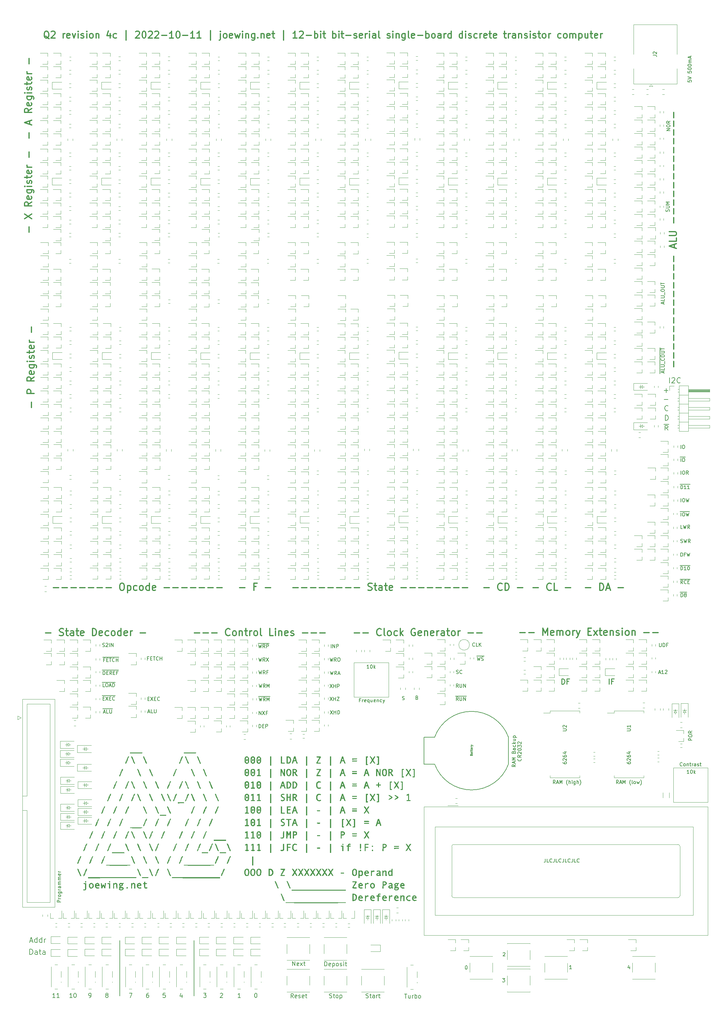
<source format=gto>
G04 #@! TF.GenerationSoftware,KiCad,Pcbnew,(6.0.8-1)-1*
G04 #@! TF.CreationDate,2022-11-09T18:22:42-06:00*
G04 #@! TF.ProjectId,q2,71322e6b-6963-4616-945f-706362585858,rev?*
G04 #@! TF.SameCoordinates,Original*
G04 #@! TF.FileFunction,Legend,Top*
G04 #@! TF.FilePolarity,Positive*
%FSLAX46Y46*%
G04 Gerber Fmt 4.6, Leading zero omitted, Abs format (unit mm)*
G04 Created by KiCad (PCBNEW (6.0.8-1)-1) date 2022-11-09 18:22:42*
%MOMM*%
%LPD*%
G01*
G04 APERTURE LIST*
%ADD10C,0.200000*%
%ADD11C,0.150000*%
%ADD12C,0.300000*%
%ADD13C,0.250000*%
%ADD14C,0.127000*%
%ADD15C,0.120000*%
%ADD16C,0.100000*%
%ADD17C,0.010000*%
%ADD18C,0.203200*%
G04 APERTURE END LIST*
D10*
X79800000Y-294100000D02*
X79800000Y-309800000D01*
X100800000Y-294100000D02*
X100800000Y-309800000D01*
D11*
X139242857Y-221752380D02*
X139909523Y-222752380D01*
X139909523Y-221752380D02*
X139242857Y-222752380D01*
X140290476Y-222752380D02*
X140290476Y-221752380D01*
X140290476Y-222228571D02*
X140861904Y-222228571D01*
X140861904Y-222752380D02*
X140861904Y-221752380D01*
X141338095Y-222752380D02*
X141338095Y-221752380D01*
X141719047Y-221752380D01*
X141814285Y-221800000D01*
X141861904Y-221847619D01*
X141909523Y-221942857D01*
X141909523Y-222085714D01*
X141861904Y-222180952D01*
X141814285Y-222228571D01*
X141719047Y-222276190D01*
X141338095Y-222276190D01*
X74976190Y-211104761D02*
X75119047Y-211152380D01*
X75357142Y-211152380D01*
X75452380Y-211104761D01*
X75500000Y-211057142D01*
X75547619Y-210961904D01*
X75547619Y-210866666D01*
X75500000Y-210771428D01*
X75452380Y-210723809D01*
X75357142Y-210676190D01*
X75166666Y-210628571D01*
X75071428Y-210580952D01*
X75023809Y-210533333D01*
X74976190Y-210438095D01*
X74976190Y-210342857D01*
X75023809Y-210247619D01*
X75071428Y-210200000D01*
X75166666Y-210152380D01*
X75404761Y-210152380D01*
X75547619Y-210200000D01*
X75928571Y-210247619D02*
X75976190Y-210200000D01*
X76071428Y-210152380D01*
X76309523Y-210152380D01*
X76404761Y-210200000D01*
X76452380Y-210247619D01*
X76500000Y-210342857D01*
X76500000Y-210438095D01*
X76452380Y-210580952D01*
X75880952Y-211152380D01*
X76500000Y-211152380D01*
X76928571Y-211152380D02*
X76928571Y-210152380D01*
X77404761Y-211152380D02*
X77404761Y-210152380D01*
X77976190Y-211152380D01*
X77976190Y-210152380D01*
X139266666Y-225352380D02*
X139933333Y-226352380D01*
X139933333Y-225352380D02*
X139266666Y-226352380D01*
X140314285Y-226352380D02*
X140314285Y-225352380D01*
X140314285Y-225828571D02*
X140885714Y-225828571D01*
X140885714Y-226352380D02*
X140885714Y-225352380D01*
X141266666Y-225352380D02*
X141933333Y-225352380D01*
X141266666Y-226352380D01*
X141933333Y-226352380D01*
X119057142Y-225170000D02*
X120200000Y-225170000D01*
X119200000Y-225452380D02*
X119438095Y-226452380D01*
X119628571Y-225738095D01*
X119819047Y-226452380D01*
X120057142Y-225452380D01*
X120200000Y-225170000D02*
X121200000Y-225170000D01*
X121009523Y-226452380D02*
X120676190Y-225976190D01*
X120438095Y-226452380D02*
X120438095Y-225452380D01*
X120819047Y-225452380D01*
X120914285Y-225500000D01*
X120961904Y-225547619D01*
X121009523Y-225642857D01*
X121009523Y-225785714D01*
X120961904Y-225880952D01*
X120914285Y-225928571D01*
X120819047Y-225976190D01*
X120438095Y-225976190D01*
X121200000Y-225170000D02*
X122342857Y-225170000D01*
X121438095Y-226452380D02*
X121438095Y-225452380D01*
X121771428Y-226166666D01*
X122104761Y-225452380D01*
X122104761Y-226452380D01*
X119209523Y-230352380D02*
X119209523Y-229352380D01*
X119780952Y-230352380D01*
X119780952Y-229352380D01*
X120161904Y-229352380D02*
X120828571Y-230352380D01*
X120828571Y-229352380D02*
X120161904Y-230352380D01*
X121542857Y-229828571D02*
X121209523Y-229828571D01*
X121209523Y-230352380D02*
X121209523Y-229352380D01*
X121685714Y-229352380D01*
X139342857Y-229152380D02*
X140009523Y-230152380D01*
X140009523Y-229152380D02*
X139342857Y-230152380D01*
X140390476Y-230152380D02*
X140390476Y-229152380D01*
X140390476Y-229628571D02*
X140961904Y-229628571D01*
X140961904Y-230152380D02*
X140961904Y-229152380D01*
X141438095Y-230152380D02*
X141438095Y-229152380D01*
X141676190Y-229152380D01*
X141819047Y-229200000D01*
X141914285Y-229295238D01*
X141961904Y-229390476D01*
X142009523Y-229580952D01*
X142009523Y-229723809D01*
X141961904Y-229914285D01*
X141914285Y-230009523D01*
X141819047Y-230104761D01*
X141676190Y-230152380D01*
X141438095Y-230152380D01*
X118928571Y-210170000D02*
X120071428Y-210170000D01*
X119071428Y-210452380D02*
X119309523Y-211452380D01*
X119500000Y-210738095D01*
X119690476Y-211452380D01*
X119928571Y-210452380D01*
X120071428Y-210170000D02*
X121071428Y-210170000D01*
X120880952Y-211452380D02*
X120547619Y-210976190D01*
X120309523Y-211452380D02*
X120309523Y-210452380D01*
X120690476Y-210452380D01*
X120785714Y-210500000D01*
X120833333Y-210547619D01*
X120880952Y-210642857D01*
X120880952Y-210785714D01*
X120833333Y-210880952D01*
X120785714Y-210928571D01*
X120690476Y-210976190D01*
X120309523Y-210976190D01*
X121071428Y-210170000D02*
X122071428Y-210170000D01*
X121309523Y-211452380D02*
X121309523Y-210452380D01*
X121690476Y-210452380D01*
X121785714Y-210500000D01*
X121833333Y-210547619D01*
X121880952Y-210642857D01*
X121880952Y-210785714D01*
X121833333Y-210880952D01*
X121785714Y-210928571D01*
X121690476Y-210976190D01*
X121309523Y-210976190D01*
X139342857Y-218052380D02*
X139580952Y-219052380D01*
X139771428Y-218338095D01*
X139961904Y-219052380D01*
X140200000Y-218052380D01*
X141152380Y-219052380D02*
X140819047Y-218576190D01*
X140580952Y-219052380D02*
X140580952Y-218052380D01*
X140961904Y-218052380D01*
X141057142Y-218100000D01*
X141104761Y-218147619D01*
X141152380Y-218242857D01*
X141152380Y-218385714D01*
X141104761Y-218480952D01*
X141057142Y-218528571D01*
X140961904Y-218576190D01*
X140580952Y-218576190D01*
X141533333Y-218766666D02*
X142009523Y-218766666D01*
X141438095Y-219052380D02*
X141771428Y-218052380D01*
X142104761Y-219052380D01*
X139576190Y-211452380D02*
X139576190Y-210452380D01*
X140052380Y-211452380D02*
X140052380Y-210452380D01*
X140623809Y-211452380D01*
X140623809Y-210452380D01*
X141100000Y-211452380D02*
X141100000Y-210452380D01*
X141480952Y-210452380D01*
X141576190Y-210500000D01*
X141623809Y-210547619D01*
X141671428Y-210642857D01*
X141671428Y-210785714D01*
X141623809Y-210880952D01*
X141576190Y-210928571D01*
X141480952Y-210976190D01*
X141100000Y-210976190D01*
X74842857Y-221170000D02*
X75652380Y-221170000D01*
X75557142Y-222452380D02*
X75080952Y-222452380D01*
X75080952Y-221452380D01*
X75652380Y-221170000D02*
X76700000Y-221170000D01*
X76080952Y-221452380D02*
X76271428Y-221452380D01*
X76366666Y-221500000D01*
X76461904Y-221595238D01*
X76509523Y-221785714D01*
X76509523Y-222119047D01*
X76461904Y-222309523D01*
X76366666Y-222404761D01*
X76271428Y-222452380D01*
X76080952Y-222452380D01*
X75985714Y-222404761D01*
X75890476Y-222309523D01*
X75842857Y-222119047D01*
X75842857Y-221785714D01*
X75890476Y-221595238D01*
X75985714Y-221500000D01*
X76080952Y-221452380D01*
X76700000Y-221170000D02*
X77557142Y-221170000D01*
X76890476Y-222166666D02*
X77366666Y-222166666D01*
X76795238Y-222452380D02*
X77128571Y-221452380D01*
X77461904Y-222452380D01*
X77557142Y-221170000D02*
X78557142Y-221170000D01*
X77795238Y-222452380D02*
X77795238Y-221452380D01*
X78033333Y-221452380D01*
X78176190Y-221500000D01*
X78271428Y-221595238D01*
X78319047Y-221690476D01*
X78366666Y-221880952D01*
X78366666Y-222023809D01*
X78319047Y-222214285D01*
X78271428Y-222309523D01*
X78176190Y-222404761D01*
X78033333Y-222452380D01*
X77795238Y-222452380D01*
X74819047Y-224970000D02*
X75723809Y-224970000D01*
X75057142Y-225728571D02*
X75390476Y-225728571D01*
X75533333Y-226252380D02*
X75057142Y-226252380D01*
X75057142Y-225252380D01*
X75533333Y-225252380D01*
X75723809Y-224970000D02*
X76676190Y-224970000D01*
X75866666Y-225252380D02*
X76533333Y-226252380D01*
X76533333Y-225252380D02*
X75866666Y-226252380D01*
X76676190Y-224970000D02*
X77580952Y-224970000D01*
X76914285Y-225728571D02*
X77247619Y-225728571D01*
X77390476Y-226252380D02*
X76914285Y-226252380D01*
X76914285Y-225252380D01*
X77390476Y-225252380D01*
X77580952Y-224970000D02*
X78580952Y-224970000D01*
X78390476Y-226157142D02*
X78342857Y-226204761D01*
X78199999Y-226252380D01*
X78104761Y-226252380D01*
X77961904Y-226204761D01*
X77866666Y-226109523D01*
X77819047Y-226014285D01*
X77771428Y-225823809D01*
X77771428Y-225680952D01*
X77819047Y-225490476D01*
X77866666Y-225395238D01*
X77961904Y-225300000D01*
X78104761Y-225252380D01*
X78199999Y-225252380D01*
X78342857Y-225300000D01*
X78390476Y-225347619D01*
X75014285Y-214070000D02*
X75871428Y-214070000D01*
X75585714Y-214828571D02*
X75252380Y-214828571D01*
X75252380Y-215352380D02*
X75252380Y-214352380D01*
X75728571Y-214352380D01*
X75871428Y-214070000D02*
X76776190Y-214070000D01*
X76109523Y-214828571D02*
X76442857Y-214828571D01*
X76585714Y-215352380D02*
X76109523Y-215352380D01*
X76109523Y-214352380D01*
X76585714Y-214352380D01*
X76776190Y-214070000D02*
X77538095Y-214070000D01*
X76871428Y-214352380D02*
X77442857Y-214352380D01*
X77157142Y-215352380D02*
X77157142Y-214352380D01*
X77538095Y-214070000D02*
X78538095Y-214070000D01*
X78347619Y-215257142D02*
X78300000Y-215304761D01*
X78157142Y-215352380D01*
X78061904Y-215352380D01*
X77919047Y-215304761D01*
X77823809Y-215209523D01*
X77776190Y-215114285D01*
X77728571Y-214923809D01*
X77728571Y-214780952D01*
X77776190Y-214590476D01*
X77823809Y-214495238D01*
X77919047Y-214400000D01*
X78061904Y-214352380D01*
X78157142Y-214352380D01*
X78300000Y-214400000D01*
X78347619Y-214447619D01*
X78538095Y-214070000D02*
X79585714Y-214070000D01*
X78776190Y-215352380D02*
X78776190Y-214352380D01*
X78776190Y-214828571D02*
X79347619Y-214828571D01*
X79347619Y-215352380D02*
X79347619Y-214352380D01*
X87985714Y-214428571D02*
X87652380Y-214428571D01*
X87652380Y-214952380D02*
X87652380Y-213952380D01*
X88128571Y-213952380D01*
X88509523Y-214428571D02*
X88842857Y-214428571D01*
X88985714Y-214952380D02*
X88509523Y-214952380D01*
X88509523Y-213952380D01*
X88985714Y-213952380D01*
X89271428Y-213952380D02*
X89842857Y-213952380D01*
X89557142Y-214952380D02*
X89557142Y-213952380D01*
X90747619Y-214857142D02*
X90700000Y-214904761D01*
X90557142Y-214952380D01*
X90461904Y-214952380D01*
X90319047Y-214904761D01*
X90223809Y-214809523D01*
X90176190Y-214714285D01*
X90128571Y-214523809D01*
X90128571Y-214380952D01*
X90176190Y-214190476D01*
X90223809Y-214095238D01*
X90319047Y-214000000D01*
X90461904Y-213952380D01*
X90557142Y-213952380D01*
X90700000Y-214000000D01*
X90747619Y-214047619D01*
X91176190Y-214952380D02*
X91176190Y-213952380D01*
X91176190Y-214428571D02*
X91747619Y-214428571D01*
X91747619Y-214952380D02*
X91747619Y-213952380D01*
X75042857Y-228670000D02*
X75900000Y-228670000D01*
X75233333Y-229666666D02*
X75709523Y-229666666D01*
X75138095Y-229952380D02*
X75471428Y-228952380D01*
X75804761Y-229952380D01*
X75900000Y-228670000D02*
X76709523Y-228670000D01*
X76614285Y-229952380D02*
X76138095Y-229952380D01*
X76138095Y-228952380D01*
X76709523Y-228670000D02*
X77757142Y-228670000D01*
X76947619Y-228952380D02*
X76947619Y-229761904D01*
X76995238Y-229857142D01*
X77042857Y-229904761D01*
X77138095Y-229952380D01*
X77328571Y-229952380D01*
X77423809Y-229904761D01*
X77471428Y-229857142D01*
X77519047Y-229761904D01*
X77519047Y-228952380D01*
X119200000Y-221652380D02*
X119438095Y-222652380D01*
X119628571Y-221938095D01*
X119819047Y-222652380D01*
X120057142Y-221652380D01*
X121009523Y-222652380D02*
X120676190Y-222176190D01*
X120438095Y-222652380D02*
X120438095Y-221652380D01*
X120819047Y-221652380D01*
X120914285Y-221700000D01*
X120961904Y-221747619D01*
X121009523Y-221842857D01*
X121009523Y-221985714D01*
X120961904Y-222080952D01*
X120914285Y-222128571D01*
X120819047Y-222176190D01*
X120438095Y-222176190D01*
X121438095Y-222652380D02*
X121438095Y-221652380D01*
X121771428Y-222366666D01*
X122104761Y-221652380D01*
X122104761Y-222652380D01*
X119142857Y-217852380D02*
X119380952Y-218852380D01*
X119571428Y-218138095D01*
X119761904Y-218852380D01*
X120000000Y-217852380D01*
X120952380Y-218852380D02*
X120619047Y-218376190D01*
X120380952Y-218852380D02*
X120380952Y-217852380D01*
X120761904Y-217852380D01*
X120857142Y-217900000D01*
X120904761Y-217947619D01*
X120952380Y-218042857D01*
X120952380Y-218185714D01*
X120904761Y-218280952D01*
X120857142Y-218328571D01*
X120761904Y-218376190D01*
X120380952Y-218376190D01*
X121714285Y-218328571D02*
X121380952Y-218328571D01*
X121380952Y-218852380D02*
X121380952Y-217852380D01*
X121857142Y-217852380D01*
X87833333Y-229566666D02*
X88309523Y-229566666D01*
X87738095Y-229852380D02*
X88071428Y-228852380D01*
X88404761Y-229852380D01*
X89214285Y-229852380D02*
X88738095Y-229852380D01*
X88738095Y-228852380D01*
X89547619Y-228852380D02*
X89547619Y-229661904D01*
X89595238Y-229757142D01*
X89642857Y-229804761D01*
X89738095Y-229852380D01*
X89928571Y-229852380D01*
X90023809Y-229804761D01*
X90071428Y-229757142D01*
X90119047Y-229661904D01*
X90119047Y-228852380D01*
X139247619Y-214252380D02*
X139485714Y-215252380D01*
X139676190Y-214538095D01*
X139866666Y-215252380D01*
X140104761Y-214252380D01*
X141057142Y-215252380D02*
X140723809Y-214776190D01*
X140485714Y-215252380D02*
X140485714Y-214252380D01*
X140866666Y-214252380D01*
X140961904Y-214300000D01*
X141009523Y-214347619D01*
X141057142Y-214442857D01*
X141057142Y-214585714D01*
X141009523Y-214680952D01*
X140961904Y-214728571D01*
X140866666Y-214776190D01*
X140485714Y-214776190D01*
X141676190Y-214252380D02*
X141866666Y-214252380D01*
X141961904Y-214300000D01*
X142057142Y-214395238D01*
X142104761Y-214585714D01*
X142104761Y-214919047D01*
X142057142Y-215109523D01*
X141961904Y-215204761D01*
X141866666Y-215252380D01*
X141676190Y-215252380D01*
X141580952Y-215204761D01*
X141485714Y-215109523D01*
X141438095Y-214919047D01*
X141438095Y-214585714D01*
X141485714Y-214395238D01*
X141580952Y-214300000D01*
X141676190Y-214252380D01*
X87757142Y-225828571D02*
X88090476Y-225828571D01*
X88233333Y-226352380D02*
X87757142Y-226352380D01*
X87757142Y-225352380D01*
X88233333Y-225352380D01*
X88566666Y-225352380D02*
X89233333Y-226352380D01*
X89233333Y-225352380D02*
X88566666Y-226352380D01*
X89614285Y-225828571D02*
X89947619Y-225828571D01*
X90090476Y-226352380D02*
X89614285Y-226352380D01*
X89614285Y-225352380D01*
X90090476Y-225352380D01*
X91090476Y-226257142D02*
X91042857Y-226304761D01*
X90899999Y-226352380D01*
X90804761Y-226352380D01*
X90661904Y-226304761D01*
X90566666Y-226209523D01*
X90519047Y-226114285D01*
X90471428Y-225923809D01*
X90471428Y-225780952D01*
X90519047Y-225590476D01*
X90566666Y-225495238D01*
X90661904Y-225400000D01*
X90804761Y-225352380D01*
X90899999Y-225352380D01*
X91042857Y-225400000D01*
X91090476Y-225447619D01*
X119095238Y-214252380D02*
X119333333Y-215252380D01*
X119523809Y-214538095D01*
X119714285Y-215252380D01*
X119952380Y-214252380D01*
X120904761Y-215252380D02*
X120571428Y-214776190D01*
X120333333Y-215252380D02*
X120333333Y-214252380D01*
X120714285Y-214252380D01*
X120809523Y-214300000D01*
X120857142Y-214347619D01*
X120904761Y-214442857D01*
X120904761Y-214585714D01*
X120857142Y-214680952D01*
X120809523Y-214728571D01*
X120714285Y-214776190D01*
X120333333Y-214776190D01*
X121238095Y-214252380D02*
X121904761Y-215252380D01*
X121904761Y-214252380D02*
X121238095Y-215252380D01*
X74866666Y-217770000D02*
X75866666Y-217770000D01*
X75104761Y-219052380D02*
X75104761Y-218052380D01*
X75342857Y-218052380D01*
X75485714Y-218100000D01*
X75580952Y-218195238D01*
X75628571Y-218290476D01*
X75676190Y-218480952D01*
X75676190Y-218623809D01*
X75628571Y-218814285D01*
X75580952Y-218909523D01*
X75485714Y-219004761D01*
X75342857Y-219052380D01*
X75104761Y-219052380D01*
X75866666Y-217770000D02*
X76771428Y-217770000D01*
X76104761Y-218528571D02*
X76438095Y-218528571D01*
X76580952Y-219052380D02*
X76104761Y-219052380D01*
X76104761Y-218052380D01*
X76580952Y-218052380D01*
X76771428Y-217770000D02*
X77771428Y-217770000D01*
X77580952Y-219052380D02*
X77247619Y-218576190D01*
X77009523Y-219052380D02*
X77009523Y-218052380D01*
X77390476Y-218052380D01*
X77485714Y-218100000D01*
X77533333Y-218147619D01*
X77580952Y-218242857D01*
X77580952Y-218385714D01*
X77533333Y-218480952D01*
X77485714Y-218528571D01*
X77390476Y-218576190D01*
X77009523Y-218576190D01*
X77771428Y-217770000D02*
X78676190Y-217770000D01*
X78009523Y-218528571D02*
X78342857Y-218528571D01*
X78485714Y-219052380D02*
X78009523Y-219052380D01*
X78009523Y-218052380D01*
X78485714Y-218052380D01*
X78676190Y-217770000D02*
X79533333Y-217770000D01*
X79247619Y-218528571D02*
X78914285Y-218528571D01*
X78914285Y-219052380D02*
X78914285Y-218052380D01*
X79390476Y-218052380D01*
D12*
X182776190Y-194442857D02*
X184300000Y-194442857D01*
X187919047Y-195014285D02*
X187823809Y-195109523D01*
X187538095Y-195204761D01*
X187347619Y-195204761D01*
X187061904Y-195109523D01*
X186871428Y-194919047D01*
X186776190Y-194728571D01*
X186680952Y-194347619D01*
X186680952Y-194061904D01*
X186776190Y-193680952D01*
X186871428Y-193490476D01*
X187061904Y-193300000D01*
X187347619Y-193204761D01*
X187538095Y-193204761D01*
X187823809Y-193300000D01*
X187919047Y-193395238D01*
X188776190Y-195204761D02*
X188776190Y-193204761D01*
X189252380Y-193204761D01*
X189538095Y-193300000D01*
X189728571Y-193490476D01*
X189823809Y-193680952D01*
X189919047Y-194061904D01*
X189919047Y-194347619D01*
X189823809Y-194728571D01*
X189728571Y-194919047D01*
X189538095Y-195109523D01*
X189252380Y-195204761D01*
X188776190Y-195204761D01*
X192300000Y-194442857D02*
X193823809Y-194442857D01*
D10*
X234057142Y-147203571D02*
X234057142Y-145703571D01*
X234414285Y-145703571D01*
X234628571Y-145775000D01*
X234771428Y-145917857D01*
X234842857Y-146060714D01*
X234914285Y-146346428D01*
X234914285Y-146560714D01*
X234842857Y-146846428D01*
X234771428Y-146989285D01*
X234628571Y-147132142D01*
X234414285Y-147203571D01*
X234057142Y-147203571D01*
X234864285Y-144335714D02*
X234792857Y-144407142D01*
X234578571Y-144478571D01*
X234435714Y-144478571D01*
X234221428Y-144407142D01*
X234078571Y-144264285D01*
X234007142Y-144121428D01*
X233935714Y-143835714D01*
X233935714Y-143621428D01*
X234007142Y-143335714D01*
X234078571Y-143192857D01*
X234221428Y-143050000D01*
X234435714Y-142978571D01*
X234578571Y-142978571D01*
X234792857Y-143050000D01*
X234864285Y-143121428D01*
X233753571Y-141257142D02*
X234896428Y-141257142D01*
X233753571Y-138757142D02*
X234896428Y-138757142D01*
X234325000Y-139328571D02*
X234325000Y-138185714D01*
D12*
X192976190Y-207142857D02*
X194500000Y-207142857D01*
X195452380Y-207142857D02*
X196976190Y-207142857D01*
X199452380Y-207904761D02*
X199452380Y-205904761D01*
X200119047Y-207333333D01*
X200785714Y-205904761D01*
X200785714Y-207904761D01*
X202500000Y-207809523D02*
X202309523Y-207904761D01*
X201928571Y-207904761D01*
X201738095Y-207809523D01*
X201642857Y-207619047D01*
X201642857Y-206857142D01*
X201738095Y-206666666D01*
X201928571Y-206571428D01*
X202309523Y-206571428D01*
X202500000Y-206666666D01*
X202595238Y-206857142D01*
X202595238Y-207047619D01*
X201642857Y-207238095D01*
X203452380Y-207904761D02*
X203452380Y-206571428D01*
X203452380Y-206761904D02*
X203547619Y-206666666D01*
X203738095Y-206571428D01*
X204023809Y-206571428D01*
X204214285Y-206666666D01*
X204309523Y-206857142D01*
X204309523Y-207904761D01*
X204309523Y-206857142D02*
X204404761Y-206666666D01*
X204595238Y-206571428D01*
X204880952Y-206571428D01*
X205071428Y-206666666D01*
X205166666Y-206857142D01*
X205166666Y-207904761D01*
X206404761Y-207904761D02*
X206214285Y-207809523D01*
X206119047Y-207714285D01*
X206023809Y-207523809D01*
X206023809Y-206952380D01*
X206119047Y-206761904D01*
X206214285Y-206666666D01*
X206404761Y-206571428D01*
X206690476Y-206571428D01*
X206880952Y-206666666D01*
X206976190Y-206761904D01*
X207071428Y-206952380D01*
X207071428Y-207523809D01*
X206976190Y-207714285D01*
X206880952Y-207809523D01*
X206690476Y-207904761D01*
X206404761Y-207904761D01*
X207928571Y-207904761D02*
X207928571Y-206571428D01*
X207928571Y-206952380D02*
X208023809Y-206761904D01*
X208119047Y-206666666D01*
X208309523Y-206571428D01*
X208500000Y-206571428D01*
X208976190Y-206571428D02*
X209452380Y-207904761D01*
X209928571Y-206571428D02*
X209452380Y-207904761D01*
X209261904Y-208380952D01*
X209166666Y-208476190D01*
X208976190Y-208571428D01*
X212214285Y-206857142D02*
X212880952Y-206857142D01*
X213166666Y-207904761D02*
X212214285Y-207904761D01*
X212214285Y-205904761D01*
X213166666Y-205904761D01*
X213833333Y-207904761D02*
X214880952Y-206571428D01*
X213833333Y-206571428D02*
X214880952Y-207904761D01*
X215357142Y-206571428D02*
X216119047Y-206571428D01*
X215642857Y-205904761D02*
X215642857Y-207619047D01*
X215738095Y-207809523D01*
X215928571Y-207904761D01*
X216119047Y-207904761D01*
X217547619Y-207809523D02*
X217357142Y-207904761D01*
X216976190Y-207904761D01*
X216785714Y-207809523D01*
X216690476Y-207619047D01*
X216690476Y-206857142D01*
X216785714Y-206666666D01*
X216976190Y-206571428D01*
X217357142Y-206571428D01*
X217547619Y-206666666D01*
X217642857Y-206857142D01*
X217642857Y-207047619D01*
X216690476Y-207238095D01*
X218500000Y-206571428D02*
X218500000Y-207904761D01*
X218500000Y-206761904D02*
X218595238Y-206666666D01*
X218785714Y-206571428D01*
X219071428Y-206571428D01*
X219261904Y-206666666D01*
X219357142Y-206857142D01*
X219357142Y-207904761D01*
X220214285Y-207809523D02*
X220404761Y-207904761D01*
X220785714Y-207904761D01*
X220976190Y-207809523D01*
X221071428Y-207619047D01*
X221071428Y-207523809D01*
X220976190Y-207333333D01*
X220785714Y-207238095D01*
X220500000Y-207238095D01*
X220309523Y-207142857D01*
X220214285Y-206952380D01*
X220214285Y-206857142D01*
X220309523Y-206666666D01*
X220500000Y-206571428D01*
X220785714Y-206571428D01*
X220976190Y-206666666D01*
X221928571Y-207904761D02*
X221928571Y-206571428D01*
X221928571Y-205904761D02*
X221833333Y-206000000D01*
X221928571Y-206095238D01*
X222023809Y-206000000D01*
X221928571Y-205904761D01*
X221928571Y-206095238D01*
X223166666Y-207904761D02*
X222976190Y-207809523D01*
X222880952Y-207714285D01*
X222785714Y-207523809D01*
X222785714Y-206952380D01*
X222880952Y-206761904D01*
X222976190Y-206666666D01*
X223166666Y-206571428D01*
X223452380Y-206571428D01*
X223642857Y-206666666D01*
X223738095Y-206761904D01*
X223833333Y-206952380D01*
X223833333Y-207523809D01*
X223738095Y-207714285D01*
X223642857Y-207809523D01*
X223452380Y-207904761D01*
X223166666Y-207904761D01*
X224690476Y-206571428D02*
X224690476Y-207904761D01*
X224690476Y-206761904D02*
X224785714Y-206666666D01*
X224976190Y-206571428D01*
X225261904Y-206571428D01*
X225452380Y-206666666D01*
X225547619Y-206857142D01*
X225547619Y-207904761D01*
X228023809Y-207142857D02*
X229547619Y-207142857D01*
X230500000Y-207142857D02*
X232023809Y-207142857D01*
D11*
X174752380Y-225070000D02*
X175752380Y-225070000D01*
X175561904Y-226352380D02*
X175228571Y-225876190D01*
X174990476Y-226352380D02*
X174990476Y-225352380D01*
X175371428Y-225352380D01*
X175466666Y-225400000D01*
X175514285Y-225447619D01*
X175561904Y-225542857D01*
X175561904Y-225685714D01*
X175514285Y-225780952D01*
X175466666Y-225828571D01*
X175371428Y-225876190D01*
X174990476Y-225876190D01*
X175752380Y-225070000D02*
X176800000Y-225070000D01*
X175990476Y-225352380D02*
X175990476Y-226161904D01*
X176038095Y-226257142D01*
X176085714Y-226304761D01*
X176180952Y-226352380D01*
X176371428Y-226352380D01*
X176466666Y-226304761D01*
X176514285Y-226257142D01*
X176561904Y-226161904D01*
X176561904Y-225352380D01*
X176800000Y-225070000D02*
X177847619Y-225070000D01*
X177038095Y-226352380D02*
X177038095Y-225352380D01*
X177609523Y-226352380D01*
X177609523Y-225352380D01*
D10*
X149457142Y-310285714D02*
X149628571Y-310342857D01*
X149914285Y-310342857D01*
X150028571Y-310285714D01*
X150085714Y-310228571D01*
X150142857Y-310114285D01*
X150142857Y-310000000D01*
X150085714Y-309885714D01*
X150028571Y-309828571D01*
X149914285Y-309771428D01*
X149685714Y-309714285D01*
X149571428Y-309657142D01*
X149514285Y-309600000D01*
X149457142Y-309485714D01*
X149457142Y-309371428D01*
X149514285Y-309257142D01*
X149571428Y-309200000D01*
X149685714Y-309142857D01*
X149971428Y-309142857D01*
X150142857Y-309200000D01*
X150485714Y-309542857D02*
X150942857Y-309542857D01*
X150657142Y-309142857D02*
X150657142Y-310171428D01*
X150714285Y-310285714D01*
X150828571Y-310342857D01*
X150942857Y-310342857D01*
X151857142Y-310342857D02*
X151857142Y-309714285D01*
X151800000Y-309600000D01*
X151685714Y-309542857D01*
X151457142Y-309542857D01*
X151342857Y-309600000D01*
X151857142Y-310285714D02*
X151742857Y-310342857D01*
X151457142Y-310342857D01*
X151342857Y-310285714D01*
X151285714Y-310171428D01*
X151285714Y-310057142D01*
X151342857Y-309942857D01*
X151457142Y-309885714D01*
X151742857Y-309885714D01*
X151857142Y-309828571D01*
X152428571Y-310342857D02*
X152428571Y-309542857D01*
X152428571Y-309771428D02*
X152485714Y-309657142D01*
X152542857Y-309600000D01*
X152657142Y-309542857D01*
X152771428Y-309542857D01*
X153000000Y-309542857D02*
X153457142Y-309542857D01*
X153171428Y-309142857D02*
X153171428Y-310171428D01*
X153228571Y-310285714D01*
X153342857Y-310342857D01*
X153457142Y-310342857D01*
D11*
X223990476Y-301485714D02*
X223990476Y-302152380D01*
X223752380Y-301104761D02*
X223514285Y-301819047D01*
X224133333Y-301819047D01*
D10*
X118242857Y-309042857D02*
X118357142Y-309042857D01*
X118471428Y-309100000D01*
X118528571Y-309157142D01*
X118585714Y-309271428D01*
X118642857Y-309500000D01*
X118642857Y-309785714D01*
X118585714Y-310014285D01*
X118528571Y-310128571D01*
X118471428Y-310185714D01*
X118357142Y-310242857D01*
X118242857Y-310242857D01*
X118128571Y-310185714D01*
X118071428Y-310128571D01*
X118014285Y-310014285D01*
X117957142Y-309785714D01*
X117957142Y-309500000D01*
X118014285Y-309271428D01*
X118071428Y-309157142D01*
X118128571Y-309100000D01*
X118242857Y-309042857D01*
X160357142Y-309242857D02*
X161042857Y-309242857D01*
X160700000Y-310442857D02*
X160700000Y-309242857D01*
X161957142Y-309642857D02*
X161957142Y-310442857D01*
X161442857Y-309642857D02*
X161442857Y-310271428D01*
X161500000Y-310385714D01*
X161614285Y-310442857D01*
X161785714Y-310442857D01*
X161900000Y-310385714D01*
X161957142Y-310328571D01*
X162528571Y-310442857D02*
X162528571Y-309642857D01*
X162528571Y-309871428D02*
X162585714Y-309757142D01*
X162642857Y-309700000D01*
X162757142Y-309642857D01*
X162871428Y-309642857D01*
X163271428Y-310442857D02*
X163271428Y-309242857D01*
X163271428Y-309700000D02*
X163385714Y-309642857D01*
X163614285Y-309642857D01*
X163728571Y-309700000D01*
X163785714Y-309757142D01*
X163842857Y-309871428D01*
X163842857Y-310214285D01*
X163785714Y-310328571D01*
X163728571Y-310385714D01*
X163614285Y-310442857D01*
X163385714Y-310442857D01*
X163271428Y-310385714D01*
X164528571Y-310442857D02*
X164414285Y-310385714D01*
X164357142Y-310328571D01*
X164300000Y-310214285D01*
X164300000Y-309871428D01*
X164357142Y-309757142D01*
X164414285Y-309700000D01*
X164528571Y-309642857D01*
X164700000Y-309642857D01*
X164814285Y-309700000D01*
X164871428Y-309757142D01*
X164928571Y-309871428D01*
X164928571Y-310214285D01*
X164871428Y-310328571D01*
X164814285Y-310385714D01*
X164700000Y-310442857D01*
X164528571Y-310442857D01*
X87928571Y-309042857D02*
X87700000Y-309042857D01*
X87585714Y-309100000D01*
X87528571Y-309157142D01*
X87414285Y-309328571D01*
X87357142Y-309557142D01*
X87357142Y-310014285D01*
X87414285Y-310128571D01*
X87471428Y-310185714D01*
X87585714Y-310242857D01*
X87814285Y-310242857D01*
X87928571Y-310185714D01*
X87985714Y-310128571D01*
X88042857Y-310014285D01*
X88042857Y-309728571D01*
X87985714Y-309614285D01*
X87928571Y-309557142D01*
X87814285Y-309500000D01*
X87585714Y-309500000D01*
X87471428Y-309557142D01*
X87414285Y-309614285D01*
X87357142Y-309728571D01*
D13*
X204764285Y-221678571D02*
X204764285Y-220178571D01*
X205121428Y-220178571D01*
X205335714Y-220250000D01*
X205478571Y-220392857D01*
X205550000Y-220535714D01*
X205621428Y-220821428D01*
X205621428Y-221035714D01*
X205550000Y-221321428D01*
X205478571Y-221464285D01*
X205335714Y-221607142D01*
X205121428Y-221678571D01*
X204764285Y-221678571D01*
X206764285Y-220892857D02*
X206264285Y-220892857D01*
X206264285Y-221678571D02*
X206264285Y-220178571D01*
X206978571Y-220178571D01*
D11*
X238266666Y-172970000D02*
X238742857Y-172970000D01*
X238504761Y-174252380D02*
X238504761Y-173252380D01*
X238742857Y-172970000D02*
X239790476Y-172970000D01*
X239171428Y-173252380D02*
X239361904Y-173252380D01*
X239457142Y-173300000D01*
X239552380Y-173395238D01*
X239600000Y-173585714D01*
X239600000Y-173919047D01*
X239552380Y-174109523D01*
X239457142Y-174204761D01*
X239361904Y-174252380D01*
X239171428Y-174252380D01*
X239076190Y-174204761D01*
X238980952Y-174109523D01*
X238933333Y-173919047D01*
X238933333Y-173585714D01*
X238980952Y-173395238D01*
X239076190Y-173300000D01*
X239171428Y-173252380D01*
X239790476Y-172970000D02*
X240933333Y-172970000D01*
X239933333Y-173252380D02*
X240171428Y-174252380D01*
X240361904Y-173538095D01*
X240552380Y-174252380D01*
X240790476Y-173252380D01*
D10*
X54378570Y-298078571D02*
X54378570Y-296578571D01*
X54735713Y-296578571D01*
X54949999Y-296650000D01*
X55092856Y-296792857D01*
X55164284Y-296935714D01*
X55235713Y-297221428D01*
X55235713Y-297435714D01*
X55164284Y-297721428D01*
X55092856Y-297864285D01*
X54949999Y-298007142D01*
X54735713Y-298078571D01*
X54378570Y-298078571D01*
X56521427Y-298078571D02*
X56521427Y-297292857D01*
X56449999Y-297150000D01*
X56307142Y-297078571D01*
X56021427Y-297078571D01*
X55878570Y-297150000D01*
X56521427Y-298007142D02*
X56378570Y-298078571D01*
X56021427Y-298078571D01*
X55878570Y-298007142D01*
X55807142Y-297864285D01*
X55807142Y-297721428D01*
X55878570Y-297578571D01*
X56021427Y-297507142D01*
X56378570Y-297507142D01*
X56521427Y-297435714D01*
X57021427Y-297078571D02*
X57592856Y-297078571D01*
X57235713Y-296578571D02*
X57235713Y-297864285D01*
X57307142Y-298007142D01*
X57449999Y-298078571D01*
X57592856Y-298078571D01*
X58735713Y-298078571D02*
X58735713Y-297292857D01*
X58664284Y-297150000D01*
X58521427Y-297078571D01*
X58235713Y-297078571D01*
X58092856Y-297150000D01*
X58735713Y-298007142D02*
X58592856Y-298078571D01*
X58235713Y-298078571D01*
X58092856Y-298007142D01*
X58021427Y-297864285D01*
X58021427Y-297721428D01*
X58092856Y-297578571D01*
X58235713Y-297507142D01*
X58592856Y-297507142D01*
X58735713Y-297435714D01*
D11*
X175014285Y-218704761D02*
X175157142Y-218752380D01*
X175395238Y-218752380D01*
X175490476Y-218704761D01*
X175538095Y-218657142D01*
X175585714Y-218561904D01*
X175585714Y-218466666D01*
X175538095Y-218371428D01*
X175490476Y-218323809D01*
X175395238Y-218276190D01*
X175204761Y-218228571D01*
X175109523Y-218180952D01*
X175061904Y-218133333D01*
X175014285Y-218038095D01*
X175014285Y-217942857D01*
X175061904Y-217847619D01*
X175109523Y-217800000D01*
X175204761Y-217752380D01*
X175442857Y-217752380D01*
X175585714Y-217800000D01*
X176585714Y-218657142D02*
X176538095Y-218704761D01*
X176395238Y-218752380D01*
X176300000Y-218752380D01*
X176157142Y-218704761D01*
X176061904Y-218609523D01*
X176014285Y-218514285D01*
X175966666Y-218323809D01*
X175966666Y-218180952D01*
X176014285Y-217990476D01*
X176061904Y-217895238D01*
X176157142Y-217800000D01*
X176300000Y-217752380D01*
X176395238Y-217752380D01*
X176538095Y-217800000D01*
X176585714Y-217847619D01*
X238222619Y-192045000D02*
X239222619Y-192045000D01*
X239032142Y-193327380D02*
X238698809Y-192851190D01*
X238460714Y-193327380D02*
X238460714Y-192327380D01*
X238841666Y-192327380D01*
X238936904Y-192375000D01*
X238984523Y-192422619D01*
X239032142Y-192517857D01*
X239032142Y-192660714D01*
X238984523Y-192755952D01*
X238936904Y-192803571D01*
X238841666Y-192851190D01*
X238460714Y-192851190D01*
X239222619Y-192045000D02*
X240222619Y-192045000D01*
X240032142Y-193232142D02*
X239984523Y-193279761D01*
X239841666Y-193327380D01*
X239746428Y-193327380D01*
X239603571Y-193279761D01*
X239508333Y-193184523D01*
X239460714Y-193089285D01*
X239413095Y-192898809D01*
X239413095Y-192755952D01*
X239460714Y-192565476D01*
X239508333Y-192470238D01*
X239603571Y-192375000D01*
X239746428Y-192327380D01*
X239841666Y-192327380D01*
X239984523Y-192375000D01*
X240032142Y-192422619D01*
X240222619Y-192045000D02*
X241127380Y-192045000D01*
X240460714Y-192803571D02*
X240794047Y-192803571D01*
X240936904Y-193327380D02*
X240460714Y-193327380D01*
X240460714Y-192327380D01*
X240936904Y-192327380D01*
X177752380Y-301252380D02*
X177847619Y-301252380D01*
X177942857Y-301300000D01*
X177990476Y-301347619D01*
X178038095Y-301442857D01*
X178085714Y-301633333D01*
X178085714Y-301871428D01*
X178038095Y-302061904D01*
X177990476Y-302157142D01*
X177942857Y-302204761D01*
X177847619Y-302252380D01*
X177752380Y-302252380D01*
X177657142Y-302204761D01*
X177609523Y-302157142D01*
X177561904Y-302061904D01*
X177514285Y-301871428D01*
X177514285Y-301633333D01*
X177561904Y-301442857D01*
X177609523Y-301347619D01*
X177657142Y-301300000D01*
X177752380Y-301252380D01*
X238223810Y-165270000D02*
X239223810Y-165270000D01*
X238461905Y-166552380D02*
X238461905Y-165552380D01*
X238700000Y-165552380D01*
X238842857Y-165600000D01*
X238938095Y-165695238D01*
X238985714Y-165790476D01*
X239033333Y-165980952D01*
X239033333Y-166123809D01*
X238985714Y-166314285D01*
X238938095Y-166409523D01*
X238842857Y-166504761D01*
X238700000Y-166552380D01*
X238461905Y-166552380D01*
X239223810Y-165270000D02*
X240176191Y-165270000D01*
X239985714Y-166552380D02*
X239414286Y-166552380D01*
X239700000Y-166552380D02*
X239700000Y-165552380D01*
X239604762Y-165695238D01*
X239509524Y-165790476D01*
X239414286Y-165838095D01*
X240176191Y-165270000D02*
X241128571Y-165270000D01*
X240938095Y-166552380D02*
X240366667Y-166552380D01*
X240652381Y-166552380D02*
X240652381Y-165552380D01*
X240557143Y-165695238D01*
X240461905Y-165790476D01*
X240366667Y-165838095D01*
X238461905Y-155152380D02*
X238461905Y-154152380D01*
X239128572Y-154152380D02*
X239319048Y-154152380D01*
X239414286Y-154200000D01*
X239509524Y-154295238D01*
X239557143Y-154485714D01*
X239557143Y-154819047D01*
X239509524Y-155009523D01*
X239414286Y-155104761D01*
X239319048Y-155152380D01*
X239128572Y-155152380D01*
X239033334Y-155104761D01*
X238938095Y-155009523D01*
X238890476Y-154819047D01*
X238890476Y-154485714D01*
X238938095Y-154295238D01*
X239033334Y-154200000D01*
X239128572Y-154152380D01*
D10*
X235310714Y-136628571D02*
X235310714Y-135128571D01*
X235953571Y-135271428D02*
X236025000Y-135200000D01*
X236167857Y-135128571D01*
X236525000Y-135128571D01*
X236667857Y-135200000D01*
X236739285Y-135271428D01*
X236810714Y-135414285D01*
X236810714Y-135557142D01*
X236739285Y-135771428D01*
X235882142Y-136628571D01*
X236810714Y-136628571D01*
X238310714Y-136485714D02*
X238239285Y-136557142D01*
X238025000Y-136628571D01*
X237882142Y-136628571D01*
X237667857Y-136557142D01*
X237525000Y-136414285D01*
X237453571Y-136271428D01*
X237382142Y-135985714D01*
X237382142Y-135771428D01*
X237453571Y-135485714D01*
X237525000Y-135342857D01*
X237667857Y-135200000D01*
X237882142Y-135128571D01*
X238025000Y-135128571D01*
X238239285Y-135200000D01*
X238310714Y-135271428D01*
X97428571Y-309442857D02*
X97428571Y-310242857D01*
X97142857Y-308985714D02*
X96857142Y-309842857D01*
X97600000Y-309842857D01*
D11*
X232385714Y-210152380D02*
X232385714Y-210961904D01*
X232433333Y-211057142D01*
X232480952Y-211104761D01*
X232576190Y-211152380D01*
X232766666Y-211152380D01*
X232861904Y-211104761D01*
X232909523Y-211057142D01*
X232957142Y-210961904D01*
X232957142Y-210152380D01*
X233433333Y-211152380D02*
X233433333Y-210152380D01*
X233671428Y-210152380D01*
X233814285Y-210200000D01*
X233909523Y-210295238D01*
X233957142Y-210390476D01*
X234004761Y-210580952D01*
X234004761Y-210723809D01*
X233957142Y-210914285D01*
X233909523Y-211009523D01*
X233814285Y-211104761D01*
X233671428Y-211152380D01*
X233433333Y-211152380D01*
X234766666Y-210628571D02*
X234433333Y-210628571D01*
X234433333Y-211152380D02*
X234433333Y-210152380D01*
X234909523Y-210152380D01*
X238442857Y-181704761D02*
X238585714Y-181752380D01*
X238823809Y-181752380D01*
X238919047Y-181704761D01*
X238966666Y-181657142D01*
X239014285Y-181561904D01*
X239014285Y-181466666D01*
X238966666Y-181371428D01*
X238919047Y-181323809D01*
X238823809Y-181276190D01*
X238633333Y-181228571D01*
X238538095Y-181180952D01*
X238490476Y-181133333D01*
X238442857Y-181038095D01*
X238442857Y-180942857D01*
X238490476Y-180847619D01*
X238538095Y-180800000D01*
X238633333Y-180752380D01*
X238871428Y-180752380D01*
X239014285Y-180800000D01*
X239347619Y-180752380D02*
X239585714Y-181752380D01*
X239776190Y-181038095D01*
X239966666Y-181752380D01*
X240204761Y-180752380D01*
X241157142Y-181752380D02*
X240823809Y-181276190D01*
X240585714Y-181752380D02*
X240585714Y-180752380D01*
X240966666Y-180752380D01*
X241061904Y-180800000D01*
X241109523Y-180847619D01*
X241157142Y-180942857D01*
X241157142Y-181085714D01*
X241109523Y-181180952D01*
X241061904Y-181228571D01*
X240966666Y-181276190D01*
X240585714Y-181276190D01*
X238263809Y-195760000D02*
X239263809Y-195760000D01*
X238501904Y-197042380D02*
X238501904Y-196042380D01*
X238740000Y-196042380D01*
X238882857Y-196090000D01*
X238978095Y-196185238D01*
X239025714Y-196280476D01*
X239073333Y-196470952D01*
X239073333Y-196613809D01*
X239025714Y-196804285D01*
X238978095Y-196899523D01*
X238882857Y-196994761D01*
X238740000Y-197042380D01*
X238501904Y-197042380D01*
X239263809Y-195760000D02*
X240216190Y-195760000D01*
X239644761Y-196470952D02*
X239549523Y-196423333D01*
X239501904Y-196375714D01*
X239454285Y-196280476D01*
X239454285Y-196232857D01*
X239501904Y-196137619D01*
X239549523Y-196090000D01*
X239644761Y-196042380D01*
X239835238Y-196042380D01*
X239930476Y-196090000D01*
X239978095Y-196137619D01*
X240025714Y-196232857D01*
X240025714Y-196280476D01*
X239978095Y-196375714D01*
X239930476Y-196423333D01*
X239835238Y-196470952D01*
X239644761Y-196470952D01*
X239549523Y-196518571D01*
X239501904Y-196566190D01*
X239454285Y-196661428D01*
X239454285Y-196851904D01*
X239501904Y-196947142D01*
X239549523Y-196994761D01*
X239644761Y-197042380D01*
X239835238Y-197042380D01*
X239930476Y-196994761D01*
X239978095Y-196947142D01*
X240025714Y-196851904D01*
X240025714Y-196661428D01*
X239978095Y-196566190D01*
X239930476Y-196518571D01*
X239835238Y-196470952D01*
X241652380Y-237585714D02*
X240652380Y-237585714D01*
X240652380Y-237204761D01*
X240700000Y-237109523D01*
X240747619Y-237061904D01*
X240842857Y-237014285D01*
X240985714Y-237014285D01*
X241080952Y-237061904D01*
X241128571Y-237109523D01*
X241176190Y-237204761D01*
X241176190Y-237585714D01*
X240652380Y-236395238D02*
X240652380Y-236204761D01*
X240700000Y-236109523D01*
X240795238Y-236014285D01*
X240985714Y-235966666D01*
X241319047Y-235966666D01*
X241509523Y-236014285D01*
X241604761Y-236109523D01*
X241652380Y-236204761D01*
X241652380Y-236395238D01*
X241604761Y-236490476D01*
X241509523Y-236585714D01*
X241319047Y-236633333D01*
X240985714Y-236633333D01*
X240795238Y-236585714D01*
X240700000Y-236490476D01*
X240652380Y-236395238D01*
X241652380Y-234966666D02*
X241176190Y-235300000D01*
X241652380Y-235538095D02*
X240652380Y-235538095D01*
X240652380Y-235157142D01*
X240700000Y-235061904D01*
X240747619Y-235014285D01*
X240842857Y-234966666D01*
X240985714Y-234966666D01*
X241080952Y-235014285D01*
X241128571Y-235061904D01*
X241176190Y-235157142D01*
X241176190Y-235538095D01*
D10*
X71171428Y-310242857D02*
X71400000Y-310242857D01*
X71514285Y-310185714D01*
X71571428Y-310128571D01*
X71685714Y-309957142D01*
X71742857Y-309728571D01*
X71742857Y-309271428D01*
X71685714Y-309157142D01*
X71628571Y-309100000D01*
X71514285Y-309042857D01*
X71285714Y-309042857D01*
X71171428Y-309100000D01*
X71114285Y-309157142D01*
X71057142Y-309271428D01*
X71057142Y-309557142D01*
X71114285Y-309671428D01*
X71171428Y-309728571D01*
X71285714Y-309785714D01*
X71514285Y-309785714D01*
X71628571Y-309728571D01*
X71685714Y-309671428D01*
X71742857Y-309557142D01*
D11*
X232570000Y-133966666D02*
X232570000Y-133109523D01*
X233566666Y-133776190D02*
X233566666Y-133300000D01*
X233852380Y-133871428D02*
X232852380Y-133538095D01*
X233852380Y-133204761D01*
X232570000Y-133109523D02*
X232570000Y-132300000D01*
X233852380Y-132395238D02*
X233852380Y-132871428D01*
X232852380Y-132871428D01*
X232570000Y-132300000D02*
X232570000Y-131252380D01*
X232852380Y-132061904D02*
X233661904Y-132061904D01*
X233757142Y-132014285D01*
X233804761Y-131966666D01*
X233852380Y-131871428D01*
X233852380Y-131680952D01*
X233804761Y-131585714D01*
X233757142Y-131538095D01*
X233661904Y-131490476D01*
X232852380Y-131490476D01*
X232570000Y-131252380D02*
X232570000Y-130490476D01*
X233947619Y-131252380D02*
X233947619Y-130490476D01*
X232570000Y-130490476D02*
X232570000Y-129490476D01*
X233757142Y-129680952D02*
X233804761Y-129728571D01*
X233852380Y-129871428D01*
X233852380Y-129966666D01*
X233804761Y-130109523D01*
X233709523Y-130204761D01*
X233614285Y-130252380D01*
X233423809Y-130300000D01*
X233280952Y-130300000D01*
X233090476Y-130252380D01*
X232995238Y-130204761D01*
X232900000Y-130109523D01*
X232852380Y-129966666D01*
X232852380Y-129871428D01*
X232900000Y-129728571D01*
X232947619Y-129680952D01*
X232570000Y-129490476D02*
X232570000Y-128442857D01*
X232852380Y-129061904D02*
X232852380Y-128871428D01*
X232900000Y-128776190D01*
X232995238Y-128680952D01*
X233185714Y-128633333D01*
X233519047Y-128633333D01*
X233709523Y-128680952D01*
X233804761Y-128776190D01*
X233852380Y-128871428D01*
X233852380Y-129061904D01*
X233804761Y-129157142D01*
X233709523Y-129252380D01*
X233519047Y-129300000D01*
X233185714Y-129300000D01*
X232995238Y-129252380D01*
X232900000Y-129157142D01*
X232852380Y-129061904D01*
X232570000Y-128442857D02*
X232570000Y-127395238D01*
X232852380Y-128204761D02*
X233661904Y-128204761D01*
X233757142Y-128157142D01*
X233804761Y-128109523D01*
X233852380Y-128014285D01*
X233852380Y-127823809D01*
X233804761Y-127728571D01*
X233757142Y-127680952D01*
X233661904Y-127633333D01*
X232852380Y-127633333D01*
X232570000Y-127395238D02*
X232570000Y-126633333D01*
X232852380Y-127300000D02*
X232852380Y-126728571D01*
X233852380Y-127014285D02*
X232852380Y-127014285D01*
X180752380Y-213770000D02*
X181895238Y-213770000D01*
X180895238Y-214052380D02*
X181133333Y-215052380D01*
X181323809Y-214338095D01*
X181514285Y-215052380D01*
X181752380Y-214052380D01*
X181895238Y-213770000D02*
X182847619Y-213770000D01*
X182085714Y-215004761D02*
X182228571Y-215052380D01*
X182466666Y-215052380D01*
X182561904Y-215004761D01*
X182609523Y-214957142D01*
X182657142Y-214861904D01*
X182657142Y-214766666D01*
X182609523Y-214671428D01*
X182561904Y-214623809D01*
X182466666Y-214576190D01*
X182276190Y-214528571D01*
X182180952Y-214480952D01*
X182133333Y-214433333D01*
X182085714Y-214338095D01*
X182085714Y-214242857D01*
X182133333Y-214147619D01*
X182180952Y-214100000D01*
X182276190Y-214052380D01*
X182514285Y-214052380D01*
X182657142Y-214100000D01*
D12*
X59814047Y-39340476D02*
X59633095Y-39250000D01*
X59452142Y-39069047D01*
X59180714Y-38797619D01*
X58999761Y-38707142D01*
X58818809Y-38707142D01*
X58909285Y-39159523D02*
X58728333Y-39069047D01*
X58547380Y-38888095D01*
X58456904Y-38526190D01*
X58456904Y-37892857D01*
X58547380Y-37530952D01*
X58728333Y-37350000D01*
X58909285Y-37259523D01*
X59271190Y-37259523D01*
X59452142Y-37350000D01*
X59633095Y-37530952D01*
X59723571Y-37892857D01*
X59723571Y-38526190D01*
X59633095Y-38888095D01*
X59452142Y-39069047D01*
X59271190Y-39159523D01*
X58909285Y-39159523D01*
X60447380Y-37440476D02*
X60537857Y-37350000D01*
X60718809Y-37259523D01*
X61171190Y-37259523D01*
X61352142Y-37350000D01*
X61442619Y-37440476D01*
X61533095Y-37621428D01*
X61533095Y-37802380D01*
X61442619Y-38073809D01*
X60356904Y-39159523D01*
X61533095Y-39159523D01*
X63795000Y-39159523D02*
X63795000Y-37892857D01*
X63795000Y-38254761D02*
X63885476Y-38073809D01*
X63975952Y-37983333D01*
X64156904Y-37892857D01*
X64337857Y-37892857D01*
X65695000Y-39069047D02*
X65514047Y-39159523D01*
X65152142Y-39159523D01*
X64971190Y-39069047D01*
X64880714Y-38888095D01*
X64880714Y-38164285D01*
X64971190Y-37983333D01*
X65152142Y-37892857D01*
X65514047Y-37892857D01*
X65695000Y-37983333D01*
X65785476Y-38164285D01*
X65785476Y-38345238D01*
X64880714Y-38526190D01*
X66418809Y-37892857D02*
X66871190Y-39159523D01*
X67323571Y-37892857D01*
X68047380Y-39159523D02*
X68047380Y-37892857D01*
X68047380Y-37259523D02*
X67956904Y-37350000D01*
X68047380Y-37440476D01*
X68137857Y-37350000D01*
X68047380Y-37259523D01*
X68047380Y-37440476D01*
X68861666Y-39069047D02*
X69042619Y-39159523D01*
X69404523Y-39159523D01*
X69585476Y-39069047D01*
X69675952Y-38888095D01*
X69675952Y-38797619D01*
X69585476Y-38616666D01*
X69404523Y-38526190D01*
X69133095Y-38526190D01*
X68952142Y-38435714D01*
X68861666Y-38254761D01*
X68861666Y-38164285D01*
X68952142Y-37983333D01*
X69133095Y-37892857D01*
X69404523Y-37892857D01*
X69585476Y-37983333D01*
X70490238Y-39159523D02*
X70490238Y-37892857D01*
X70490238Y-37259523D02*
X70399761Y-37350000D01*
X70490238Y-37440476D01*
X70580714Y-37350000D01*
X70490238Y-37259523D01*
X70490238Y-37440476D01*
X71666428Y-39159523D02*
X71485476Y-39069047D01*
X71395000Y-38978571D01*
X71304523Y-38797619D01*
X71304523Y-38254761D01*
X71395000Y-38073809D01*
X71485476Y-37983333D01*
X71666428Y-37892857D01*
X71937857Y-37892857D01*
X72118809Y-37983333D01*
X72209285Y-38073809D01*
X72299761Y-38254761D01*
X72299761Y-38797619D01*
X72209285Y-38978571D01*
X72118809Y-39069047D01*
X71937857Y-39159523D01*
X71666428Y-39159523D01*
X73114047Y-37892857D02*
X73114047Y-39159523D01*
X73114047Y-38073809D02*
X73204523Y-37983333D01*
X73385476Y-37892857D01*
X73656904Y-37892857D01*
X73837857Y-37983333D01*
X73928333Y-38164285D01*
X73928333Y-39159523D01*
X77095000Y-37892857D02*
X77095000Y-39159523D01*
X76642619Y-37169047D02*
X76190238Y-38526190D01*
X77366428Y-38526190D01*
X78904523Y-39069047D02*
X78723571Y-39159523D01*
X78361666Y-39159523D01*
X78180714Y-39069047D01*
X78090238Y-38978571D01*
X77999761Y-38797619D01*
X77999761Y-38254761D01*
X78090238Y-38073809D01*
X78180714Y-37983333D01*
X78361666Y-37892857D01*
X78723571Y-37892857D01*
X78904523Y-37983333D01*
X81618809Y-39792857D02*
X81618809Y-37078571D01*
X84333095Y-37440476D02*
X84423571Y-37350000D01*
X84604523Y-37259523D01*
X85056904Y-37259523D01*
X85237857Y-37350000D01*
X85328333Y-37440476D01*
X85418809Y-37621428D01*
X85418809Y-37802380D01*
X85328333Y-38073809D01*
X84242619Y-39159523D01*
X85418809Y-39159523D01*
X86595000Y-37259523D02*
X86775952Y-37259523D01*
X86956904Y-37350000D01*
X87047380Y-37440476D01*
X87137857Y-37621428D01*
X87228333Y-37983333D01*
X87228333Y-38435714D01*
X87137857Y-38797619D01*
X87047380Y-38978571D01*
X86956904Y-39069047D01*
X86775952Y-39159523D01*
X86595000Y-39159523D01*
X86414047Y-39069047D01*
X86323571Y-38978571D01*
X86233095Y-38797619D01*
X86142619Y-38435714D01*
X86142619Y-37983333D01*
X86233095Y-37621428D01*
X86323571Y-37440476D01*
X86414047Y-37350000D01*
X86595000Y-37259523D01*
X87952142Y-37440476D02*
X88042619Y-37350000D01*
X88223571Y-37259523D01*
X88675952Y-37259523D01*
X88856904Y-37350000D01*
X88947380Y-37440476D01*
X89037857Y-37621428D01*
X89037857Y-37802380D01*
X88947380Y-38073809D01*
X87861666Y-39159523D01*
X89037857Y-39159523D01*
X89761666Y-37440476D02*
X89852142Y-37350000D01*
X90033095Y-37259523D01*
X90485476Y-37259523D01*
X90666428Y-37350000D01*
X90756904Y-37440476D01*
X90847380Y-37621428D01*
X90847380Y-37802380D01*
X90756904Y-38073809D01*
X89671190Y-39159523D01*
X90847380Y-39159523D01*
X91661666Y-38435714D02*
X93109285Y-38435714D01*
X95009285Y-39159523D02*
X93923571Y-39159523D01*
X94466428Y-39159523D02*
X94466428Y-37259523D01*
X94285476Y-37530952D01*
X94104523Y-37711904D01*
X93923571Y-37802380D01*
X96185476Y-37259523D02*
X96366428Y-37259523D01*
X96547380Y-37350000D01*
X96637857Y-37440476D01*
X96728333Y-37621428D01*
X96818809Y-37983333D01*
X96818809Y-38435714D01*
X96728333Y-38797619D01*
X96637857Y-38978571D01*
X96547380Y-39069047D01*
X96366428Y-39159523D01*
X96185476Y-39159523D01*
X96004523Y-39069047D01*
X95914047Y-38978571D01*
X95823571Y-38797619D01*
X95733095Y-38435714D01*
X95733095Y-37983333D01*
X95823571Y-37621428D01*
X95914047Y-37440476D01*
X96004523Y-37350000D01*
X96185476Y-37259523D01*
X97633095Y-38435714D02*
X99080714Y-38435714D01*
X100980714Y-39159523D02*
X99895000Y-39159523D01*
X100437857Y-39159523D02*
X100437857Y-37259523D01*
X100256904Y-37530952D01*
X100075952Y-37711904D01*
X99895000Y-37802380D01*
X102790238Y-39159523D02*
X101704523Y-39159523D01*
X102247380Y-39159523D02*
X102247380Y-37259523D01*
X102066428Y-37530952D01*
X101885476Y-37711904D01*
X101704523Y-37802380D01*
X105504523Y-39792857D02*
X105504523Y-37078571D01*
X108309285Y-37892857D02*
X108309285Y-39521428D01*
X108218809Y-39702380D01*
X108037857Y-39792857D01*
X107947380Y-39792857D01*
X108309285Y-37259523D02*
X108218809Y-37350000D01*
X108309285Y-37440476D01*
X108399761Y-37350000D01*
X108309285Y-37259523D01*
X108309285Y-37440476D01*
X109485476Y-39159523D02*
X109304523Y-39069047D01*
X109214047Y-38978571D01*
X109123571Y-38797619D01*
X109123571Y-38254761D01*
X109214047Y-38073809D01*
X109304523Y-37983333D01*
X109485476Y-37892857D01*
X109756904Y-37892857D01*
X109937857Y-37983333D01*
X110028333Y-38073809D01*
X110118809Y-38254761D01*
X110118809Y-38797619D01*
X110028333Y-38978571D01*
X109937857Y-39069047D01*
X109756904Y-39159523D01*
X109485476Y-39159523D01*
X111656904Y-39069047D02*
X111475952Y-39159523D01*
X111114047Y-39159523D01*
X110933095Y-39069047D01*
X110842619Y-38888095D01*
X110842619Y-38164285D01*
X110933095Y-37983333D01*
X111114047Y-37892857D01*
X111475952Y-37892857D01*
X111656904Y-37983333D01*
X111747380Y-38164285D01*
X111747380Y-38345238D01*
X110842619Y-38526190D01*
X112380714Y-37892857D02*
X112742619Y-39159523D01*
X113104523Y-38254761D01*
X113466428Y-39159523D01*
X113828333Y-37892857D01*
X114552142Y-39159523D02*
X114552142Y-37892857D01*
X114552142Y-37259523D02*
X114461666Y-37350000D01*
X114552142Y-37440476D01*
X114642619Y-37350000D01*
X114552142Y-37259523D01*
X114552142Y-37440476D01*
X115456904Y-37892857D02*
X115456904Y-39159523D01*
X115456904Y-38073809D02*
X115547380Y-37983333D01*
X115728333Y-37892857D01*
X115999761Y-37892857D01*
X116180714Y-37983333D01*
X116271190Y-38164285D01*
X116271190Y-39159523D01*
X117990238Y-37892857D02*
X117990238Y-39430952D01*
X117899761Y-39611904D01*
X117809285Y-39702380D01*
X117628333Y-39792857D01*
X117356904Y-39792857D01*
X117175952Y-39702380D01*
X117990238Y-39069047D02*
X117809285Y-39159523D01*
X117447380Y-39159523D01*
X117266428Y-39069047D01*
X117175952Y-38978571D01*
X117085476Y-38797619D01*
X117085476Y-38254761D01*
X117175952Y-38073809D01*
X117266428Y-37983333D01*
X117447380Y-37892857D01*
X117809285Y-37892857D01*
X117990238Y-37983333D01*
X118894999Y-38978571D02*
X118985476Y-39069047D01*
X118894999Y-39159523D01*
X118804523Y-39069047D01*
X118894999Y-38978571D01*
X118894999Y-39159523D01*
X119799761Y-37892857D02*
X119799761Y-39159523D01*
X119799761Y-38073809D02*
X119890238Y-37983333D01*
X120071190Y-37892857D01*
X120342619Y-37892857D01*
X120523571Y-37983333D01*
X120614047Y-38164285D01*
X120614047Y-39159523D01*
X122242619Y-39069047D02*
X122061666Y-39159523D01*
X121699761Y-39159523D01*
X121518809Y-39069047D01*
X121428333Y-38888095D01*
X121428333Y-38164285D01*
X121518809Y-37983333D01*
X121699761Y-37892857D01*
X122061666Y-37892857D01*
X122242619Y-37983333D01*
X122333095Y-38164285D01*
X122333095Y-38345238D01*
X121428333Y-38526190D01*
X122875952Y-37892857D02*
X123599761Y-37892857D01*
X123147380Y-37259523D02*
X123147380Y-38888095D01*
X123237857Y-39069047D01*
X123418809Y-39159523D01*
X123599761Y-39159523D01*
X126133095Y-39792857D02*
X126133095Y-37078571D01*
X129933095Y-39159523D02*
X128847380Y-39159523D01*
X129390238Y-39159523D02*
X129390238Y-37259523D01*
X129209285Y-37530952D01*
X129028333Y-37711904D01*
X128847380Y-37802380D01*
X130656904Y-37440476D02*
X130747380Y-37350000D01*
X130928333Y-37259523D01*
X131380714Y-37259523D01*
X131561666Y-37350000D01*
X131652142Y-37440476D01*
X131742619Y-37621428D01*
X131742619Y-37802380D01*
X131652142Y-38073809D01*
X130566428Y-39159523D01*
X131742619Y-39159523D01*
X132556904Y-38435714D02*
X134004523Y-38435714D01*
X134909285Y-39159523D02*
X134909285Y-37259523D01*
X134909285Y-37983333D02*
X135090238Y-37892857D01*
X135452142Y-37892857D01*
X135633095Y-37983333D01*
X135723571Y-38073809D01*
X135814047Y-38254761D01*
X135814047Y-38797619D01*
X135723571Y-38978571D01*
X135633095Y-39069047D01*
X135452142Y-39159523D01*
X135090238Y-39159523D01*
X134909285Y-39069047D01*
X136628333Y-39159523D02*
X136628333Y-37892857D01*
X136628333Y-37259523D02*
X136537857Y-37350000D01*
X136628333Y-37440476D01*
X136718809Y-37350000D01*
X136628333Y-37259523D01*
X136628333Y-37440476D01*
X137261666Y-37892857D02*
X137985476Y-37892857D01*
X137533095Y-37259523D02*
X137533095Y-38888095D01*
X137623571Y-39069047D01*
X137804523Y-39159523D01*
X137985476Y-39159523D01*
X140066428Y-39159523D02*
X140066428Y-37259523D01*
X140066428Y-37983333D02*
X140247380Y-37892857D01*
X140609285Y-37892857D01*
X140790238Y-37983333D01*
X140880714Y-38073809D01*
X140971190Y-38254761D01*
X140971190Y-38797619D01*
X140880714Y-38978571D01*
X140790238Y-39069047D01*
X140609285Y-39159523D01*
X140247380Y-39159523D01*
X140066428Y-39069047D01*
X141785476Y-39159523D02*
X141785476Y-37892857D01*
X141785476Y-37259523D02*
X141694999Y-37350000D01*
X141785476Y-37440476D01*
X141875952Y-37350000D01*
X141785476Y-37259523D01*
X141785476Y-37440476D01*
X142418809Y-37892857D02*
X143142619Y-37892857D01*
X142690238Y-37259523D02*
X142690238Y-38888095D01*
X142780714Y-39069047D01*
X142961666Y-39159523D01*
X143142619Y-39159523D01*
X143775952Y-38435714D02*
X145223571Y-38435714D01*
X146037857Y-39069047D02*
X146218809Y-39159523D01*
X146580714Y-39159523D01*
X146761666Y-39069047D01*
X146852142Y-38888095D01*
X146852142Y-38797619D01*
X146761666Y-38616666D01*
X146580714Y-38526190D01*
X146309285Y-38526190D01*
X146128333Y-38435714D01*
X146037857Y-38254761D01*
X146037857Y-38164285D01*
X146128333Y-37983333D01*
X146309285Y-37892857D01*
X146580714Y-37892857D01*
X146761666Y-37983333D01*
X148390238Y-39069047D02*
X148209285Y-39159523D01*
X147847380Y-39159523D01*
X147666428Y-39069047D01*
X147575952Y-38888095D01*
X147575952Y-38164285D01*
X147666428Y-37983333D01*
X147847380Y-37892857D01*
X148209285Y-37892857D01*
X148390238Y-37983333D01*
X148480714Y-38164285D01*
X148480714Y-38345238D01*
X147575952Y-38526190D01*
X149294999Y-39159523D02*
X149294999Y-37892857D01*
X149294999Y-38254761D02*
X149385476Y-38073809D01*
X149475952Y-37983333D01*
X149656904Y-37892857D01*
X149837857Y-37892857D01*
X150471190Y-39159523D02*
X150471190Y-37892857D01*
X150471190Y-37259523D02*
X150380714Y-37350000D01*
X150471190Y-37440476D01*
X150561666Y-37350000D01*
X150471190Y-37259523D01*
X150471190Y-37440476D01*
X152190238Y-39159523D02*
X152190238Y-38164285D01*
X152099761Y-37983333D01*
X151918809Y-37892857D01*
X151556904Y-37892857D01*
X151375952Y-37983333D01*
X152190238Y-39069047D02*
X152009285Y-39159523D01*
X151556904Y-39159523D01*
X151375952Y-39069047D01*
X151285476Y-38888095D01*
X151285476Y-38707142D01*
X151375952Y-38526190D01*
X151556904Y-38435714D01*
X152009285Y-38435714D01*
X152190238Y-38345238D01*
X153366428Y-39159523D02*
X153185476Y-39069047D01*
X153094999Y-38888095D01*
X153094999Y-37259523D01*
X155447380Y-39069047D02*
X155628333Y-39159523D01*
X155990238Y-39159523D01*
X156171190Y-39069047D01*
X156261666Y-38888095D01*
X156261666Y-38797619D01*
X156171190Y-38616666D01*
X155990238Y-38526190D01*
X155718809Y-38526190D01*
X155537857Y-38435714D01*
X155447380Y-38254761D01*
X155447380Y-38164285D01*
X155537857Y-37983333D01*
X155718809Y-37892857D01*
X155990238Y-37892857D01*
X156171190Y-37983333D01*
X157075952Y-39159523D02*
X157075952Y-37892857D01*
X157075952Y-37259523D02*
X156985476Y-37350000D01*
X157075952Y-37440476D01*
X157166428Y-37350000D01*
X157075952Y-37259523D01*
X157075952Y-37440476D01*
X157980714Y-37892857D02*
X157980714Y-39159523D01*
X157980714Y-38073809D02*
X158071190Y-37983333D01*
X158252142Y-37892857D01*
X158523571Y-37892857D01*
X158704523Y-37983333D01*
X158794999Y-38164285D01*
X158794999Y-39159523D01*
X160514047Y-37892857D02*
X160514047Y-39430952D01*
X160423571Y-39611904D01*
X160333095Y-39702380D01*
X160152142Y-39792857D01*
X159880714Y-39792857D01*
X159699761Y-39702380D01*
X160514047Y-39069047D02*
X160333095Y-39159523D01*
X159971190Y-39159523D01*
X159790238Y-39069047D01*
X159699761Y-38978571D01*
X159609285Y-38797619D01*
X159609285Y-38254761D01*
X159699761Y-38073809D01*
X159790238Y-37983333D01*
X159971190Y-37892857D01*
X160333095Y-37892857D01*
X160514047Y-37983333D01*
X161690238Y-39159523D02*
X161509285Y-39069047D01*
X161418809Y-38888095D01*
X161418809Y-37259523D01*
X163137857Y-39069047D02*
X162956904Y-39159523D01*
X162594999Y-39159523D01*
X162414047Y-39069047D01*
X162323571Y-38888095D01*
X162323571Y-38164285D01*
X162414047Y-37983333D01*
X162594999Y-37892857D01*
X162956904Y-37892857D01*
X163137857Y-37983333D01*
X163228333Y-38164285D01*
X163228333Y-38345238D01*
X162323571Y-38526190D01*
X164042619Y-38435714D02*
X165490238Y-38435714D01*
X166394999Y-39159523D02*
X166394999Y-37259523D01*
X166394999Y-37983333D02*
X166575952Y-37892857D01*
X166937857Y-37892857D01*
X167118809Y-37983333D01*
X167209285Y-38073809D01*
X167299761Y-38254761D01*
X167299761Y-38797619D01*
X167209285Y-38978571D01*
X167118809Y-39069047D01*
X166937857Y-39159523D01*
X166575952Y-39159523D01*
X166394999Y-39069047D01*
X168385476Y-39159523D02*
X168204523Y-39069047D01*
X168114047Y-38978571D01*
X168023571Y-38797619D01*
X168023571Y-38254761D01*
X168114047Y-38073809D01*
X168204523Y-37983333D01*
X168385476Y-37892857D01*
X168656904Y-37892857D01*
X168837857Y-37983333D01*
X168928333Y-38073809D01*
X169018809Y-38254761D01*
X169018809Y-38797619D01*
X168928333Y-38978571D01*
X168837857Y-39069047D01*
X168656904Y-39159523D01*
X168385476Y-39159523D01*
X170647380Y-39159523D02*
X170647380Y-38164285D01*
X170556904Y-37983333D01*
X170375952Y-37892857D01*
X170014047Y-37892857D01*
X169833095Y-37983333D01*
X170647380Y-39069047D02*
X170466428Y-39159523D01*
X170014047Y-39159523D01*
X169833095Y-39069047D01*
X169742619Y-38888095D01*
X169742619Y-38707142D01*
X169833095Y-38526190D01*
X170014047Y-38435714D01*
X170466428Y-38435714D01*
X170647380Y-38345238D01*
X171552142Y-39159523D02*
X171552142Y-37892857D01*
X171552142Y-38254761D02*
X171642619Y-38073809D01*
X171733095Y-37983333D01*
X171914047Y-37892857D01*
X172094999Y-37892857D01*
X173542619Y-39159523D02*
X173542619Y-37259523D01*
X173542619Y-39069047D02*
X173361666Y-39159523D01*
X172999761Y-39159523D01*
X172818809Y-39069047D01*
X172728333Y-38978571D01*
X172637857Y-38797619D01*
X172637857Y-38254761D01*
X172728333Y-38073809D01*
X172818809Y-37983333D01*
X172999761Y-37892857D01*
X173361666Y-37892857D01*
X173542619Y-37983333D01*
X176709285Y-39159523D02*
X176709285Y-37259523D01*
X176709285Y-39069047D02*
X176528333Y-39159523D01*
X176166428Y-39159523D01*
X175985476Y-39069047D01*
X175894999Y-38978571D01*
X175804523Y-38797619D01*
X175804523Y-38254761D01*
X175894999Y-38073809D01*
X175985476Y-37983333D01*
X176166428Y-37892857D01*
X176528333Y-37892857D01*
X176709285Y-37983333D01*
X177614047Y-39159523D02*
X177614047Y-37892857D01*
X177614047Y-37259523D02*
X177523571Y-37350000D01*
X177614047Y-37440476D01*
X177704523Y-37350000D01*
X177614047Y-37259523D01*
X177614047Y-37440476D01*
X178428333Y-39069047D02*
X178609285Y-39159523D01*
X178971190Y-39159523D01*
X179152142Y-39069047D01*
X179242619Y-38888095D01*
X179242619Y-38797619D01*
X179152142Y-38616666D01*
X178971190Y-38526190D01*
X178699761Y-38526190D01*
X178518809Y-38435714D01*
X178428333Y-38254761D01*
X178428333Y-38164285D01*
X178518809Y-37983333D01*
X178699761Y-37892857D01*
X178971190Y-37892857D01*
X179152142Y-37983333D01*
X180871190Y-39069047D02*
X180690238Y-39159523D01*
X180328333Y-39159523D01*
X180147380Y-39069047D01*
X180056904Y-38978571D01*
X179966428Y-38797619D01*
X179966428Y-38254761D01*
X180056904Y-38073809D01*
X180147380Y-37983333D01*
X180328333Y-37892857D01*
X180690238Y-37892857D01*
X180871190Y-37983333D01*
X181685476Y-39159523D02*
X181685476Y-37892857D01*
X181685476Y-38254761D02*
X181775952Y-38073809D01*
X181866428Y-37983333D01*
X182047380Y-37892857D01*
X182228333Y-37892857D01*
X183585476Y-39069047D02*
X183404523Y-39159523D01*
X183042619Y-39159523D01*
X182861666Y-39069047D01*
X182771190Y-38888095D01*
X182771190Y-38164285D01*
X182861666Y-37983333D01*
X183042619Y-37892857D01*
X183404523Y-37892857D01*
X183585476Y-37983333D01*
X183675952Y-38164285D01*
X183675952Y-38345238D01*
X182771190Y-38526190D01*
X184218809Y-37892857D02*
X184942619Y-37892857D01*
X184490238Y-37259523D02*
X184490238Y-38888095D01*
X184580714Y-39069047D01*
X184761666Y-39159523D01*
X184942619Y-39159523D01*
X186299761Y-39069047D02*
X186118809Y-39159523D01*
X185756904Y-39159523D01*
X185575952Y-39069047D01*
X185485476Y-38888095D01*
X185485476Y-38164285D01*
X185575952Y-37983333D01*
X185756904Y-37892857D01*
X186118809Y-37892857D01*
X186299761Y-37983333D01*
X186390238Y-38164285D01*
X186390238Y-38345238D01*
X185485476Y-38526190D01*
X188380714Y-37892857D02*
X189104523Y-37892857D01*
X188652142Y-37259523D02*
X188652142Y-38888095D01*
X188742619Y-39069047D01*
X188923571Y-39159523D01*
X189104523Y-39159523D01*
X189737857Y-39159523D02*
X189737857Y-37892857D01*
X189737857Y-38254761D02*
X189828333Y-38073809D01*
X189918809Y-37983333D01*
X190099761Y-37892857D01*
X190280714Y-37892857D01*
X191728333Y-39159523D02*
X191728333Y-38164285D01*
X191637857Y-37983333D01*
X191456904Y-37892857D01*
X191094999Y-37892857D01*
X190914047Y-37983333D01*
X191728333Y-39069047D02*
X191547380Y-39159523D01*
X191094999Y-39159523D01*
X190914047Y-39069047D01*
X190823571Y-38888095D01*
X190823571Y-38707142D01*
X190914047Y-38526190D01*
X191094999Y-38435714D01*
X191547380Y-38435714D01*
X191728333Y-38345238D01*
X192633095Y-37892857D02*
X192633095Y-39159523D01*
X192633095Y-38073809D02*
X192723571Y-37983333D01*
X192904523Y-37892857D01*
X193175952Y-37892857D01*
X193356904Y-37983333D01*
X193447380Y-38164285D01*
X193447380Y-39159523D01*
X194261666Y-39069047D02*
X194442619Y-39159523D01*
X194804523Y-39159523D01*
X194985476Y-39069047D01*
X195075952Y-38888095D01*
X195075952Y-38797619D01*
X194985476Y-38616666D01*
X194804523Y-38526190D01*
X194533095Y-38526190D01*
X194352142Y-38435714D01*
X194261666Y-38254761D01*
X194261666Y-38164285D01*
X194352142Y-37983333D01*
X194533095Y-37892857D01*
X194804523Y-37892857D01*
X194985476Y-37983333D01*
X195890238Y-39159523D02*
X195890238Y-37892857D01*
X195890238Y-37259523D02*
X195799761Y-37350000D01*
X195890238Y-37440476D01*
X195980714Y-37350000D01*
X195890238Y-37259523D01*
X195890238Y-37440476D01*
X196704523Y-39069047D02*
X196885476Y-39159523D01*
X197247380Y-39159523D01*
X197428333Y-39069047D01*
X197518809Y-38888095D01*
X197518809Y-38797619D01*
X197428333Y-38616666D01*
X197247380Y-38526190D01*
X196975952Y-38526190D01*
X196794999Y-38435714D01*
X196704523Y-38254761D01*
X196704523Y-38164285D01*
X196794999Y-37983333D01*
X196975952Y-37892857D01*
X197247380Y-37892857D01*
X197428333Y-37983333D01*
X198061666Y-37892857D02*
X198785476Y-37892857D01*
X198333095Y-37259523D02*
X198333095Y-38888095D01*
X198423571Y-39069047D01*
X198604523Y-39159523D01*
X198785476Y-39159523D01*
X199690238Y-39159523D02*
X199509285Y-39069047D01*
X199418809Y-38978571D01*
X199328333Y-38797619D01*
X199328333Y-38254761D01*
X199418809Y-38073809D01*
X199509285Y-37983333D01*
X199690238Y-37892857D01*
X199961666Y-37892857D01*
X200142619Y-37983333D01*
X200233095Y-38073809D01*
X200323571Y-38254761D01*
X200323571Y-38797619D01*
X200233095Y-38978571D01*
X200142619Y-39069047D01*
X199961666Y-39159523D01*
X199690238Y-39159523D01*
X201137857Y-39159523D02*
X201137857Y-37892857D01*
X201137857Y-38254761D02*
X201228333Y-38073809D01*
X201318809Y-37983333D01*
X201499761Y-37892857D01*
X201680714Y-37892857D01*
X204575952Y-39069047D02*
X204394999Y-39159523D01*
X204033095Y-39159523D01*
X203852142Y-39069047D01*
X203761666Y-38978571D01*
X203671190Y-38797619D01*
X203671190Y-38254761D01*
X203761666Y-38073809D01*
X203852142Y-37983333D01*
X204033095Y-37892857D01*
X204394999Y-37892857D01*
X204575952Y-37983333D01*
X205661666Y-39159523D02*
X205480714Y-39069047D01*
X205390238Y-38978571D01*
X205299761Y-38797619D01*
X205299761Y-38254761D01*
X205390238Y-38073809D01*
X205480714Y-37983333D01*
X205661666Y-37892857D01*
X205933095Y-37892857D01*
X206114047Y-37983333D01*
X206204523Y-38073809D01*
X206294999Y-38254761D01*
X206294999Y-38797619D01*
X206204523Y-38978571D01*
X206114047Y-39069047D01*
X205933095Y-39159523D01*
X205661666Y-39159523D01*
X207109285Y-39159523D02*
X207109285Y-37892857D01*
X207109285Y-38073809D02*
X207199761Y-37983333D01*
X207380714Y-37892857D01*
X207652142Y-37892857D01*
X207833095Y-37983333D01*
X207923571Y-38164285D01*
X207923571Y-39159523D01*
X207923571Y-38164285D02*
X208014047Y-37983333D01*
X208194999Y-37892857D01*
X208466428Y-37892857D01*
X208647380Y-37983333D01*
X208737857Y-38164285D01*
X208737857Y-39159523D01*
X209642619Y-37892857D02*
X209642619Y-39792857D01*
X209642619Y-37983333D02*
X209823571Y-37892857D01*
X210185476Y-37892857D01*
X210366428Y-37983333D01*
X210456904Y-38073809D01*
X210547380Y-38254761D01*
X210547380Y-38797619D01*
X210456904Y-38978571D01*
X210366428Y-39069047D01*
X210185476Y-39159523D01*
X209823571Y-39159523D01*
X209642619Y-39069047D01*
X212175952Y-37892857D02*
X212175952Y-39159523D01*
X211361666Y-37892857D02*
X211361666Y-38888095D01*
X211452142Y-39069047D01*
X211633095Y-39159523D01*
X211904523Y-39159523D01*
X212085476Y-39069047D01*
X212175952Y-38978571D01*
X212809285Y-37892857D02*
X213533095Y-37892857D01*
X213080714Y-37259523D02*
X213080714Y-38888095D01*
X213171190Y-39069047D01*
X213352142Y-39159523D01*
X213533095Y-39159523D01*
X214890238Y-39069047D02*
X214709285Y-39159523D01*
X214347380Y-39159523D01*
X214166428Y-39069047D01*
X214075952Y-38888095D01*
X214075952Y-38164285D01*
X214166428Y-37983333D01*
X214347380Y-37892857D01*
X214709285Y-37892857D01*
X214890238Y-37983333D01*
X214980714Y-38164285D01*
X214980714Y-38345238D01*
X214075952Y-38526190D01*
X215794999Y-39159523D02*
X215794999Y-37892857D01*
X215794999Y-38254761D02*
X215885476Y-38073809D01*
X215975952Y-37983333D01*
X216156904Y-37892857D01*
X216337857Y-37892857D01*
D11*
X188066666Y-304852380D02*
X188685714Y-304852380D01*
X188352380Y-305233333D01*
X188495238Y-305233333D01*
X188590476Y-305280952D01*
X188638095Y-305328571D01*
X188685714Y-305423809D01*
X188685714Y-305661904D01*
X188638095Y-305757142D01*
X188590476Y-305804761D01*
X188495238Y-305852380D01*
X188209523Y-305852380D01*
X188114285Y-305804761D01*
X188066666Y-305757142D01*
D12*
X100876190Y-207242857D02*
X102400000Y-207242857D01*
X103352380Y-207242857D02*
X104876190Y-207242857D01*
X105828571Y-207242857D02*
X107352380Y-207242857D01*
X110971428Y-207814285D02*
X110876190Y-207909523D01*
X110590476Y-208004761D01*
X110400000Y-208004761D01*
X110114285Y-207909523D01*
X109923809Y-207719047D01*
X109828571Y-207528571D01*
X109733333Y-207147619D01*
X109733333Y-206861904D01*
X109828571Y-206480952D01*
X109923809Y-206290476D01*
X110114285Y-206100000D01*
X110400000Y-206004761D01*
X110590476Y-206004761D01*
X110876190Y-206100000D01*
X110971428Y-206195238D01*
X112114285Y-208004761D02*
X111923809Y-207909523D01*
X111828571Y-207814285D01*
X111733333Y-207623809D01*
X111733333Y-207052380D01*
X111828571Y-206861904D01*
X111923809Y-206766666D01*
X112114285Y-206671428D01*
X112400000Y-206671428D01*
X112590476Y-206766666D01*
X112685714Y-206861904D01*
X112780952Y-207052380D01*
X112780952Y-207623809D01*
X112685714Y-207814285D01*
X112590476Y-207909523D01*
X112400000Y-208004761D01*
X112114285Y-208004761D01*
X113638095Y-206671428D02*
X113638095Y-208004761D01*
X113638095Y-206861904D02*
X113733333Y-206766666D01*
X113923809Y-206671428D01*
X114209523Y-206671428D01*
X114400000Y-206766666D01*
X114495238Y-206957142D01*
X114495238Y-208004761D01*
X115161904Y-206671428D02*
X115923809Y-206671428D01*
X115447619Y-206004761D02*
X115447619Y-207719047D01*
X115542857Y-207909523D01*
X115733333Y-208004761D01*
X115923809Y-208004761D01*
X116590476Y-208004761D02*
X116590476Y-206671428D01*
X116590476Y-207052380D02*
X116685714Y-206861904D01*
X116780952Y-206766666D01*
X116971428Y-206671428D01*
X117161904Y-206671428D01*
X118114285Y-208004761D02*
X117923809Y-207909523D01*
X117828571Y-207814285D01*
X117733333Y-207623809D01*
X117733333Y-207052380D01*
X117828571Y-206861904D01*
X117923809Y-206766666D01*
X118114285Y-206671428D01*
X118400000Y-206671428D01*
X118590476Y-206766666D01*
X118685714Y-206861904D01*
X118780952Y-207052380D01*
X118780952Y-207623809D01*
X118685714Y-207814285D01*
X118590476Y-207909523D01*
X118400000Y-208004761D01*
X118114285Y-208004761D01*
X119923809Y-208004761D02*
X119733333Y-207909523D01*
X119638095Y-207719047D01*
X119638095Y-206004761D01*
X123161904Y-208004761D02*
X122209523Y-208004761D01*
X122209523Y-206004761D01*
X123828571Y-208004761D02*
X123828571Y-206671428D01*
X123828571Y-206004761D02*
X123733333Y-206100000D01*
X123828571Y-206195238D01*
X123923809Y-206100000D01*
X123828571Y-206004761D01*
X123828571Y-206195238D01*
X124780952Y-206671428D02*
X124780952Y-208004761D01*
X124780952Y-206861904D02*
X124876190Y-206766666D01*
X125066666Y-206671428D01*
X125352380Y-206671428D01*
X125542857Y-206766666D01*
X125638095Y-206957142D01*
X125638095Y-208004761D01*
X127352380Y-207909523D02*
X127161904Y-208004761D01*
X126780952Y-208004761D01*
X126590476Y-207909523D01*
X126495238Y-207719047D01*
X126495238Y-206957142D01*
X126590476Y-206766666D01*
X126780952Y-206671428D01*
X127161904Y-206671428D01*
X127352380Y-206766666D01*
X127447619Y-206957142D01*
X127447619Y-207147619D01*
X126495238Y-207338095D01*
X128209523Y-207909523D02*
X128400000Y-208004761D01*
X128780952Y-208004761D01*
X128971428Y-207909523D01*
X129066666Y-207719047D01*
X129066666Y-207623809D01*
X128971428Y-207433333D01*
X128780952Y-207338095D01*
X128495238Y-207338095D01*
X128304761Y-207242857D01*
X128209523Y-207052380D01*
X128209523Y-206957142D01*
X128304761Y-206766666D01*
X128495238Y-206671428D01*
X128780952Y-206671428D01*
X128971428Y-206766666D01*
X131447619Y-207242857D02*
X132971428Y-207242857D01*
X133923809Y-207242857D02*
X135447619Y-207242857D01*
X136400000Y-207242857D02*
X137923809Y-207242857D01*
D13*
X218157142Y-221678571D02*
X218157142Y-220178571D01*
X219371428Y-220892857D02*
X218871428Y-220892857D01*
X218871428Y-221678571D02*
X218871428Y-220178571D01*
X219585714Y-220178571D01*
D10*
X103500000Y-309042857D02*
X104242857Y-309042857D01*
X103842857Y-309500000D01*
X104014285Y-309500000D01*
X104128571Y-309557142D01*
X104185714Y-309614285D01*
X104242857Y-309728571D01*
X104242857Y-310014285D01*
X104185714Y-310128571D01*
X104128571Y-310185714D01*
X104014285Y-310242857D01*
X103671428Y-310242857D01*
X103557142Y-310185714D01*
X103500000Y-310128571D01*
X113942857Y-310242857D02*
X113257142Y-310242857D01*
X113600000Y-310242857D02*
X113600000Y-309042857D01*
X113485714Y-309214285D01*
X113371428Y-309328571D01*
X113257142Y-309385714D01*
D12*
X54142857Y-94033333D02*
X54142857Y-92509523D01*
X52904761Y-90223809D02*
X54904761Y-88890476D01*
X52904761Y-88890476D02*
X54904761Y-90223809D01*
X54904761Y-85461904D02*
X53952380Y-86128571D01*
X54904761Y-86604761D02*
X52904761Y-86604761D01*
X52904761Y-85842857D01*
X53000000Y-85652380D01*
X53095238Y-85557142D01*
X53285714Y-85461904D01*
X53571428Y-85461904D01*
X53761904Y-85557142D01*
X53857142Y-85652380D01*
X53952380Y-85842857D01*
X53952380Y-86604761D01*
X54809523Y-83842857D02*
X54904761Y-84033333D01*
X54904761Y-84414285D01*
X54809523Y-84604761D01*
X54619047Y-84700000D01*
X53857142Y-84700000D01*
X53666666Y-84604761D01*
X53571428Y-84414285D01*
X53571428Y-84033333D01*
X53666666Y-83842857D01*
X53857142Y-83747619D01*
X54047619Y-83747619D01*
X54238095Y-84700000D01*
X53571428Y-82033333D02*
X55190476Y-82033333D01*
X55380952Y-82128571D01*
X55476190Y-82223809D01*
X55571428Y-82414285D01*
X55571428Y-82700000D01*
X55476190Y-82890476D01*
X54809523Y-82033333D02*
X54904761Y-82223809D01*
X54904761Y-82604761D01*
X54809523Y-82795238D01*
X54714285Y-82890476D01*
X54523809Y-82985714D01*
X53952380Y-82985714D01*
X53761904Y-82890476D01*
X53666666Y-82795238D01*
X53571428Y-82604761D01*
X53571428Y-82223809D01*
X53666666Y-82033333D01*
X54904761Y-81080952D02*
X53571428Y-81080952D01*
X52904761Y-81080952D02*
X53000000Y-81176190D01*
X53095238Y-81080952D01*
X53000000Y-80985714D01*
X52904761Y-81080952D01*
X53095238Y-81080952D01*
X54809523Y-80223809D02*
X54904761Y-80033333D01*
X54904761Y-79652380D01*
X54809523Y-79461904D01*
X54619047Y-79366666D01*
X54523809Y-79366666D01*
X54333333Y-79461904D01*
X54238095Y-79652380D01*
X54238095Y-79938095D01*
X54142857Y-80128571D01*
X53952380Y-80223809D01*
X53857142Y-80223809D01*
X53666666Y-80128571D01*
X53571428Y-79938095D01*
X53571428Y-79652380D01*
X53666666Y-79461904D01*
X53571428Y-78795238D02*
X53571428Y-78033333D01*
X52904761Y-78509523D02*
X54619047Y-78509523D01*
X54809523Y-78414285D01*
X54904761Y-78223809D01*
X54904761Y-78033333D01*
X54809523Y-76604761D02*
X54904761Y-76795238D01*
X54904761Y-77176190D01*
X54809523Y-77366666D01*
X54619047Y-77461904D01*
X53857142Y-77461904D01*
X53666666Y-77366666D01*
X53571428Y-77176190D01*
X53571428Y-76795238D01*
X53666666Y-76604761D01*
X53857142Y-76509523D01*
X54047619Y-76509523D01*
X54238095Y-77461904D01*
X54904761Y-75652380D02*
X53571428Y-75652380D01*
X53952380Y-75652380D02*
X53761904Y-75557142D01*
X53666666Y-75461904D01*
X53571428Y-75271428D01*
X53571428Y-75080952D01*
X54142857Y-72890476D02*
X54142857Y-71366666D01*
D11*
X240452380Y-51095238D02*
X240452380Y-51571428D01*
X240928571Y-51619047D01*
X240880952Y-51571428D01*
X240833333Y-51476190D01*
X240833333Y-51238095D01*
X240880952Y-51142857D01*
X240928571Y-51095238D01*
X241023809Y-51047619D01*
X241261904Y-51047619D01*
X241357142Y-51095238D01*
X241404761Y-51142857D01*
X241452380Y-51238095D01*
X241452380Y-51476190D01*
X241404761Y-51571428D01*
X241357142Y-51619047D01*
X240452380Y-50761904D02*
X241452380Y-50428571D01*
X240452380Y-50095238D01*
X240452380Y-48523809D02*
X240452380Y-49000000D01*
X240928571Y-49047619D01*
X240880952Y-49000000D01*
X240833333Y-48904761D01*
X240833333Y-48666666D01*
X240880952Y-48571428D01*
X240928571Y-48523809D01*
X241023809Y-48476190D01*
X241261904Y-48476190D01*
X241357142Y-48523809D01*
X241404761Y-48571428D01*
X241452380Y-48666666D01*
X241452380Y-48904761D01*
X241404761Y-49000000D01*
X241357142Y-49047619D01*
X240452380Y-47857142D02*
X240452380Y-47761904D01*
X240500000Y-47666666D01*
X240547619Y-47619047D01*
X240642857Y-47571428D01*
X240833333Y-47523809D01*
X241071428Y-47523809D01*
X241261904Y-47571428D01*
X241357142Y-47619047D01*
X241404761Y-47666666D01*
X241452380Y-47761904D01*
X241452380Y-47857142D01*
X241404761Y-47952380D01*
X241357142Y-48000000D01*
X241261904Y-48047619D01*
X241071428Y-48095238D01*
X240833333Y-48095238D01*
X240642857Y-48047619D01*
X240547619Y-48000000D01*
X240500000Y-47952380D01*
X240452380Y-47857142D01*
X240452380Y-46904761D02*
X240452380Y-46809523D01*
X240500000Y-46714285D01*
X240547619Y-46666666D01*
X240642857Y-46619047D01*
X240833333Y-46571428D01*
X241071428Y-46571428D01*
X241261904Y-46619047D01*
X241357142Y-46666666D01*
X241404761Y-46714285D01*
X241452380Y-46809523D01*
X241452380Y-46904761D01*
X241404761Y-47000000D01*
X241357142Y-47047619D01*
X241261904Y-47095238D01*
X241071428Y-47142857D01*
X240833333Y-47142857D01*
X240642857Y-47095238D01*
X240547619Y-47047619D01*
X240500000Y-47000000D01*
X240452380Y-46904761D01*
X241452380Y-46142857D02*
X240785714Y-46142857D01*
X240880952Y-46142857D02*
X240833333Y-46095238D01*
X240785714Y-46000000D01*
X240785714Y-45857142D01*
X240833333Y-45761904D01*
X240928571Y-45714285D01*
X241452380Y-45714285D01*
X240928571Y-45714285D02*
X240833333Y-45666666D01*
X240785714Y-45571428D01*
X240785714Y-45428571D01*
X240833333Y-45333333D01*
X240928571Y-45285714D01*
X241452380Y-45285714D01*
X241166666Y-44857142D02*
X241166666Y-44380952D01*
X241452380Y-44952380D02*
X240452380Y-44619047D01*
X241452380Y-44285714D01*
D12*
X54142857Y-67438095D02*
X54142857Y-65914285D01*
X54333333Y-63533333D02*
X54333333Y-62580952D01*
X54904761Y-63723809D02*
X52904761Y-63057142D01*
X54904761Y-62390476D01*
X54904761Y-59057142D02*
X53952380Y-59723809D01*
X54904761Y-60199999D02*
X52904761Y-60199999D01*
X52904761Y-59438095D01*
X53000000Y-59247619D01*
X53095238Y-59152380D01*
X53285714Y-59057142D01*
X53571428Y-59057142D01*
X53761904Y-59152380D01*
X53857142Y-59247619D01*
X53952380Y-59438095D01*
X53952380Y-60199999D01*
X54809523Y-57438095D02*
X54904761Y-57628571D01*
X54904761Y-58009523D01*
X54809523Y-58199999D01*
X54619047Y-58295238D01*
X53857142Y-58295238D01*
X53666666Y-58199999D01*
X53571428Y-58009523D01*
X53571428Y-57628571D01*
X53666666Y-57438095D01*
X53857142Y-57342857D01*
X54047619Y-57342857D01*
X54238095Y-58295238D01*
X53571428Y-55628571D02*
X55190476Y-55628571D01*
X55380952Y-55723809D01*
X55476190Y-55819047D01*
X55571428Y-56009523D01*
X55571428Y-56295238D01*
X55476190Y-56485714D01*
X54809523Y-55628571D02*
X54904761Y-55819047D01*
X54904761Y-56199999D01*
X54809523Y-56390476D01*
X54714285Y-56485714D01*
X54523809Y-56580952D01*
X53952380Y-56580952D01*
X53761904Y-56485714D01*
X53666666Y-56390476D01*
X53571428Y-56199999D01*
X53571428Y-55819047D01*
X53666666Y-55628571D01*
X54904761Y-54676190D02*
X53571428Y-54676190D01*
X52904761Y-54676190D02*
X53000000Y-54771428D01*
X53095238Y-54676190D01*
X53000000Y-54580952D01*
X52904761Y-54676190D01*
X53095238Y-54676190D01*
X54809523Y-53819047D02*
X54904761Y-53628571D01*
X54904761Y-53247619D01*
X54809523Y-53057142D01*
X54619047Y-52961904D01*
X54523809Y-52961904D01*
X54333333Y-53057142D01*
X54238095Y-53247619D01*
X54238095Y-53533333D01*
X54142857Y-53723809D01*
X53952380Y-53819047D01*
X53857142Y-53819047D01*
X53666666Y-53723809D01*
X53571428Y-53533333D01*
X53571428Y-53247619D01*
X53666666Y-53057142D01*
X53571428Y-52390476D02*
X53571428Y-51628571D01*
X52904761Y-52104761D02*
X54619047Y-52104761D01*
X54809523Y-52009523D01*
X54904761Y-51819047D01*
X54904761Y-51628571D01*
X54809523Y-50199999D02*
X54904761Y-50390476D01*
X54904761Y-50771428D01*
X54809523Y-50961904D01*
X54619047Y-51057142D01*
X53857142Y-51057142D01*
X53666666Y-50961904D01*
X53571428Y-50771428D01*
X53571428Y-50390476D01*
X53666666Y-50199999D01*
X53857142Y-50104761D01*
X54047619Y-50104761D01*
X54238095Y-51057142D01*
X54904761Y-49247619D02*
X53571428Y-49247619D01*
X53952380Y-49247619D02*
X53761904Y-49152380D01*
X53666666Y-49057142D01*
X53571428Y-48866666D01*
X53571428Y-48676190D01*
X54142857Y-46485714D02*
X54142857Y-44961904D01*
D10*
X61571428Y-310242857D02*
X60885714Y-310242857D01*
X61228571Y-310242857D02*
X61228571Y-309042857D01*
X61114285Y-309214285D01*
X61000000Y-309328571D01*
X60885714Y-309385714D01*
X62714285Y-310242857D02*
X62028571Y-310242857D01*
X62371428Y-310242857D02*
X62371428Y-309042857D01*
X62257142Y-309214285D01*
X62142857Y-309328571D01*
X62028571Y-309385714D01*
X233650000Y-148287500D02*
X235150000Y-148287500D01*
X234864285Y-149890476D02*
X234364285Y-149295238D01*
X234007142Y-149890476D02*
X234007142Y-148640476D01*
X234578571Y-148640476D01*
X234721428Y-148700000D01*
X234792857Y-148759523D01*
X234864285Y-148878571D01*
X234864285Y-149057142D01*
X234792857Y-149176190D01*
X234721428Y-149235714D01*
X234578571Y-149295238D01*
X234007142Y-149295238D01*
X66371428Y-310242857D02*
X65685714Y-310242857D01*
X66028571Y-310242857D02*
X66028571Y-309042857D01*
X65914285Y-309214285D01*
X65800000Y-309328571D01*
X65685714Y-309385714D01*
X67114285Y-309042857D02*
X67228571Y-309042857D01*
X67342857Y-309100000D01*
X67400000Y-309157142D01*
X67457142Y-309271428D01*
X67514285Y-309500000D01*
X67514285Y-309785714D01*
X67457142Y-310014285D01*
X67400000Y-310128571D01*
X67342857Y-310185714D01*
X67228571Y-310242857D01*
X67114285Y-310242857D01*
X67000000Y-310185714D01*
X66942857Y-310128571D01*
X66885714Y-310014285D01*
X66828571Y-309785714D01*
X66828571Y-309500000D01*
X66885714Y-309271428D01*
X66942857Y-309157142D01*
X67000000Y-309100000D01*
X67114285Y-309042857D01*
D11*
X119185714Y-234052380D02*
X119185714Y-233052380D01*
X119423809Y-233052380D01*
X119566666Y-233100000D01*
X119661904Y-233195238D01*
X119709523Y-233290476D01*
X119757142Y-233480952D01*
X119757142Y-233623809D01*
X119709523Y-233814285D01*
X119661904Y-233909523D01*
X119566666Y-234004761D01*
X119423809Y-234052380D01*
X119185714Y-234052380D01*
X120185714Y-233528571D02*
X120519047Y-233528571D01*
X120661904Y-234052380D02*
X120185714Y-234052380D01*
X120185714Y-233052380D01*
X120661904Y-233052380D01*
X121090476Y-234052380D02*
X121090476Y-233052380D01*
X121471428Y-233052380D01*
X121566666Y-233100000D01*
X121614285Y-233147619D01*
X121661904Y-233242857D01*
X121661904Y-233385714D01*
X121614285Y-233480952D01*
X121566666Y-233528571D01*
X121471428Y-233576190D01*
X121090476Y-233576190D01*
X207585714Y-302152380D02*
X207014285Y-302152380D01*
X207300000Y-302152380D02*
X207300000Y-301152380D01*
X207204761Y-301295238D01*
X207109523Y-301390476D01*
X207014285Y-301438095D01*
X238504761Y-170252380D02*
X238504761Y-169252380D01*
X239171428Y-169252380D02*
X239361904Y-169252380D01*
X239457142Y-169300000D01*
X239552380Y-169395238D01*
X239600000Y-169585714D01*
X239600000Y-169919047D01*
X239552380Y-170109523D01*
X239457142Y-170204761D01*
X239361904Y-170252380D01*
X239171428Y-170252380D01*
X239076190Y-170204761D01*
X238980952Y-170109523D01*
X238933333Y-169919047D01*
X238933333Y-169585714D01*
X238980952Y-169395238D01*
X239076190Y-169300000D01*
X239171428Y-169252380D01*
X239933333Y-169252380D02*
X240171428Y-170252380D01*
X240361904Y-169538095D01*
X240552380Y-170252380D01*
X240790476Y-169252380D01*
D10*
X92685714Y-309042857D02*
X92114285Y-309042857D01*
X92057142Y-309614285D01*
X92114285Y-309557142D01*
X92228571Y-309500000D01*
X92514285Y-309500000D01*
X92628571Y-309557142D01*
X92685714Y-309614285D01*
X92742857Y-309728571D01*
X92742857Y-310014285D01*
X92685714Y-310128571D01*
X92628571Y-310185714D01*
X92514285Y-310242857D01*
X92228571Y-310242857D01*
X92114285Y-310185714D01*
X92057142Y-310128571D01*
D11*
X191747380Y-244461904D02*
X191271190Y-244795238D01*
X191747380Y-245033333D02*
X190747380Y-245033333D01*
X190747380Y-244652380D01*
X190795000Y-244557142D01*
X190842619Y-244509523D01*
X190937857Y-244461904D01*
X191080714Y-244461904D01*
X191175952Y-244509523D01*
X191223571Y-244557142D01*
X191271190Y-244652380D01*
X191271190Y-245033333D01*
X191461666Y-244080952D02*
X191461666Y-243604761D01*
X191747380Y-244176190D02*
X190747380Y-243842857D01*
X191747380Y-243509523D01*
X191747380Y-243176190D02*
X190747380Y-243176190D01*
X191461666Y-242842857D01*
X190747380Y-242509523D01*
X191747380Y-242509523D01*
X191223571Y-240938095D02*
X191271190Y-240795238D01*
X191318809Y-240747619D01*
X191414047Y-240700000D01*
X191556904Y-240700000D01*
X191652142Y-240747619D01*
X191699761Y-240795238D01*
X191747380Y-240890476D01*
X191747380Y-241271428D01*
X190747380Y-241271428D01*
X190747380Y-240938095D01*
X190795000Y-240842857D01*
X190842619Y-240795238D01*
X190937857Y-240747619D01*
X191033095Y-240747619D01*
X191128333Y-240795238D01*
X191175952Y-240842857D01*
X191223571Y-240938095D01*
X191223571Y-241271428D01*
X191747380Y-239842857D02*
X191223571Y-239842857D01*
X191128333Y-239890476D01*
X191080714Y-239985714D01*
X191080714Y-240176190D01*
X191128333Y-240271428D01*
X191699761Y-239842857D02*
X191747380Y-239938095D01*
X191747380Y-240176190D01*
X191699761Y-240271428D01*
X191604523Y-240319047D01*
X191509285Y-240319047D01*
X191414047Y-240271428D01*
X191366428Y-240176190D01*
X191366428Y-239938095D01*
X191318809Y-239842857D01*
X191699761Y-238938095D02*
X191747380Y-239033333D01*
X191747380Y-239223809D01*
X191699761Y-239319047D01*
X191652142Y-239366666D01*
X191556904Y-239414285D01*
X191271190Y-239414285D01*
X191175952Y-239366666D01*
X191128333Y-239319047D01*
X191080714Y-239223809D01*
X191080714Y-239033333D01*
X191128333Y-238938095D01*
X191747380Y-238509523D02*
X190747380Y-238509523D01*
X191366428Y-238414285D02*
X191747380Y-238128571D01*
X191080714Y-238128571D02*
X191461666Y-238509523D01*
X191080714Y-237271428D02*
X191747380Y-237271428D01*
X191080714Y-237700000D02*
X191604523Y-237700000D01*
X191699761Y-237652380D01*
X191747380Y-237557142D01*
X191747380Y-237414285D01*
X191699761Y-237319047D01*
X191652142Y-237271428D01*
X191080714Y-236795238D02*
X192080714Y-236795238D01*
X191128333Y-236795238D02*
X191080714Y-236700000D01*
X191080714Y-236509523D01*
X191128333Y-236414285D01*
X191175952Y-236366666D01*
X191271190Y-236319047D01*
X191556904Y-236319047D01*
X191652142Y-236366666D01*
X191699761Y-236414285D01*
X191747380Y-236509523D01*
X191747380Y-236700000D01*
X191699761Y-236795238D01*
X193262142Y-242795238D02*
X193309761Y-242842857D01*
X193357380Y-242985714D01*
X193357380Y-243080952D01*
X193309761Y-243223809D01*
X193214523Y-243319047D01*
X193119285Y-243366666D01*
X192928809Y-243414285D01*
X192785952Y-243414285D01*
X192595476Y-243366666D01*
X192500238Y-243319047D01*
X192405000Y-243223809D01*
X192357380Y-243080952D01*
X192357380Y-242985714D01*
X192405000Y-242842857D01*
X192452619Y-242795238D01*
X193357380Y-241795238D02*
X192881190Y-242128571D01*
X193357380Y-242366666D02*
X192357380Y-242366666D01*
X192357380Y-241985714D01*
X192405000Y-241890476D01*
X192452619Y-241842857D01*
X192547857Y-241795238D01*
X192690714Y-241795238D01*
X192785952Y-241842857D01*
X192833571Y-241890476D01*
X192881190Y-241985714D01*
X192881190Y-242366666D01*
X192452619Y-241414285D02*
X192405000Y-241366666D01*
X192357380Y-241271428D01*
X192357380Y-241033333D01*
X192405000Y-240938095D01*
X192452619Y-240890476D01*
X192547857Y-240842857D01*
X192643095Y-240842857D01*
X192785952Y-240890476D01*
X193357380Y-241461904D01*
X193357380Y-240842857D01*
X192357380Y-240223809D02*
X192357380Y-240128571D01*
X192405000Y-240033333D01*
X192452619Y-239985714D01*
X192547857Y-239938095D01*
X192738333Y-239890476D01*
X192976428Y-239890476D01*
X193166904Y-239938095D01*
X193262142Y-239985714D01*
X193309761Y-240033333D01*
X193357380Y-240128571D01*
X193357380Y-240223809D01*
X193309761Y-240319047D01*
X193262142Y-240366666D01*
X193166904Y-240414285D01*
X192976428Y-240461904D01*
X192738333Y-240461904D01*
X192547857Y-240414285D01*
X192452619Y-240366666D01*
X192405000Y-240319047D01*
X192357380Y-240223809D01*
X192357380Y-239557142D02*
X192357380Y-238938095D01*
X192738333Y-239271428D01*
X192738333Y-239128571D01*
X192785952Y-239033333D01*
X192833571Y-238985714D01*
X192928809Y-238938095D01*
X193166904Y-238938095D01*
X193262142Y-238985714D01*
X193309761Y-239033333D01*
X193357380Y-239128571D01*
X193357380Y-239414285D01*
X193309761Y-239509523D01*
X193262142Y-239557142D01*
X192452619Y-238557142D02*
X192405000Y-238509523D01*
X192357380Y-238414285D01*
X192357380Y-238176190D01*
X192405000Y-238080952D01*
X192452619Y-238033333D01*
X192547857Y-237985714D01*
X192643095Y-237985714D01*
X192785952Y-238033333D01*
X193357380Y-238604761D01*
X193357380Y-237985714D01*
X200180952Y-271052380D02*
X200180952Y-271766666D01*
X200133333Y-271909523D01*
X200038095Y-272004761D01*
X199895238Y-272052380D01*
X199800000Y-272052380D01*
X201133333Y-272052380D02*
X200657142Y-272052380D01*
X200657142Y-271052380D01*
X202038095Y-271957142D02*
X201990476Y-272004761D01*
X201847619Y-272052380D01*
X201752380Y-272052380D01*
X201609523Y-272004761D01*
X201514285Y-271909523D01*
X201466666Y-271814285D01*
X201419047Y-271623809D01*
X201419047Y-271480952D01*
X201466666Y-271290476D01*
X201514285Y-271195238D01*
X201609523Y-271100000D01*
X201752380Y-271052380D01*
X201847619Y-271052380D01*
X201990476Y-271100000D01*
X202038095Y-271147619D01*
X202752380Y-271052380D02*
X202752380Y-271766666D01*
X202704761Y-271909523D01*
X202609523Y-272004761D01*
X202466666Y-272052380D01*
X202371428Y-272052380D01*
X203704761Y-272052380D02*
X203228571Y-272052380D01*
X203228571Y-271052380D01*
X204609523Y-271957142D02*
X204561904Y-272004761D01*
X204419047Y-272052380D01*
X204323809Y-272052380D01*
X204180952Y-272004761D01*
X204085714Y-271909523D01*
X204038095Y-271814285D01*
X203990476Y-271623809D01*
X203990476Y-271480952D01*
X204038095Y-271290476D01*
X204085714Y-271195238D01*
X204180952Y-271100000D01*
X204323809Y-271052380D01*
X204419047Y-271052380D01*
X204561904Y-271100000D01*
X204609523Y-271147619D01*
X205323809Y-271052380D02*
X205323809Y-271766666D01*
X205276190Y-271909523D01*
X205180952Y-272004761D01*
X205038095Y-272052380D01*
X204942857Y-272052380D01*
X206276190Y-272052380D02*
X205800000Y-272052380D01*
X205800000Y-271052380D01*
X207180952Y-271957142D02*
X207133333Y-272004761D01*
X206990476Y-272052380D01*
X206895238Y-272052380D01*
X206752380Y-272004761D01*
X206657142Y-271909523D01*
X206609523Y-271814285D01*
X206561904Y-271623809D01*
X206561904Y-271480952D01*
X206609523Y-271290476D01*
X206657142Y-271195238D01*
X206752380Y-271100000D01*
X206895238Y-271052380D01*
X206990476Y-271052380D01*
X207133333Y-271100000D01*
X207180952Y-271147619D01*
X207895238Y-271052380D02*
X207895238Y-271766666D01*
X207847619Y-271909523D01*
X207752380Y-272004761D01*
X207609523Y-272052380D01*
X207514285Y-272052380D01*
X208847619Y-272052380D02*
X208371428Y-272052380D01*
X208371428Y-271052380D01*
X209752380Y-271957142D02*
X209704761Y-272004761D01*
X209561904Y-272052380D01*
X209466666Y-272052380D01*
X209323809Y-272004761D01*
X209228571Y-271909523D01*
X209180952Y-271814285D01*
X209133333Y-271623809D01*
X209133333Y-271480952D01*
X209180952Y-271290476D01*
X209228571Y-271195238D01*
X209323809Y-271100000D01*
X209466666Y-271052380D01*
X209561904Y-271052380D01*
X209704761Y-271100000D01*
X209752380Y-271147619D01*
X163871428Y-225528571D02*
X164014285Y-225576190D01*
X164061904Y-225623809D01*
X164109523Y-225719047D01*
X164109523Y-225861904D01*
X164061904Y-225957142D01*
X164014285Y-226004761D01*
X163919047Y-226052380D01*
X163538095Y-226052380D01*
X163538095Y-225052380D01*
X163871428Y-225052380D01*
X163966666Y-225100000D01*
X164014285Y-225147619D01*
X164061904Y-225242857D01*
X164061904Y-225338095D01*
X164014285Y-225433333D01*
X163966666Y-225480952D01*
X163871428Y-225528571D01*
X163538095Y-225528571D01*
D10*
X54449999Y-294250000D02*
X55164285Y-294250000D01*
X54307142Y-294678571D02*
X54807142Y-293178571D01*
X55307142Y-294678571D01*
X56449999Y-294678571D02*
X56449999Y-293178571D01*
X56449999Y-294607142D02*
X56307142Y-294678571D01*
X56021428Y-294678571D01*
X55878571Y-294607142D01*
X55807142Y-294535714D01*
X55735713Y-294392857D01*
X55735713Y-293964285D01*
X55807142Y-293821428D01*
X55878571Y-293750000D01*
X56021428Y-293678571D01*
X56307142Y-293678571D01*
X56449999Y-293750000D01*
X57807142Y-294678571D02*
X57807142Y-293178571D01*
X57807142Y-294607142D02*
X57664285Y-294678571D01*
X57378571Y-294678571D01*
X57235713Y-294607142D01*
X57164285Y-294535714D01*
X57092856Y-294392857D01*
X57092856Y-293964285D01*
X57164285Y-293821428D01*
X57235713Y-293750000D01*
X57378571Y-293678571D01*
X57664285Y-293678571D01*
X57807142Y-293750000D01*
X58521428Y-294678571D02*
X58521428Y-293678571D01*
X58521428Y-293964285D02*
X58592856Y-293821428D01*
X58664285Y-293750000D01*
X58807142Y-293678571D01*
X58949999Y-293678571D01*
D12*
X211519047Y-194442857D02*
X213042857Y-194442857D01*
X215519047Y-195204761D02*
X215519047Y-193204761D01*
X215995238Y-193204761D01*
X216280952Y-193300000D01*
X216471428Y-193490476D01*
X216566666Y-193680952D01*
X216661904Y-194061904D01*
X216661904Y-194347619D01*
X216566666Y-194728571D01*
X216471428Y-194919047D01*
X216280952Y-195109523D01*
X215995238Y-195204761D01*
X215519047Y-195204761D01*
X217423809Y-194633333D02*
X218376190Y-194633333D01*
X217233333Y-195204761D02*
X217900000Y-193204761D01*
X218566666Y-195204761D01*
X220757142Y-194442857D02*
X222280952Y-194442857D01*
D11*
X220823809Y-249852380D02*
X220490476Y-249376190D01*
X220252380Y-249852380D02*
X220252380Y-248852380D01*
X220633333Y-248852380D01*
X220728571Y-248900000D01*
X220776190Y-248947619D01*
X220823809Y-249042857D01*
X220823809Y-249185714D01*
X220776190Y-249280952D01*
X220728571Y-249328571D01*
X220633333Y-249376190D01*
X220252380Y-249376190D01*
X221204761Y-249566666D02*
X221680952Y-249566666D01*
X221109523Y-249852380D02*
X221442857Y-248852380D01*
X221776190Y-249852380D01*
X222109523Y-249852380D02*
X222109523Y-248852380D01*
X222442857Y-249566666D01*
X222776190Y-248852380D01*
X222776190Y-249852380D01*
X224300000Y-250233333D02*
X224252380Y-250185714D01*
X224157142Y-250042857D01*
X224109523Y-249947619D01*
X224061904Y-249804761D01*
X224014285Y-249566666D01*
X224014285Y-249376190D01*
X224061904Y-249138095D01*
X224109523Y-248995238D01*
X224157142Y-248900000D01*
X224252380Y-248757142D01*
X224300000Y-248709523D01*
X224823809Y-249852380D02*
X224728571Y-249804761D01*
X224680952Y-249709523D01*
X224680952Y-248852380D01*
X225347619Y-249852380D02*
X225252380Y-249804761D01*
X225204761Y-249757142D01*
X225157142Y-249661904D01*
X225157142Y-249376190D01*
X225204761Y-249280952D01*
X225252380Y-249233333D01*
X225347619Y-249185714D01*
X225490476Y-249185714D01*
X225585714Y-249233333D01*
X225633333Y-249280952D01*
X225680952Y-249376190D01*
X225680952Y-249661904D01*
X225633333Y-249757142D01*
X225585714Y-249804761D01*
X225490476Y-249852380D01*
X225347619Y-249852380D01*
X226014285Y-249185714D02*
X226204761Y-249852380D01*
X226395238Y-249376190D01*
X226585714Y-249852380D01*
X226776190Y-249185714D01*
X227061904Y-250233333D02*
X227109523Y-250185714D01*
X227204761Y-250042857D01*
X227252380Y-249947619D01*
X227300000Y-249804761D01*
X227347619Y-249566666D01*
X227347619Y-249376190D01*
X227300000Y-249138095D01*
X227252380Y-248995238D01*
X227204761Y-248900000D01*
X227109523Y-248757142D01*
X227061904Y-248709523D01*
D10*
X82500000Y-309042857D02*
X83300000Y-309042857D01*
X82785714Y-310242857D01*
D12*
X113719047Y-194442857D02*
X115242857Y-194442857D01*
X118385714Y-194157142D02*
X117719047Y-194157142D01*
X117719047Y-195204761D02*
X117719047Y-193204761D01*
X118671428Y-193204761D01*
X120957142Y-194442857D02*
X122480952Y-194442857D01*
D10*
X76085714Y-309557142D02*
X75971428Y-309500000D01*
X75914285Y-309442857D01*
X75857142Y-309328571D01*
X75857142Y-309271428D01*
X75914285Y-309157142D01*
X75971428Y-309100000D01*
X76085714Y-309042857D01*
X76314285Y-309042857D01*
X76428571Y-309100000D01*
X76485714Y-309157142D01*
X76542857Y-309271428D01*
X76542857Y-309328571D01*
X76485714Y-309442857D01*
X76428571Y-309500000D01*
X76314285Y-309557142D01*
X76085714Y-309557142D01*
X75971428Y-309614285D01*
X75914285Y-309671428D01*
X75857142Y-309785714D01*
X75857142Y-310014285D01*
X75914285Y-310128571D01*
X75971428Y-310185714D01*
X76085714Y-310242857D01*
X76314285Y-310242857D01*
X76428571Y-310185714D01*
X76485714Y-310128571D01*
X76542857Y-310014285D01*
X76542857Y-309785714D01*
X76485714Y-309671428D01*
X76428571Y-309614285D01*
X76314285Y-309557142D01*
D11*
X232209523Y-218466666D02*
X232685714Y-218466666D01*
X232114285Y-218752380D02*
X232447619Y-217752380D01*
X232780952Y-218752380D01*
X233638095Y-218752380D02*
X233066666Y-218752380D01*
X233352380Y-218752380D02*
X233352380Y-217752380D01*
X233257142Y-217895238D01*
X233161904Y-217990476D01*
X233066666Y-218038095D01*
X234019047Y-217847619D02*
X234066666Y-217800000D01*
X234161904Y-217752380D01*
X234400000Y-217752380D01*
X234495238Y-217800000D01*
X234542857Y-217847619D01*
X234590476Y-217942857D01*
X234590476Y-218038095D01*
X234542857Y-218180952D01*
X233971428Y-218752380D01*
X234590476Y-218752380D01*
X235204761Y-88180952D02*
X235252380Y-88038095D01*
X235252380Y-87800000D01*
X235204761Y-87704761D01*
X235157142Y-87657142D01*
X235061904Y-87609523D01*
X234966666Y-87609523D01*
X234871428Y-87657142D01*
X234823809Y-87704761D01*
X234776190Y-87800000D01*
X234728571Y-87990476D01*
X234680952Y-88085714D01*
X234633333Y-88133333D01*
X234538095Y-88180952D01*
X234442857Y-88180952D01*
X234347619Y-88133333D01*
X234300000Y-88085714D01*
X234252380Y-87990476D01*
X234252380Y-87752380D01*
X234300000Y-87609523D01*
X234252380Y-87180952D02*
X235061904Y-87180952D01*
X235157142Y-87133333D01*
X235204761Y-87085714D01*
X235252380Y-86990476D01*
X235252380Y-86800000D01*
X235204761Y-86704761D01*
X235157142Y-86657142D01*
X235061904Y-86609523D01*
X234252380Y-86609523D01*
X235252380Y-86133333D02*
X234252380Y-86133333D01*
X234966666Y-85800000D01*
X234252380Y-85466666D01*
X235252380Y-85466666D01*
X238438095Y-185602380D02*
X238438095Y-184602380D01*
X238676190Y-184602380D01*
X238819047Y-184650000D01*
X238914285Y-184745238D01*
X238961904Y-184840476D01*
X239009523Y-185030952D01*
X239009523Y-185173809D01*
X238961904Y-185364285D01*
X238914285Y-185459523D01*
X238819047Y-185554761D01*
X238676190Y-185602380D01*
X238438095Y-185602380D01*
X239771428Y-185078571D02*
X239438095Y-185078571D01*
X239438095Y-185602380D02*
X239438095Y-184602380D01*
X239914285Y-184602380D01*
X240200000Y-184602380D02*
X240438095Y-185602380D01*
X240628571Y-184888095D01*
X240819047Y-185602380D01*
X241057142Y-184602380D01*
D10*
X108257142Y-309157142D02*
X108314285Y-309100000D01*
X108428571Y-309042857D01*
X108714285Y-309042857D01*
X108828571Y-309100000D01*
X108885714Y-309157142D01*
X108942857Y-309271428D01*
X108942857Y-309385714D01*
X108885714Y-309557142D01*
X108200000Y-310242857D01*
X108942857Y-310242857D01*
D12*
X196666666Y-194442857D02*
X198190476Y-194442857D01*
X201809523Y-195014285D02*
X201714285Y-195109523D01*
X201428571Y-195204761D01*
X201238095Y-195204761D01*
X200952380Y-195109523D01*
X200761904Y-194919047D01*
X200666666Y-194728571D01*
X200571428Y-194347619D01*
X200571428Y-194061904D01*
X200666666Y-193680952D01*
X200761904Y-193490476D01*
X200952380Y-193300000D01*
X201238095Y-193204761D01*
X201428571Y-193204761D01*
X201714285Y-193300000D01*
X201809523Y-193395238D01*
X203619047Y-195204761D02*
X202666666Y-195204761D01*
X202666666Y-193204761D01*
X205809523Y-194442857D02*
X207333333Y-194442857D01*
X146104761Y-207242857D02*
X147628571Y-207242857D01*
X148580952Y-207242857D02*
X150104761Y-207242857D01*
X153723809Y-207814285D02*
X153628571Y-207909523D01*
X153342857Y-208004761D01*
X153152380Y-208004761D01*
X152866666Y-207909523D01*
X152676190Y-207719047D01*
X152580952Y-207528571D01*
X152485714Y-207147619D01*
X152485714Y-206861904D01*
X152580952Y-206480952D01*
X152676190Y-206290476D01*
X152866666Y-206100000D01*
X153152380Y-206004761D01*
X153342857Y-206004761D01*
X153628571Y-206100000D01*
X153723809Y-206195238D01*
X154866666Y-208004761D02*
X154676190Y-207909523D01*
X154580952Y-207719047D01*
X154580952Y-206004761D01*
X155914285Y-208004761D02*
X155723809Y-207909523D01*
X155628571Y-207814285D01*
X155533333Y-207623809D01*
X155533333Y-207052380D01*
X155628571Y-206861904D01*
X155723809Y-206766666D01*
X155914285Y-206671428D01*
X156200000Y-206671428D01*
X156390476Y-206766666D01*
X156485714Y-206861904D01*
X156580952Y-207052380D01*
X156580952Y-207623809D01*
X156485714Y-207814285D01*
X156390476Y-207909523D01*
X156200000Y-208004761D01*
X155914285Y-208004761D01*
X158295238Y-207909523D02*
X158104761Y-208004761D01*
X157723809Y-208004761D01*
X157533333Y-207909523D01*
X157438095Y-207814285D01*
X157342857Y-207623809D01*
X157342857Y-207052380D01*
X157438095Y-206861904D01*
X157533333Y-206766666D01*
X157723809Y-206671428D01*
X158104761Y-206671428D01*
X158295238Y-206766666D01*
X159152380Y-208004761D02*
X159152380Y-206004761D01*
X159342857Y-207242857D02*
X159914285Y-208004761D01*
X159914285Y-206671428D02*
X159152380Y-207433333D01*
X163342857Y-206100000D02*
X163152380Y-206004761D01*
X162866666Y-206004761D01*
X162580952Y-206100000D01*
X162390476Y-206290476D01*
X162295238Y-206480952D01*
X162200000Y-206861904D01*
X162200000Y-207147619D01*
X162295238Y-207528571D01*
X162390476Y-207719047D01*
X162580952Y-207909523D01*
X162866666Y-208004761D01*
X163057142Y-208004761D01*
X163342857Y-207909523D01*
X163438095Y-207814285D01*
X163438095Y-207147619D01*
X163057142Y-207147619D01*
X165057142Y-207909523D02*
X164866666Y-208004761D01*
X164485714Y-208004761D01*
X164295238Y-207909523D01*
X164200000Y-207719047D01*
X164200000Y-206957142D01*
X164295238Y-206766666D01*
X164485714Y-206671428D01*
X164866666Y-206671428D01*
X165057142Y-206766666D01*
X165152380Y-206957142D01*
X165152380Y-207147619D01*
X164200000Y-207338095D01*
X166009523Y-206671428D02*
X166009523Y-208004761D01*
X166009523Y-206861904D02*
X166104761Y-206766666D01*
X166295238Y-206671428D01*
X166580952Y-206671428D01*
X166771428Y-206766666D01*
X166866666Y-206957142D01*
X166866666Y-208004761D01*
X168580952Y-207909523D02*
X168390476Y-208004761D01*
X168009523Y-208004761D01*
X167819047Y-207909523D01*
X167723809Y-207719047D01*
X167723809Y-206957142D01*
X167819047Y-206766666D01*
X168009523Y-206671428D01*
X168390476Y-206671428D01*
X168580952Y-206766666D01*
X168676190Y-206957142D01*
X168676190Y-207147619D01*
X167723809Y-207338095D01*
X169533333Y-208004761D02*
X169533333Y-206671428D01*
X169533333Y-207052380D02*
X169628571Y-206861904D01*
X169723809Y-206766666D01*
X169914285Y-206671428D01*
X170104761Y-206671428D01*
X171628571Y-208004761D02*
X171628571Y-206957142D01*
X171533333Y-206766666D01*
X171342857Y-206671428D01*
X170961904Y-206671428D01*
X170771428Y-206766666D01*
X171628571Y-207909523D02*
X171438095Y-208004761D01*
X170961904Y-208004761D01*
X170771428Y-207909523D01*
X170676190Y-207719047D01*
X170676190Y-207528571D01*
X170771428Y-207338095D01*
X170961904Y-207242857D01*
X171438095Y-207242857D01*
X171628571Y-207147619D01*
X172295238Y-206671428D02*
X173057142Y-206671428D01*
X172580952Y-206004761D02*
X172580952Y-207719047D01*
X172676190Y-207909523D01*
X172866666Y-208004761D01*
X173057142Y-208004761D01*
X174009523Y-208004761D02*
X173819047Y-207909523D01*
X173723809Y-207814285D01*
X173628571Y-207623809D01*
X173628571Y-207052380D01*
X173723809Y-206861904D01*
X173819047Y-206766666D01*
X174009523Y-206671428D01*
X174295238Y-206671428D01*
X174485714Y-206766666D01*
X174580952Y-206861904D01*
X174676190Y-207052380D01*
X174676190Y-207623809D01*
X174580952Y-207814285D01*
X174485714Y-207909523D01*
X174295238Y-208004761D01*
X174009523Y-208004761D01*
X175533333Y-208004761D02*
X175533333Y-206671428D01*
X175533333Y-207052380D02*
X175628571Y-206861904D01*
X175723809Y-206766666D01*
X175914285Y-206671428D01*
X176104761Y-206671428D01*
X178295238Y-207242857D02*
X179819047Y-207242857D01*
X180771428Y-207242857D02*
X182295238Y-207242857D01*
D10*
X128914285Y-310342857D02*
X128514285Y-309771428D01*
X128228571Y-310342857D02*
X128228571Y-309142857D01*
X128685714Y-309142857D01*
X128800000Y-309200000D01*
X128857142Y-309257142D01*
X128914285Y-309371428D01*
X128914285Y-309542857D01*
X128857142Y-309657142D01*
X128800000Y-309714285D01*
X128685714Y-309771428D01*
X128228571Y-309771428D01*
X129885714Y-310285714D02*
X129771428Y-310342857D01*
X129542857Y-310342857D01*
X129428571Y-310285714D01*
X129371428Y-310171428D01*
X129371428Y-309714285D01*
X129428571Y-309600000D01*
X129542857Y-309542857D01*
X129771428Y-309542857D01*
X129885714Y-309600000D01*
X129942857Y-309714285D01*
X129942857Y-309828571D01*
X129371428Y-309942857D01*
X130400000Y-310285714D02*
X130514285Y-310342857D01*
X130742857Y-310342857D01*
X130857142Y-310285714D01*
X130914285Y-310171428D01*
X130914285Y-310114285D01*
X130857142Y-310000000D01*
X130742857Y-309942857D01*
X130571428Y-309942857D01*
X130457142Y-309885714D01*
X130400000Y-309771428D01*
X130400000Y-309714285D01*
X130457142Y-309600000D01*
X130571428Y-309542857D01*
X130742857Y-309542857D01*
X130857142Y-309600000D01*
X131885714Y-310285714D02*
X131771428Y-310342857D01*
X131542857Y-310342857D01*
X131428571Y-310285714D01*
X131371428Y-310171428D01*
X131371428Y-309714285D01*
X131428571Y-309600000D01*
X131542857Y-309542857D01*
X131771428Y-309542857D01*
X131885714Y-309600000D01*
X131942857Y-309714285D01*
X131942857Y-309828571D01*
X131371428Y-309942857D01*
X132285714Y-309542857D02*
X132742857Y-309542857D01*
X132457142Y-309142857D02*
X132457142Y-310171428D01*
X132514285Y-310285714D01*
X132628571Y-310342857D01*
X132742857Y-310342857D01*
D11*
X233566666Y-114276190D02*
X233566666Y-113800000D01*
X233852380Y-114371428D02*
X232852380Y-114038095D01*
X233852380Y-113704761D01*
X233852380Y-112895238D02*
X233852380Y-113371428D01*
X232852380Y-113371428D01*
X232852380Y-112561904D02*
X233661904Y-112561904D01*
X233757142Y-112514285D01*
X233804761Y-112466666D01*
X233852380Y-112371428D01*
X233852380Y-112180952D01*
X233804761Y-112085714D01*
X233757142Y-112038095D01*
X233661904Y-111990476D01*
X232852380Y-111990476D01*
X233947619Y-111752380D02*
X233947619Y-110990476D01*
X232852380Y-110561904D02*
X232852380Y-110371428D01*
X232900000Y-110276190D01*
X232995238Y-110180952D01*
X233185714Y-110133333D01*
X233519047Y-110133333D01*
X233709523Y-110180952D01*
X233804761Y-110276190D01*
X233852380Y-110371428D01*
X233852380Y-110561904D01*
X233804761Y-110657142D01*
X233709523Y-110752380D01*
X233519047Y-110800000D01*
X233185714Y-110800000D01*
X232995238Y-110752380D01*
X232900000Y-110657142D01*
X232852380Y-110561904D01*
X232852380Y-109704761D02*
X233661904Y-109704761D01*
X233757142Y-109657142D01*
X233804761Y-109609523D01*
X233852380Y-109514285D01*
X233852380Y-109323809D01*
X233804761Y-109228571D01*
X233757142Y-109180952D01*
X233661904Y-109133333D01*
X232852380Y-109133333D01*
X232852380Y-108800000D02*
X232852380Y-108228571D01*
X233852380Y-108514285D02*
X232852380Y-108514285D01*
D12*
X128785714Y-194442857D02*
X130309523Y-194442857D01*
X131261904Y-194442857D02*
X132785714Y-194442857D01*
X133738095Y-194442857D02*
X135261904Y-194442857D01*
X136214285Y-194442857D02*
X137738095Y-194442857D01*
X138690476Y-194442857D02*
X140214285Y-194442857D01*
X141166666Y-194442857D02*
X142690476Y-194442857D01*
X143642857Y-194442857D02*
X145166666Y-194442857D01*
X146119047Y-194442857D02*
X147642857Y-194442857D01*
X150023809Y-195109523D02*
X150309523Y-195204761D01*
X150785714Y-195204761D01*
X150976190Y-195109523D01*
X151071428Y-195014285D01*
X151166666Y-194823809D01*
X151166666Y-194633333D01*
X151071428Y-194442857D01*
X150976190Y-194347619D01*
X150785714Y-194252380D01*
X150404761Y-194157142D01*
X150214285Y-194061904D01*
X150119047Y-193966666D01*
X150023809Y-193776190D01*
X150023809Y-193585714D01*
X150119047Y-193395238D01*
X150214285Y-193300000D01*
X150404761Y-193204761D01*
X150880952Y-193204761D01*
X151166666Y-193300000D01*
X151738095Y-193871428D02*
X152500000Y-193871428D01*
X152023809Y-193204761D02*
X152023809Y-194919047D01*
X152119047Y-195109523D01*
X152309523Y-195204761D01*
X152500000Y-195204761D01*
X154023809Y-195204761D02*
X154023809Y-194157142D01*
X153928571Y-193966666D01*
X153738095Y-193871428D01*
X153357142Y-193871428D01*
X153166666Y-193966666D01*
X154023809Y-195109523D02*
X153833333Y-195204761D01*
X153357142Y-195204761D01*
X153166666Y-195109523D01*
X153071428Y-194919047D01*
X153071428Y-194728571D01*
X153166666Y-194538095D01*
X153357142Y-194442857D01*
X153833333Y-194442857D01*
X154023809Y-194347619D01*
X154690476Y-193871428D02*
X155452380Y-193871428D01*
X154976190Y-193204761D02*
X154976190Y-194919047D01*
X155071428Y-195109523D01*
X155261904Y-195204761D01*
X155452380Y-195204761D01*
X156880952Y-195109523D02*
X156690476Y-195204761D01*
X156309523Y-195204761D01*
X156119047Y-195109523D01*
X156023809Y-194919047D01*
X156023809Y-194157142D01*
X156119047Y-193966666D01*
X156309523Y-193871428D01*
X156690476Y-193871428D01*
X156880952Y-193966666D01*
X156976190Y-194157142D01*
X156976190Y-194347619D01*
X156023809Y-194538095D01*
X159357142Y-194442857D02*
X160880952Y-194442857D01*
X161833333Y-194442857D02*
X163357142Y-194442857D01*
X164309523Y-194442857D02*
X165833333Y-194442857D01*
X166785714Y-194442857D02*
X168309523Y-194442857D01*
X169261904Y-194442857D02*
X170785714Y-194442857D01*
X171738095Y-194442857D02*
X173261904Y-194442857D01*
X174214285Y-194442857D02*
X175738095Y-194442857D01*
X176690476Y-194442857D02*
X178214285Y-194442857D01*
D11*
X188214285Y-297647619D02*
X188261904Y-297600000D01*
X188357142Y-297552380D01*
X188595238Y-297552380D01*
X188690476Y-297600000D01*
X188738095Y-297647619D01*
X188785714Y-297742857D01*
X188785714Y-297838095D01*
X188738095Y-297980952D01*
X188166666Y-298552380D01*
X188785714Y-298552380D01*
D10*
X128714285Y-301242857D02*
X128714285Y-300042857D01*
X129400000Y-301242857D01*
X129400000Y-300042857D01*
X130428571Y-301185714D02*
X130314285Y-301242857D01*
X130085714Y-301242857D01*
X129971428Y-301185714D01*
X129914285Y-301071428D01*
X129914285Y-300614285D01*
X129971428Y-300500000D01*
X130085714Y-300442857D01*
X130314285Y-300442857D01*
X130428571Y-300500000D01*
X130485714Y-300614285D01*
X130485714Y-300728571D01*
X129914285Y-300842857D01*
X130885714Y-301242857D02*
X131514285Y-300442857D01*
X130885714Y-300442857D02*
X131514285Y-301242857D01*
X131800000Y-300442857D02*
X132257142Y-300442857D01*
X131971428Y-300042857D02*
X131971428Y-301071428D01*
X132028571Y-301185714D01*
X132142857Y-301242857D01*
X132257142Y-301242857D01*
D12*
X61042857Y-194442857D02*
X62566666Y-194442857D01*
X63519047Y-194442857D02*
X65042857Y-194442857D01*
X65995238Y-194442857D02*
X67519047Y-194442857D01*
X68471428Y-194442857D02*
X69995238Y-194442857D01*
X70947619Y-194442857D02*
X72471428Y-194442857D01*
X73423809Y-194442857D02*
X74947619Y-194442857D01*
X75900000Y-194442857D02*
X77423809Y-194442857D01*
X80280952Y-193204761D02*
X80661904Y-193204761D01*
X80852380Y-193300000D01*
X81042857Y-193490476D01*
X81138095Y-193871428D01*
X81138095Y-194538095D01*
X81042857Y-194919047D01*
X80852380Y-195109523D01*
X80661904Y-195204761D01*
X80280952Y-195204761D01*
X80090476Y-195109523D01*
X79900000Y-194919047D01*
X79804761Y-194538095D01*
X79804761Y-193871428D01*
X79900000Y-193490476D01*
X80090476Y-193300000D01*
X80280952Y-193204761D01*
X81995238Y-193871428D02*
X81995238Y-195871428D01*
X81995238Y-193966666D02*
X82185714Y-193871428D01*
X82566666Y-193871428D01*
X82757142Y-193966666D01*
X82852380Y-194061904D01*
X82947619Y-194252380D01*
X82947619Y-194823809D01*
X82852380Y-195014285D01*
X82757142Y-195109523D01*
X82566666Y-195204761D01*
X82185714Y-195204761D01*
X81995238Y-195109523D01*
X84661904Y-195109523D02*
X84471428Y-195204761D01*
X84090476Y-195204761D01*
X83900000Y-195109523D01*
X83804761Y-195014285D01*
X83709523Y-194823809D01*
X83709523Y-194252380D01*
X83804761Y-194061904D01*
X83900000Y-193966666D01*
X84090476Y-193871428D01*
X84471428Y-193871428D01*
X84661904Y-193966666D01*
X85804761Y-195204761D02*
X85614285Y-195109523D01*
X85519047Y-195014285D01*
X85423809Y-194823809D01*
X85423809Y-194252380D01*
X85519047Y-194061904D01*
X85614285Y-193966666D01*
X85804761Y-193871428D01*
X86090476Y-193871428D01*
X86280952Y-193966666D01*
X86376190Y-194061904D01*
X86471428Y-194252380D01*
X86471428Y-194823809D01*
X86376190Y-195014285D01*
X86280952Y-195109523D01*
X86090476Y-195204761D01*
X85804761Y-195204761D01*
X88185714Y-195204761D02*
X88185714Y-193204761D01*
X88185714Y-195109523D02*
X87995238Y-195204761D01*
X87614285Y-195204761D01*
X87423809Y-195109523D01*
X87328571Y-195014285D01*
X87233333Y-194823809D01*
X87233333Y-194252380D01*
X87328571Y-194061904D01*
X87423809Y-193966666D01*
X87614285Y-193871428D01*
X87995238Y-193871428D01*
X88185714Y-193966666D01*
X89900000Y-195109523D02*
X89709523Y-195204761D01*
X89328571Y-195204761D01*
X89138095Y-195109523D01*
X89042857Y-194919047D01*
X89042857Y-194157142D01*
X89138095Y-193966666D01*
X89328571Y-193871428D01*
X89709523Y-193871428D01*
X89900000Y-193966666D01*
X89995238Y-194157142D01*
X89995238Y-194347619D01*
X89042857Y-194538095D01*
X92376190Y-194442857D02*
X93900000Y-194442857D01*
X94852380Y-194442857D02*
X96376190Y-194442857D01*
X97328571Y-194442857D02*
X98852380Y-194442857D01*
X99804761Y-194442857D02*
X101328571Y-194442857D01*
X102280952Y-194442857D02*
X103804761Y-194442857D01*
X104757142Y-194442857D02*
X106280952Y-194442857D01*
X107233333Y-194442857D02*
X108757142Y-194442857D01*
D11*
X175561904Y-222652380D02*
X175228571Y-222176190D01*
X174990476Y-222652380D02*
X174990476Y-221652380D01*
X175371428Y-221652380D01*
X175466666Y-221700000D01*
X175514285Y-221747619D01*
X175561904Y-221842857D01*
X175561904Y-221985714D01*
X175514285Y-222080952D01*
X175466666Y-222128571D01*
X175371428Y-222176190D01*
X174990476Y-222176190D01*
X175990476Y-221652380D02*
X175990476Y-222461904D01*
X176038095Y-222557142D01*
X176085714Y-222604761D01*
X176180952Y-222652380D01*
X176371428Y-222652380D01*
X176466666Y-222604761D01*
X176514285Y-222557142D01*
X176561904Y-222461904D01*
X176561904Y-221652380D01*
X177038095Y-222652380D02*
X177038095Y-221652380D01*
X177609523Y-222652380D01*
X177609523Y-221652380D01*
D12*
X54842857Y-143580952D02*
X54842857Y-142057142D01*
X55604761Y-139580952D02*
X53604761Y-139580952D01*
X53604761Y-138819047D01*
X53700000Y-138628571D01*
X53795238Y-138533333D01*
X53985714Y-138438095D01*
X54271428Y-138438095D01*
X54461904Y-138533333D01*
X54557142Y-138628571D01*
X54652380Y-138819047D01*
X54652380Y-139580952D01*
X55604761Y-134914285D02*
X54652380Y-135580952D01*
X55604761Y-136057142D02*
X53604761Y-136057142D01*
X53604761Y-135295238D01*
X53700000Y-135104761D01*
X53795238Y-135009523D01*
X53985714Y-134914285D01*
X54271428Y-134914285D01*
X54461904Y-135009523D01*
X54557142Y-135104761D01*
X54652380Y-135295238D01*
X54652380Y-136057142D01*
X55509523Y-133295238D02*
X55604761Y-133485714D01*
X55604761Y-133866666D01*
X55509523Y-134057142D01*
X55319047Y-134152380D01*
X54557142Y-134152380D01*
X54366666Y-134057142D01*
X54271428Y-133866666D01*
X54271428Y-133485714D01*
X54366666Y-133295238D01*
X54557142Y-133200000D01*
X54747619Y-133200000D01*
X54938095Y-134152380D01*
X54271428Y-131485714D02*
X55890476Y-131485714D01*
X56080952Y-131580952D01*
X56176190Y-131676190D01*
X56271428Y-131866666D01*
X56271428Y-132152380D01*
X56176190Y-132342857D01*
X55509523Y-131485714D02*
X55604761Y-131676190D01*
X55604761Y-132057142D01*
X55509523Y-132247619D01*
X55414285Y-132342857D01*
X55223809Y-132438095D01*
X54652380Y-132438095D01*
X54461904Y-132342857D01*
X54366666Y-132247619D01*
X54271428Y-132057142D01*
X54271428Y-131676190D01*
X54366666Y-131485714D01*
X55604761Y-130533333D02*
X54271428Y-130533333D01*
X53604761Y-130533333D02*
X53700000Y-130628571D01*
X53795238Y-130533333D01*
X53700000Y-130438095D01*
X53604761Y-130533333D01*
X53795238Y-130533333D01*
X55509523Y-129676190D02*
X55604761Y-129485714D01*
X55604761Y-129104761D01*
X55509523Y-128914285D01*
X55319047Y-128819047D01*
X55223809Y-128819047D01*
X55033333Y-128914285D01*
X54938095Y-129104761D01*
X54938095Y-129390476D01*
X54842857Y-129580952D01*
X54652380Y-129676190D01*
X54557142Y-129676190D01*
X54366666Y-129580952D01*
X54271428Y-129390476D01*
X54271428Y-129104761D01*
X54366666Y-128914285D01*
X54271428Y-128247619D02*
X54271428Y-127485714D01*
X53604761Y-127961904D02*
X55319047Y-127961904D01*
X55509523Y-127866666D01*
X55604761Y-127676190D01*
X55604761Y-127485714D01*
X55509523Y-126057142D02*
X55604761Y-126247619D01*
X55604761Y-126628571D01*
X55509523Y-126819047D01*
X55319047Y-126914285D01*
X54557142Y-126914285D01*
X54366666Y-126819047D01*
X54271428Y-126628571D01*
X54271428Y-126247619D01*
X54366666Y-126057142D01*
X54557142Y-125961904D01*
X54747619Y-125961904D01*
X54938095Y-126914285D01*
X55604761Y-125104761D02*
X54271428Y-125104761D01*
X54652380Y-125104761D02*
X54461904Y-125009523D01*
X54366666Y-124914285D01*
X54271428Y-124723809D01*
X54271428Y-124533333D01*
X54842857Y-122342857D02*
X54842857Y-120819047D01*
D11*
X238223810Y-188170000D02*
X239223810Y-188170000D01*
X238461905Y-189452380D02*
X238461905Y-188452380D01*
X238700000Y-188452380D01*
X238842857Y-188500000D01*
X238938095Y-188595238D01*
X238985714Y-188690476D01*
X239033333Y-188880952D01*
X239033333Y-189023809D01*
X238985714Y-189214285D01*
X238938095Y-189309523D01*
X238842857Y-189404761D01*
X238700000Y-189452380D01*
X238461905Y-189452380D01*
X239223810Y-188170000D02*
X240176191Y-188170000D01*
X239985714Y-189452380D02*
X239414286Y-189452380D01*
X239700000Y-189452380D02*
X239700000Y-188452380D01*
X239604762Y-188595238D01*
X239509524Y-188690476D01*
X239414286Y-188738095D01*
X240176191Y-188170000D02*
X241128571Y-188170000D01*
X240604762Y-188452380D02*
X240700000Y-188452380D01*
X240795238Y-188500000D01*
X240842857Y-188547619D01*
X240890476Y-188642857D01*
X240938095Y-188833333D01*
X240938095Y-189071428D01*
X240890476Y-189261904D01*
X240842857Y-189357142D01*
X240795238Y-189404761D01*
X240700000Y-189452380D01*
X240604762Y-189452380D01*
X240509524Y-189404761D01*
X240461905Y-189357142D01*
X240414286Y-189261904D01*
X240366667Y-189071428D01*
X240366667Y-188833333D01*
X240414286Y-188642857D01*
X240461905Y-188547619D01*
X240509524Y-188500000D01*
X240604762Y-188452380D01*
X235452380Y-65309523D02*
X234452380Y-65309523D01*
X235452380Y-64738095D01*
X234452380Y-64738095D01*
X234452380Y-64071428D02*
X234452380Y-63880952D01*
X234500000Y-63785714D01*
X234595238Y-63690476D01*
X234785714Y-63642857D01*
X235119047Y-63642857D01*
X235309523Y-63690476D01*
X235404761Y-63785714D01*
X235452380Y-63880952D01*
X235452380Y-64071428D01*
X235404761Y-64166666D01*
X235309523Y-64261904D01*
X235119047Y-64309523D01*
X234785714Y-64309523D01*
X234595238Y-64261904D01*
X234500000Y-64166666D01*
X234452380Y-64071428D01*
X235452380Y-62642857D02*
X234976190Y-62976190D01*
X235452380Y-63214285D02*
X234452380Y-63214285D01*
X234452380Y-62833333D01*
X234500000Y-62738095D01*
X234547619Y-62690476D01*
X234642857Y-62642857D01*
X234785714Y-62642857D01*
X234880952Y-62690476D01*
X234928571Y-62738095D01*
X234976190Y-62833333D01*
X234976190Y-63214285D01*
X202966666Y-249852380D02*
X202633333Y-249376190D01*
X202395238Y-249852380D02*
X202395238Y-248852380D01*
X202776190Y-248852380D01*
X202871428Y-248900000D01*
X202919047Y-248947619D01*
X202966666Y-249042857D01*
X202966666Y-249185714D01*
X202919047Y-249280952D01*
X202871428Y-249328571D01*
X202776190Y-249376190D01*
X202395238Y-249376190D01*
X203347619Y-249566666D02*
X203823809Y-249566666D01*
X203252380Y-249852380D02*
X203585714Y-248852380D01*
X203919047Y-249852380D01*
X204252380Y-249852380D02*
X204252380Y-248852380D01*
X204585714Y-249566666D01*
X204919047Y-248852380D01*
X204919047Y-249852380D01*
X206442857Y-250233333D02*
X206395238Y-250185714D01*
X206300000Y-250042857D01*
X206252380Y-249947619D01*
X206204761Y-249804761D01*
X206157142Y-249566666D01*
X206157142Y-249376190D01*
X206204761Y-249138095D01*
X206252380Y-248995238D01*
X206300000Y-248900000D01*
X206395238Y-248757142D01*
X206442857Y-248709523D01*
X206823809Y-249852380D02*
X206823809Y-248852380D01*
X207252380Y-249852380D02*
X207252380Y-249328571D01*
X207204761Y-249233333D01*
X207109523Y-249185714D01*
X206966666Y-249185714D01*
X206871428Y-249233333D01*
X206823809Y-249280952D01*
X207728571Y-249852380D02*
X207728571Y-249185714D01*
X207728571Y-248852380D02*
X207680952Y-248900000D01*
X207728571Y-248947619D01*
X207776190Y-248900000D01*
X207728571Y-248852380D01*
X207728571Y-248947619D01*
X208633333Y-249185714D02*
X208633333Y-249995238D01*
X208585714Y-250090476D01*
X208538095Y-250138095D01*
X208442857Y-250185714D01*
X208300000Y-250185714D01*
X208204761Y-250138095D01*
X208633333Y-249804761D02*
X208538095Y-249852380D01*
X208347619Y-249852380D01*
X208252380Y-249804761D01*
X208204761Y-249757142D01*
X208157142Y-249661904D01*
X208157142Y-249376190D01*
X208204761Y-249280952D01*
X208252380Y-249233333D01*
X208347619Y-249185714D01*
X208538095Y-249185714D01*
X208633333Y-249233333D01*
X209109523Y-249852380D02*
X209109523Y-248852380D01*
X209538095Y-249852380D02*
X209538095Y-249328571D01*
X209490476Y-249233333D01*
X209395238Y-249185714D01*
X209252380Y-249185714D01*
X209157142Y-249233333D01*
X209109523Y-249280952D01*
X209919047Y-250233333D02*
X209966666Y-250185714D01*
X210061904Y-250042857D01*
X210109523Y-249947619D01*
X210157142Y-249804761D01*
X210204761Y-249566666D01*
X210204761Y-249376190D01*
X210157142Y-249138095D01*
X210109523Y-248995238D01*
X210061904Y-248900000D01*
X209966666Y-248757142D01*
X209919047Y-248709523D01*
X238223810Y-157570000D02*
X238700000Y-157570000D01*
X238461905Y-158852380D02*
X238461905Y-157852380D01*
X238700000Y-157570000D02*
X239747619Y-157570000D01*
X239128572Y-157852380D02*
X239319048Y-157852380D01*
X239414286Y-157900000D01*
X239509524Y-157995238D01*
X239557143Y-158185714D01*
X239557143Y-158519047D01*
X239509524Y-158709523D01*
X239414286Y-158804761D01*
X239319048Y-158852380D01*
X239128572Y-158852380D01*
X239033334Y-158804761D01*
X238938095Y-158709523D01*
X238890476Y-158519047D01*
X238890476Y-158185714D01*
X238938095Y-157995238D01*
X239033334Y-157900000D01*
X239128572Y-157852380D01*
D10*
X139128571Y-310285714D02*
X139300000Y-310342857D01*
X139585714Y-310342857D01*
X139700000Y-310285714D01*
X139757142Y-310228571D01*
X139814285Y-310114285D01*
X139814285Y-310000000D01*
X139757142Y-309885714D01*
X139700000Y-309828571D01*
X139585714Y-309771428D01*
X139357142Y-309714285D01*
X139242857Y-309657142D01*
X139185714Y-309600000D01*
X139128571Y-309485714D01*
X139128571Y-309371428D01*
X139185714Y-309257142D01*
X139242857Y-309200000D01*
X139357142Y-309142857D01*
X139642857Y-309142857D01*
X139814285Y-309200000D01*
X140157142Y-309542857D02*
X140614285Y-309542857D01*
X140328571Y-309142857D02*
X140328571Y-310171428D01*
X140385714Y-310285714D01*
X140500000Y-310342857D01*
X140614285Y-310342857D01*
X141185714Y-310342857D02*
X141071428Y-310285714D01*
X141014285Y-310228571D01*
X140957142Y-310114285D01*
X140957142Y-309771428D01*
X141014285Y-309657142D01*
X141071428Y-309600000D01*
X141185714Y-309542857D01*
X141357142Y-309542857D01*
X141471428Y-309600000D01*
X141528571Y-309657142D01*
X141585714Y-309771428D01*
X141585714Y-310114285D01*
X141528571Y-310228571D01*
X141471428Y-310285714D01*
X141357142Y-310342857D01*
X141185714Y-310342857D01*
X142100000Y-309542857D02*
X142100000Y-310742857D01*
X142100000Y-309600000D02*
X142214285Y-309542857D01*
X142442857Y-309542857D01*
X142557142Y-309600000D01*
X142614285Y-309657142D01*
X142671428Y-309771428D01*
X142671428Y-310114285D01*
X142614285Y-310228571D01*
X142557142Y-310285714D01*
X142442857Y-310342857D01*
X142214285Y-310342857D01*
X142100000Y-310285714D01*
D12*
X58857142Y-207242857D02*
X60380952Y-207242857D01*
X62761904Y-207909523D02*
X63047619Y-208004761D01*
X63523809Y-208004761D01*
X63714285Y-207909523D01*
X63809523Y-207814285D01*
X63904761Y-207623809D01*
X63904761Y-207433333D01*
X63809523Y-207242857D01*
X63714285Y-207147619D01*
X63523809Y-207052380D01*
X63142857Y-206957142D01*
X62952380Y-206861904D01*
X62857142Y-206766666D01*
X62761904Y-206576190D01*
X62761904Y-206385714D01*
X62857142Y-206195238D01*
X62952380Y-206100000D01*
X63142857Y-206004761D01*
X63619047Y-206004761D01*
X63904761Y-206100000D01*
X64476190Y-206671428D02*
X65238095Y-206671428D01*
X64761904Y-206004761D02*
X64761904Y-207719047D01*
X64857142Y-207909523D01*
X65047619Y-208004761D01*
X65238095Y-208004761D01*
X66761904Y-208004761D02*
X66761904Y-206957142D01*
X66666666Y-206766666D01*
X66476190Y-206671428D01*
X66095238Y-206671428D01*
X65904761Y-206766666D01*
X66761904Y-207909523D02*
X66571428Y-208004761D01*
X66095238Y-208004761D01*
X65904761Y-207909523D01*
X65809523Y-207719047D01*
X65809523Y-207528571D01*
X65904761Y-207338095D01*
X66095238Y-207242857D01*
X66571428Y-207242857D01*
X66761904Y-207147619D01*
X67428571Y-206671428D02*
X68190476Y-206671428D01*
X67714285Y-206004761D02*
X67714285Y-207719047D01*
X67809523Y-207909523D01*
X68000000Y-208004761D01*
X68190476Y-208004761D01*
X69619047Y-207909523D02*
X69428571Y-208004761D01*
X69047619Y-208004761D01*
X68857142Y-207909523D01*
X68761904Y-207719047D01*
X68761904Y-206957142D01*
X68857142Y-206766666D01*
X69047619Y-206671428D01*
X69428571Y-206671428D01*
X69619047Y-206766666D01*
X69714285Y-206957142D01*
X69714285Y-207147619D01*
X68761904Y-207338095D01*
X72095238Y-208004761D02*
X72095238Y-206004761D01*
X72571428Y-206004761D01*
X72857142Y-206100000D01*
X73047619Y-206290476D01*
X73142857Y-206480952D01*
X73238095Y-206861904D01*
X73238095Y-207147619D01*
X73142857Y-207528571D01*
X73047619Y-207719047D01*
X72857142Y-207909523D01*
X72571428Y-208004761D01*
X72095238Y-208004761D01*
X74857142Y-207909523D02*
X74666666Y-208004761D01*
X74285714Y-208004761D01*
X74095238Y-207909523D01*
X74000000Y-207719047D01*
X74000000Y-206957142D01*
X74095238Y-206766666D01*
X74285714Y-206671428D01*
X74666666Y-206671428D01*
X74857142Y-206766666D01*
X74952380Y-206957142D01*
X74952380Y-207147619D01*
X74000000Y-207338095D01*
X76666666Y-207909523D02*
X76476190Y-208004761D01*
X76095238Y-208004761D01*
X75904761Y-207909523D01*
X75809523Y-207814285D01*
X75714285Y-207623809D01*
X75714285Y-207052380D01*
X75809523Y-206861904D01*
X75904761Y-206766666D01*
X76095238Y-206671428D01*
X76476190Y-206671428D01*
X76666666Y-206766666D01*
X77809523Y-208004761D02*
X77619047Y-207909523D01*
X77523809Y-207814285D01*
X77428571Y-207623809D01*
X77428571Y-207052380D01*
X77523809Y-206861904D01*
X77619047Y-206766666D01*
X77809523Y-206671428D01*
X78095238Y-206671428D01*
X78285714Y-206766666D01*
X78380952Y-206861904D01*
X78476190Y-207052380D01*
X78476190Y-207623809D01*
X78380952Y-207814285D01*
X78285714Y-207909523D01*
X78095238Y-208004761D01*
X77809523Y-208004761D01*
X80190476Y-208004761D02*
X80190476Y-206004761D01*
X80190476Y-207909523D02*
X80000000Y-208004761D01*
X79619047Y-208004761D01*
X79428571Y-207909523D01*
X79333333Y-207814285D01*
X79238095Y-207623809D01*
X79238095Y-207052380D01*
X79333333Y-206861904D01*
X79428571Y-206766666D01*
X79619047Y-206671428D01*
X80000000Y-206671428D01*
X80190476Y-206766666D01*
X81904761Y-207909523D02*
X81714285Y-208004761D01*
X81333333Y-208004761D01*
X81142857Y-207909523D01*
X81047619Y-207719047D01*
X81047619Y-206957142D01*
X81142857Y-206766666D01*
X81333333Y-206671428D01*
X81714285Y-206671428D01*
X81904761Y-206766666D01*
X82000000Y-206957142D01*
X82000000Y-207147619D01*
X81047619Y-207338095D01*
X82857142Y-208004761D02*
X82857142Y-206671428D01*
X82857142Y-207052380D02*
X82952380Y-206861904D01*
X83047619Y-206766666D01*
X83238095Y-206671428D01*
X83428571Y-206671428D01*
X85619047Y-207242857D02*
X87142857Y-207242857D01*
D11*
X159714285Y-226104761D02*
X159857142Y-226152380D01*
X160095238Y-226152380D01*
X160190476Y-226104761D01*
X160238095Y-226057142D01*
X160285714Y-225961904D01*
X160285714Y-225866666D01*
X160238095Y-225771428D01*
X160190476Y-225723809D01*
X160095238Y-225676190D01*
X159904761Y-225628571D01*
X159809523Y-225580952D01*
X159761904Y-225533333D01*
X159714285Y-225438095D01*
X159714285Y-225342857D01*
X159761904Y-225247619D01*
X159809523Y-225200000D01*
X159904761Y-225152380D01*
X160142857Y-225152380D01*
X160285714Y-225200000D01*
X238866666Y-244757142D02*
X238819047Y-244804761D01*
X238676190Y-244852380D01*
X238580952Y-244852380D01*
X238438095Y-244804761D01*
X238342857Y-244709523D01*
X238295238Y-244614285D01*
X238247619Y-244423809D01*
X238247619Y-244280952D01*
X238295238Y-244090476D01*
X238342857Y-243995238D01*
X238438095Y-243900000D01*
X238580952Y-243852380D01*
X238676190Y-243852380D01*
X238819047Y-243900000D01*
X238866666Y-243947619D01*
X239438095Y-244852380D02*
X239342857Y-244804761D01*
X239295238Y-244757142D01*
X239247619Y-244661904D01*
X239247619Y-244376190D01*
X239295238Y-244280952D01*
X239342857Y-244233333D01*
X239438095Y-244185714D01*
X239580952Y-244185714D01*
X239676190Y-244233333D01*
X239723809Y-244280952D01*
X239771428Y-244376190D01*
X239771428Y-244661904D01*
X239723809Y-244757142D01*
X239676190Y-244804761D01*
X239580952Y-244852380D01*
X239438095Y-244852380D01*
X240200000Y-244185714D02*
X240200000Y-244852380D01*
X240200000Y-244280952D02*
X240247619Y-244233333D01*
X240342857Y-244185714D01*
X240485714Y-244185714D01*
X240580952Y-244233333D01*
X240628571Y-244328571D01*
X240628571Y-244852380D01*
X240961904Y-244185714D02*
X241342857Y-244185714D01*
X241104761Y-243852380D02*
X241104761Y-244709523D01*
X241152380Y-244804761D01*
X241247619Y-244852380D01*
X241342857Y-244852380D01*
X241676190Y-244852380D02*
X241676190Y-244185714D01*
X241676190Y-244376190D02*
X241723809Y-244280952D01*
X241771428Y-244233333D01*
X241866666Y-244185714D01*
X241961904Y-244185714D01*
X242723809Y-244852380D02*
X242723809Y-244328571D01*
X242676190Y-244233333D01*
X242580952Y-244185714D01*
X242390476Y-244185714D01*
X242295238Y-244233333D01*
X242723809Y-244804761D02*
X242628571Y-244852380D01*
X242390476Y-244852380D01*
X242295238Y-244804761D01*
X242247619Y-244709523D01*
X242247619Y-244614285D01*
X242295238Y-244519047D01*
X242390476Y-244471428D01*
X242628571Y-244471428D01*
X242723809Y-244423809D01*
X243152380Y-244804761D02*
X243247619Y-244852380D01*
X243438095Y-244852380D01*
X243533333Y-244804761D01*
X243580952Y-244709523D01*
X243580952Y-244661904D01*
X243533333Y-244566666D01*
X243438095Y-244519047D01*
X243295238Y-244519047D01*
X243200000Y-244471428D01*
X243152380Y-244376190D01*
X243152380Y-244328571D01*
X243200000Y-244233333D01*
X243295238Y-244185714D01*
X243438095Y-244185714D01*
X243533333Y-244233333D01*
X243866666Y-244185714D02*
X244247619Y-244185714D01*
X244009523Y-243852380D02*
X244009523Y-244709523D01*
X244057142Y-244804761D01*
X244152380Y-244852380D01*
X244247619Y-244852380D01*
D12*
X236442857Y-132052380D02*
X236442857Y-130528571D01*
X236442857Y-129576190D02*
X236442857Y-128052380D01*
X236442857Y-127100000D02*
X236442857Y-125576190D01*
X236442857Y-124623809D02*
X236442857Y-123100000D01*
X236442857Y-122147619D02*
X236442857Y-120623809D01*
X236442857Y-119671428D02*
X236442857Y-118147619D01*
X236442857Y-117195238D02*
X236442857Y-115671428D01*
X236442857Y-114719047D02*
X236442857Y-113195238D01*
X236442857Y-112242857D02*
X236442857Y-110719047D01*
X236442857Y-109766666D02*
X236442857Y-108242857D01*
X236442857Y-107290476D02*
X236442857Y-105766666D01*
X236442857Y-104814285D02*
X236442857Y-103290476D01*
X236442857Y-102338095D02*
X236442857Y-100814285D01*
X236633333Y-98433333D02*
X236633333Y-97480952D01*
X237204761Y-98623809D02*
X235204761Y-97957142D01*
X237204761Y-97290476D01*
X237204761Y-95671428D02*
X237204761Y-96623809D01*
X235204761Y-96623809D01*
X235204761Y-95004761D02*
X236823809Y-95004761D01*
X237014285Y-94909523D01*
X237109523Y-94814285D01*
X237204761Y-94623809D01*
X237204761Y-94242857D01*
X237109523Y-94052380D01*
X237014285Y-93957142D01*
X236823809Y-93861904D01*
X235204761Y-93861904D01*
X236442857Y-91385714D02*
X236442857Y-89861904D01*
X236442857Y-88909523D02*
X236442857Y-87385714D01*
X236442857Y-86433333D02*
X236442857Y-84909523D01*
X236442857Y-83957142D02*
X236442857Y-82433333D01*
X236442857Y-81480952D02*
X236442857Y-79957142D01*
X236442857Y-79004761D02*
X236442857Y-77480952D01*
X236442857Y-76528571D02*
X236442857Y-75004761D01*
X236442857Y-74052380D02*
X236442857Y-72528571D01*
X236442857Y-71576190D02*
X236442857Y-70052380D01*
X236442857Y-69099999D02*
X236442857Y-67576190D01*
X236442857Y-66623809D02*
X236442857Y-65099999D01*
X236442857Y-64147619D02*
X236442857Y-62623809D01*
X236442857Y-61671428D02*
X236442857Y-60147619D01*
D11*
X147909523Y-226228571D02*
X147576190Y-226228571D01*
X147576190Y-226752380D02*
X147576190Y-225752380D01*
X148052380Y-225752380D01*
X148433333Y-226752380D02*
X148433333Y-226085714D01*
X148433333Y-226276190D02*
X148480952Y-226180952D01*
X148528571Y-226133333D01*
X148623809Y-226085714D01*
X148719047Y-226085714D01*
X149433333Y-226704761D02*
X149338095Y-226752380D01*
X149147619Y-226752380D01*
X149052380Y-226704761D01*
X149004761Y-226609523D01*
X149004761Y-226228571D01*
X149052380Y-226133333D01*
X149147619Y-226085714D01*
X149338095Y-226085714D01*
X149433333Y-226133333D01*
X149480952Y-226228571D01*
X149480952Y-226323809D01*
X149004761Y-226419047D01*
X150338095Y-226085714D02*
X150338095Y-227085714D01*
X150338095Y-226704761D02*
X150242857Y-226752380D01*
X150052380Y-226752380D01*
X149957142Y-226704761D01*
X149909523Y-226657142D01*
X149861904Y-226561904D01*
X149861904Y-226276190D01*
X149909523Y-226180952D01*
X149957142Y-226133333D01*
X150052380Y-226085714D01*
X150242857Y-226085714D01*
X150338095Y-226133333D01*
X151242857Y-226085714D02*
X151242857Y-226752380D01*
X150814285Y-226085714D02*
X150814285Y-226609523D01*
X150861904Y-226704761D01*
X150957142Y-226752380D01*
X151100000Y-226752380D01*
X151195238Y-226704761D01*
X151242857Y-226657142D01*
X152100000Y-226704761D02*
X152004761Y-226752380D01*
X151814285Y-226752380D01*
X151719047Y-226704761D01*
X151671428Y-226609523D01*
X151671428Y-226228571D01*
X151719047Y-226133333D01*
X151814285Y-226085714D01*
X152004761Y-226085714D01*
X152100000Y-226133333D01*
X152147619Y-226228571D01*
X152147619Y-226323809D01*
X151671428Y-226419047D01*
X152576190Y-226085714D02*
X152576190Y-226752380D01*
X152576190Y-226180952D02*
X152623809Y-226133333D01*
X152719047Y-226085714D01*
X152861904Y-226085714D01*
X152957142Y-226133333D01*
X153004761Y-226228571D01*
X153004761Y-226752380D01*
X153909523Y-226704761D02*
X153814285Y-226752380D01*
X153623809Y-226752380D01*
X153528571Y-226704761D01*
X153480952Y-226657142D01*
X153433333Y-226561904D01*
X153433333Y-226276190D01*
X153480952Y-226180952D01*
X153528571Y-226133333D01*
X153623809Y-226085714D01*
X153814285Y-226085714D01*
X153909523Y-226133333D01*
X154242857Y-226085714D02*
X154480952Y-226752380D01*
X154719047Y-226085714D02*
X154480952Y-226752380D01*
X154385714Y-226990476D01*
X154338095Y-227038095D01*
X154242857Y-227085714D01*
X238938095Y-177752380D02*
X238461904Y-177752380D01*
X238461904Y-176752380D01*
X239176190Y-176752380D02*
X239414285Y-177752380D01*
X239604761Y-177038095D01*
X239795238Y-177752380D01*
X240033333Y-176752380D01*
X240985714Y-177752380D02*
X240652380Y-177276190D01*
X240414285Y-177752380D02*
X240414285Y-176752380D01*
X240795238Y-176752380D01*
X240890476Y-176800000D01*
X240938095Y-176847619D01*
X240985714Y-176942857D01*
X240985714Y-177085714D01*
X240938095Y-177180952D01*
X240890476Y-177228571D01*
X240795238Y-177276190D01*
X240414285Y-177276190D01*
D10*
X137771428Y-301342857D02*
X137771428Y-300142857D01*
X138057142Y-300142857D01*
X138228571Y-300200000D01*
X138342857Y-300314285D01*
X138400000Y-300428571D01*
X138457142Y-300657142D01*
X138457142Y-300828571D01*
X138400000Y-301057142D01*
X138342857Y-301171428D01*
X138228571Y-301285714D01*
X138057142Y-301342857D01*
X137771428Y-301342857D01*
X139428571Y-301285714D02*
X139314285Y-301342857D01*
X139085714Y-301342857D01*
X138971428Y-301285714D01*
X138914285Y-301171428D01*
X138914285Y-300714285D01*
X138971428Y-300600000D01*
X139085714Y-300542857D01*
X139314285Y-300542857D01*
X139428571Y-300600000D01*
X139485714Y-300714285D01*
X139485714Y-300828571D01*
X138914285Y-300942857D01*
X140000000Y-300542857D02*
X140000000Y-301742857D01*
X140000000Y-300600000D02*
X140114285Y-300542857D01*
X140342857Y-300542857D01*
X140457142Y-300600000D01*
X140514285Y-300657142D01*
X140571428Y-300771428D01*
X140571428Y-301114285D01*
X140514285Y-301228571D01*
X140457142Y-301285714D01*
X140342857Y-301342857D01*
X140114285Y-301342857D01*
X140000000Y-301285714D01*
X141257142Y-301342857D02*
X141142857Y-301285714D01*
X141085714Y-301228571D01*
X141028571Y-301114285D01*
X141028571Y-300771428D01*
X141085714Y-300657142D01*
X141142857Y-300600000D01*
X141257142Y-300542857D01*
X141428571Y-300542857D01*
X141542857Y-300600000D01*
X141600000Y-300657142D01*
X141657142Y-300771428D01*
X141657142Y-301114285D01*
X141600000Y-301228571D01*
X141542857Y-301285714D01*
X141428571Y-301342857D01*
X141257142Y-301342857D01*
X142114285Y-301285714D02*
X142228571Y-301342857D01*
X142457142Y-301342857D01*
X142571428Y-301285714D01*
X142628571Y-301171428D01*
X142628571Y-301114285D01*
X142571428Y-301000000D01*
X142457142Y-300942857D01*
X142285714Y-300942857D01*
X142171428Y-300885714D01*
X142114285Y-300771428D01*
X142114285Y-300714285D01*
X142171428Y-300600000D01*
X142285714Y-300542857D01*
X142457142Y-300542857D01*
X142571428Y-300600000D01*
X143142857Y-301342857D02*
X143142857Y-300542857D01*
X143142857Y-300142857D02*
X143085714Y-300200000D01*
X143142857Y-300257142D01*
X143200000Y-300200000D01*
X143142857Y-300142857D01*
X143142857Y-300257142D01*
X143542857Y-300542857D02*
X144000000Y-300542857D01*
X143714285Y-300142857D02*
X143714285Y-301171428D01*
X143771428Y-301285714D01*
X143885714Y-301342857D01*
X144000000Y-301342857D01*
D11*
X238476190Y-162452380D02*
X238476190Y-161452380D01*
X239142857Y-161452380D02*
X239333333Y-161452380D01*
X239428571Y-161500000D01*
X239523809Y-161595238D01*
X239571428Y-161785714D01*
X239571428Y-162119047D01*
X239523809Y-162309523D01*
X239428571Y-162404761D01*
X239333333Y-162452380D01*
X239142857Y-162452380D01*
X239047619Y-162404761D01*
X238952380Y-162309523D01*
X238904761Y-162119047D01*
X238904761Y-161785714D01*
X238952380Y-161595238D01*
X239047619Y-161500000D01*
X239142857Y-161452380D01*
X240571428Y-162452380D02*
X240238095Y-161976190D01*
X240000000Y-162452380D02*
X240000000Y-161452380D01*
X240380952Y-161452380D01*
X240476190Y-161500000D01*
X240523809Y-161547619D01*
X240571428Y-161642857D01*
X240571428Y-161785714D01*
X240523809Y-161880952D01*
X240476190Y-161928571D01*
X240380952Y-161976190D01*
X240000000Y-161976190D01*
X63152380Y-283309523D02*
X62152380Y-283309523D01*
X62152380Y-282928571D01*
X62200000Y-282833333D01*
X62247619Y-282785714D01*
X62342857Y-282738095D01*
X62485714Y-282738095D01*
X62580952Y-282785714D01*
X62628571Y-282833333D01*
X62676190Y-282928571D01*
X62676190Y-283309523D01*
X63152380Y-282309523D02*
X62485714Y-282309523D01*
X62676190Y-282309523D02*
X62580952Y-282261904D01*
X62533333Y-282214285D01*
X62485714Y-282119047D01*
X62485714Y-282023809D01*
X63152380Y-281547619D02*
X63104761Y-281642857D01*
X63057142Y-281690476D01*
X62961904Y-281738095D01*
X62676190Y-281738095D01*
X62580952Y-281690476D01*
X62533333Y-281642857D01*
X62485714Y-281547619D01*
X62485714Y-281404761D01*
X62533333Y-281309523D01*
X62580952Y-281261904D01*
X62676190Y-281214285D01*
X62961904Y-281214285D01*
X63057142Y-281261904D01*
X63104761Y-281309523D01*
X63152380Y-281404761D01*
X63152380Y-281547619D01*
X62485714Y-280357142D02*
X63295238Y-280357142D01*
X63390476Y-280404761D01*
X63438095Y-280452380D01*
X63485714Y-280547619D01*
X63485714Y-280690476D01*
X63438095Y-280785714D01*
X63104761Y-280357142D02*
X63152380Y-280452380D01*
X63152380Y-280642857D01*
X63104761Y-280738095D01*
X63057142Y-280785714D01*
X62961904Y-280833333D01*
X62676190Y-280833333D01*
X62580952Y-280785714D01*
X62533333Y-280738095D01*
X62485714Y-280642857D01*
X62485714Y-280452380D01*
X62533333Y-280357142D01*
X63152380Y-279880952D02*
X62485714Y-279880952D01*
X62676190Y-279880952D02*
X62580952Y-279833333D01*
X62533333Y-279785714D01*
X62485714Y-279690476D01*
X62485714Y-279595238D01*
X63152380Y-278833333D02*
X62628571Y-278833333D01*
X62533333Y-278880952D01*
X62485714Y-278976190D01*
X62485714Y-279166666D01*
X62533333Y-279261904D01*
X63104761Y-278833333D02*
X63152380Y-278928571D01*
X63152380Y-279166666D01*
X63104761Y-279261904D01*
X63009523Y-279309523D01*
X62914285Y-279309523D01*
X62819047Y-279261904D01*
X62771428Y-279166666D01*
X62771428Y-278928571D01*
X62723809Y-278833333D01*
X63152380Y-278357142D02*
X62485714Y-278357142D01*
X62580952Y-278357142D02*
X62533333Y-278309523D01*
X62485714Y-278214285D01*
X62485714Y-278071428D01*
X62533333Y-277976190D01*
X62628571Y-277928571D01*
X63152380Y-277928571D01*
X62628571Y-277928571D02*
X62533333Y-277880952D01*
X62485714Y-277785714D01*
X62485714Y-277642857D01*
X62533333Y-277547619D01*
X62628571Y-277500000D01*
X63152380Y-277500000D01*
X63152380Y-277023809D02*
X62485714Y-277023809D01*
X62580952Y-277023809D02*
X62533333Y-276976190D01*
X62485714Y-276880952D01*
X62485714Y-276738095D01*
X62533333Y-276642857D01*
X62628571Y-276595238D01*
X63152380Y-276595238D01*
X62628571Y-276595238D02*
X62533333Y-276547619D01*
X62485714Y-276452380D01*
X62485714Y-276309523D01*
X62533333Y-276214285D01*
X62628571Y-276166666D01*
X63152380Y-276166666D01*
X63104761Y-275309523D02*
X63152380Y-275404761D01*
X63152380Y-275595238D01*
X63104761Y-275690476D01*
X63009523Y-275738095D01*
X62628571Y-275738095D01*
X62533333Y-275690476D01*
X62485714Y-275595238D01*
X62485714Y-275404761D01*
X62533333Y-275309523D01*
X62628571Y-275261904D01*
X62723809Y-275261904D01*
X62819047Y-275738095D01*
X63152380Y-274833333D02*
X62485714Y-274833333D01*
X62676190Y-274833333D02*
X62580952Y-274785714D01*
X62533333Y-274738095D01*
X62485714Y-274642857D01*
X62485714Y-274547619D01*
X230652380Y-44033333D02*
X231366666Y-44033333D01*
X231509523Y-44080952D01*
X231604761Y-44176190D01*
X231652380Y-44319047D01*
X231652380Y-44414285D01*
X230747619Y-43604761D02*
X230700000Y-43557142D01*
X230652380Y-43461904D01*
X230652380Y-43223809D01*
X230700000Y-43128571D01*
X230747619Y-43080952D01*
X230842857Y-43033333D01*
X230938095Y-43033333D01*
X231080952Y-43080952D01*
X231652380Y-43652380D01*
X231652380Y-43033333D01*
X180204761Y-210957142D02*
X180157142Y-211004761D01*
X180014285Y-211052380D01*
X179919047Y-211052380D01*
X179776190Y-211004761D01*
X179680952Y-210909523D01*
X179633333Y-210814285D01*
X179585714Y-210623809D01*
X179585714Y-210480952D01*
X179633333Y-210290476D01*
X179680952Y-210195238D01*
X179776190Y-210100000D01*
X179919047Y-210052380D01*
X180014285Y-210052380D01*
X180157142Y-210100000D01*
X180204761Y-210147619D01*
X181109523Y-211052380D02*
X180633333Y-211052380D01*
X180633333Y-210052380D01*
X181442857Y-211052380D02*
X181442857Y-210052380D01*
X182014285Y-211052380D02*
X181585714Y-210480952D01*
X182014285Y-210052380D02*
X181442857Y-210623809D01*
X223252380Y-234889904D02*
X224061904Y-234889904D01*
X224157142Y-234842285D01*
X224204761Y-234794666D01*
X224252380Y-234699428D01*
X224252380Y-234508952D01*
X224204761Y-234413714D01*
X224157142Y-234366095D01*
X224061904Y-234318476D01*
X223252380Y-234318476D01*
X224252380Y-233318476D02*
X224252380Y-233889904D01*
X224252380Y-233604190D02*
X223252380Y-233604190D01*
X223395238Y-233699428D01*
X223490476Y-233794666D01*
X223538095Y-233889904D01*
X223252380Y-243748095D02*
X223252380Y-243938571D01*
X223300000Y-244033809D01*
X223347619Y-244081428D01*
X223490476Y-244176666D01*
X223680952Y-244224285D01*
X224061904Y-244224285D01*
X224157142Y-244176666D01*
X224204761Y-244129047D01*
X224252380Y-244033809D01*
X224252380Y-243843333D01*
X224204761Y-243748095D01*
X224157142Y-243700476D01*
X224061904Y-243652857D01*
X223823809Y-243652857D01*
X223728571Y-243700476D01*
X223680952Y-243748095D01*
X223633333Y-243843333D01*
X223633333Y-244033809D01*
X223680952Y-244129047D01*
X223728571Y-244176666D01*
X223823809Y-244224285D01*
X223347619Y-243271904D02*
X223300000Y-243224285D01*
X223252380Y-243129047D01*
X223252380Y-242890952D01*
X223300000Y-242795714D01*
X223347619Y-242748095D01*
X223442857Y-242700476D01*
X223538095Y-242700476D01*
X223680952Y-242748095D01*
X224252380Y-243319523D01*
X224252380Y-242700476D01*
X223252380Y-241843333D02*
X223252380Y-242033809D01*
X223300000Y-242129047D01*
X223347619Y-242176666D01*
X223490476Y-242271904D01*
X223680952Y-242319523D01*
X224061904Y-242319523D01*
X224157142Y-242271904D01*
X224204761Y-242224285D01*
X224252380Y-242129047D01*
X224252380Y-241938571D01*
X224204761Y-241843333D01*
X224157142Y-241795714D01*
X224061904Y-241748095D01*
X223823809Y-241748095D01*
X223728571Y-241795714D01*
X223680952Y-241843333D01*
X223633333Y-241938571D01*
X223633333Y-242129047D01*
X223680952Y-242224285D01*
X223728571Y-242271904D01*
X223823809Y-242319523D01*
X223585714Y-240890952D02*
X224252380Y-240890952D01*
X223204761Y-241129047D02*
X223919047Y-241367142D01*
X223919047Y-240748095D01*
X205152380Y-234889904D02*
X205961904Y-234889904D01*
X206057142Y-234842285D01*
X206104761Y-234794666D01*
X206152380Y-234699428D01*
X206152380Y-234508952D01*
X206104761Y-234413714D01*
X206057142Y-234366095D01*
X205961904Y-234318476D01*
X205152380Y-234318476D01*
X205247619Y-233889904D02*
X205200000Y-233842285D01*
X205152380Y-233747047D01*
X205152380Y-233508952D01*
X205200000Y-233413714D01*
X205247619Y-233366095D01*
X205342857Y-233318476D01*
X205438095Y-233318476D01*
X205580952Y-233366095D01*
X206152380Y-233937523D01*
X206152380Y-233318476D01*
X205152380Y-243748095D02*
X205152380Y-243938571D01*
X205200000Y-244033809D01*
X205247619Y-244081428D01*
X205390476Y-244176666D01*
X205580952Y-244224285D01*
X205961904Y-244224285D01*
X206057142Y-244176666D01*
X206104761Y-244129047D01*
X206152380Y-244033809D01*
X206152380Y-243843333D01*
X206104761Y-243748095D01*
X206057142Y-243700476D01*
X205961904Y-243652857D01*
X205723809Y-243652857D01*
X205628571Y-243700476D01*
X205580952Y-243748095D01*
X205533333Y-243843333D01*
X205533333Y-244033809D01*
X205580952Y-244129047D01*
X205628571Y-244176666D01*
X205723809Y-244224285D01*
X205247619Y-243271904D02*
X205200000Y-243224285D01*
X205152380Y-243129047D01*
X205152380Y-242890952D01*
X205200000Y-242795714D01*
X205247619Y-242748095D01*
X205342857Y-242700476D01*
X205438095Y-242700476D01*
X205580952Y-242748095D01*
X206152380Y-243319523D01*
X206152380Y-242700476D01*
X205152380Y-241843333D02*
X205152380Y-242033809D01*
X205200000Y-242129047D01*
X205247619Y-242176666D01*
X205390476Y-242271904D01*
X205580952Y-242319523D01*
X205961904Y-242319523D01*
X206057142Y-242271904D01*
X206104761Y-242224285D01*
X206152380Y-242129047D01*
X206152380Y-241938571D01*
X206104761Y-241843333D01*
X206057142Y-241795714D01*
X205961904Y-241748095D01*
X205723809Y-241748095D01*
X205628571Y-241795714D01*
X205580952Y-241843333D01*
X205533333Y-241938571D01*
X205533333Y-242129047D01*
X205580952Y-242224285D01*
X205628571Y-242271904D01*
X205723809Y-242319523D01*
X205485714Y-240890952D02*
X206152380Y-240890952D01*
X205104761Y-241129047D02*
X205819047Y-241367142D01*
X205819047Y-240748095D01*
D14*
X179256457Y-241662742D02*
X179285485Y-241575657D01*
X179314514Y-241546628D01*
X179372571Y-241517600D01*
X179459657Y-241517600D01*
X179517714Y-241546628D01*
X179546742Y-241575657D01*
X179575771Y-241633714D01*
X179575771Y-241865942D01*
X178966171Y-241865942D01*
X178966171Y-241662742D01*
X178995200Y-241604685D01*
X179024228Y-241575657D01*
X179082285Y-241546628D01*
X179140342Y-241546628D01*
X179198400Y-241575657D01*
X179227428Y-241604685D01*
X179256457Y-241662742D01*
X179256457Y-241865942D01*
X179575771Y-240995085D02*
X179256457Y-240995085D01*
X179198400Y-241024114D01*
X179169371Y-241082171D01*
X179169371Y-241198285D01*
X179198400Y-241256342D01*
X179546742Y-240995085D02*
X179575771Y-241053142D01*
X179575771Y-241198285D01*
X179546742Y-241256342D01*
X179488685Y-241285371D01*
X179430628Y-241285371D01*
X179372571Y-241256342D01*
X179343542Y-241198285D01*
X179343542Y-241053142D01*
X179314514Y-240995085D01*
X179169371Y-240791885D02*
X179169371Y-240559657D01*
X178966171Y-240704800D02*
X179488685Y-240704800D01*
X179546742Y-240675771D01*
X179575771Y-240617714D01*
X179575771Y-240559657D01*
X179169371Y-240443542D02*
X179169371Y-240211314D01*
X178966171Y-240356457D02*
X179488685Y-240356457D01*
X179546742Y-240327428D01*
X179575771Y-240269371D01*
X179575771Y-240211314D01*
X179546742Y-239775885D02*
X179575771Y-239833942D01*
X179575771Y-239950057D01*
X179546742Y-240008114D01*
X179488685Y-240037142D01*
X179256457Y-240037142D01*
X179198400Y-240008114D01*
X179169371Y-239950057D01*
X179169371Y-239833942D01*
X179198400Y-239775885D01*
X179256457Y-239746857D01*
X179314514Y-239746857D01*
X179372571Y-240037142D01*
X179575771Y-239485600D02*
X179169371Y-239485600D01*
X179285485Y-239485600D02*
X179227428Y-239456571D01*
X179198400Y-239427542D01*
X179169371Y-239369485D01*
X179169371Y-239311428D01*
X179169371Y-239166285D02*
X179575771Y-239021142D01*
X179169371Y-238876000D02*
X179575771Y-239021142D01*
X179720914Y-239079200D01*
X179749942Y-239108228D01*
X179778971Y-239166285D01*
D11*
X150304761Y-217252380D02*
X149733333Y-217252380D01*
X150019047Y-217252380D02*
X150019047Y-216252380D01*
X149923809Y-216395238D01*
X149828571Y-216490476D01*
X149733333Y-216538095D01*
X150923809Y-216252380D02*
X151019047Y-216252380D01*
X151114285Y-216300000D01*
X151161904Y-216347619D01*
X151209523Y-216442857D01*
X151257142Y-216633333D01*
X151257142Y-216871428D01*
X151209523Y-217061904D01*
X151161904Y-217157142D01*
X151114285Y-217204761D01*
X151019047Y-217252380D01*
X150923809Y-217252380D01*
X150828571Y-217204761D01*
X150780952Y-217157142D01*
X150733333Y-217061904D01*
X150685714Y-216871428D01*
X150685714Y-216633333D01*
X150733333Y-216442857D01*
X150780952Y-216347619D01*
X150828571Y-216300000D01*
X150923809Y-216252380D01*
X151685714Y-217252380D02*
X151685714Y-216252380D01*
X151780952Y-216871428D02*
X152066666Y-217252380D01*
X152066666Y-216585714D02*
X151685714Y-216966666D01*
X240804761Y-246952380D02*
X240233333Y-246952380D01*
X240519047Y-246952380D02*
X240519047Y-245952380D01*
X240423809Y-246095238D01*
X240328571Y-246190476D01*
X240233333Y-246238095D01*
X241423809Y-245952380D02*
X241519047Y-245952380D01*
X241614285Y-246000000D01*
X241661904Y-246047619D01*
X241709523Y-246142857D01*
X241757142Y-246333333D01*
X241757142Y-246571428D01*
X241709523Y-246761904D01*
X241661904Y-246857142D01*
X241614285Y-246904761D01*
X241519047Y-246952380D01*
X241423809Y-246952380D01*
X241328571Y-246904761D01*
X241280952Y-246857142D01*
X241233333Y-246761904D01*
X241185714Y-246571428D01*
X241185714Y-246333333D01*
X241233333Y-246142857D01*
X241280952Y-246047619D01*
X241328571Y-246000000D01*
X241423809Y-245952380D01*
X242185714Y-246952380D02*
X242185714Y-245952380D01*
X242280952Y-246571428D02*
X242566666Y-246952380D01*
X242566666Y-246285714D02*
X242185714Y-246666666D01*
D15*
X66535000Y-67588748D02*
X66535000Y-68111252D01*
X65065000Y-67588748D02*
X65065000Y-68111252D01*
X80435000Y-67638748D02*
X80435000Y-68161252D01*
X78965000Y-67638748D02*
X78965000Y-68161252D01*
X93065000Y-67638748D02*
X93065000Y-68161252D01*
X94535000Y-67638748D02*
X94535000Y-68161252D01*
X108535000Y-67638748D02*
X108535000Y-68161252D01*
X107065000Y-67638748D02*
X107065000Y-68161252D01*
X121065000Y-67638748D02*
X121065000Y-68161252D01*
X122535000Y-67638748D02*
X122535000Y-68161252D01*
X164685000Y-67488748D02*
X164685000Y-68011252D01*
X163215000Y-67488748D02*
X163215000Y-68011252D01*
X178685000Y-67588748D02*
X178685000Y-68111252D01*
X177215000Y-67588748D02*
X177215000Y-68111252D01*
X205215000Y-67588748D02*
X205215000Y-68111252D01*
X206685000Y-67588748D02*
X206685000Y-68111252D01*
X219215000Y-67588748D02*
X219215000Y-68111252D01*
X220685000Y-67588748D02*
X220685000Y-68111252D01*
X209438748Y-228535000D02*
X209961252Y-228535000D01*
X209438748Y-227065000D02*
X209961252Y-227065000D01*
X227738748Y-228435000D02*
X228261252Y-228435000D01*
X227738748Y-226965000D02*
X228261252Y-226965000D01*
X231155000Y-229061252D02*
X231155000Y-228538748D01*
X232625000Y-229061252D02*
X232625000Y-228538748D01*
X192685000Y-67588748D02*
X192685000Y-68111252D01*
X191215000Y-67588748D02*
X191215000Y-68111252D01*
X57965000Y-286838748D02*
X57965000Y-287361252D01*
X59435000Y-286838748D02*
X59435000Y-287361252D01*
X224708748Y-55105000D02*
X225231252Y-55105000D01*
X224708748Y-53635000D02*
X225231252Y-53635000D01*
X58538748Y-194065000D02*
X59061252Y-194065000D01*
X58538748Y-195535000D02*
X59061252Y-195535000D01*
X158561252Y-284865000D02*
X158038748Y-284865000D01*
X158561252Y-286335000D02*
X158038748Y-286335000D01*
X149295000Y-67608748D02*
X149295000Y-68131252D01*
X150765000Y-67608748D02*
X150765000Y-68131252D01*
X135215000Y-67588748D02*
X135215000Y-68111252D01*
X136685000Y-67588748D02*
X136685000Y-68111252D01*
X60715000Y-53560000D02*
X63400000Y-53560000D01*
X60715000Y-51640000D02*
X60715000Y-53560000D01*
X63400000Y-51640000D02*
X60715000Y-51640000D01*
X63384940Y-78752301D02*
X60699940Y-78752301D01*
X60699940Y-78752301D02*
X60699940Y-80672301D01*
X60699940Y-80672301D02*
X63384940Y-80672301D01*
X63474940Y-128012301D02*
X60789940Y-128012301D01*
X60789940Y-128012301D02*
X60789940Y-129932301D01*
X60789940Y-129932301D02*
X63474940Y-129932301D01*
X63524940Y-174312301D02*
X60839940Y-174312301D01*
X60839940Y-176232301D02*
X63524940Y-176232301D01*
X60839940Y-174312301D02*
X60839940Y-176232301D01*
X74669940Y-53552301D02*
X77354940Y-53552301D01*
X77354940Y-51632301D02*
X74669940Y-51632301D01*
X74669940Y-51632301D02*
X74669940Y-53552301D01*
X74659940Y-78752301D02*
X74659940Y-80672301D01*
X74659940Y-80672301D02*
X77344940Y-80672301D01*
X77344940Y-78752301D02*
X74659940Y-78752301D01*
X74809940Y-129952301D02*
X77494940Y-129952301D01*
X74809940Y-128032301D02*
X74809940Y-129952301D01*
X77494940Y-128032301D02*
X74809940Y-128032301D01*
X74840000Y-174315000D02*
X74840000Y-176235000D01*
X74840000Y-176235000D02*
X77525000Y-176235000D01*
X77525000Y-174315000D02*
X74840000Y-174315000D01*
X88679940Y-129942301D02*
X91364940Y-129942301D01*
X88679940Y-128022301D02*
X88679940Y-129942301D01*
X91364940Y-128022301D02*
X88679940Y-128022301D01*
X91395000Y-174305000D02*
X88710000Y-174305000D01*
X88710000Y-174305000D02*
X88710000Y-176225000D01*
X88710000Y-176225000D02*
X91395000Y-176225000D01*
X105340000Y-128040000D02*
X102655000Y-128040000D01*
X102655000Y-129960000D02*
X105340000Y-129960000D01*
X102655000Y-128040000D02*
X102655000Y-129960000D01*
X102685060Y-176242699D02*
X105370060Y-176242699D01*
X102685060Y-174322699D02*
X102685060Y-176242699D01*
X105370060Y-174322699D02*
X102685060Y-174322699D01*
X116655000Y-129960000D02*
X119340000Y-129960000D01*
X116655000Y-128040000D02*
X116655000Y-129960000D01*
X119340000Y-128040000D02*
X116655000Y-128040000D01*
X116685060Y-176242699D02*
X119370060Y-176242699D01*
X119370060Y-174322699D02*
X116685060Y-174322699D01*
X116685060Y-174322699D02*
X116685060Y-176242699D01*
X161400000Y-51540000D02*
X158715000Y-51540000D01*
X158715000Y-51540000D02*
X158715000Y-53460000D01*
X158715000Y-53460000D02*
X161400000Y-53460000D01*
X161400000Y-127940000D02*
X158715000Y-127940000D01*
X158715000Y-129860000D02*
X161400000Y-129860000D01*
X158715000Y-127940000D02*
X158715000Y-129860000D01*
X161400000Y-78640000D02*
X158715000Y-78640000D01*
X158715000Y-78640000D02*
X158715000Y-80560000D01*
X158715000Y-80560000D02*
X161400000Y-80560000D01*
X158765000Y-174190000D02*
X158765000Y-176110000D01*
X158765000Y-176110000D02*
X161450000Y-176110000D01*
X161450000Y-174190000D02*
X158765000Y-174190000D01*
X172715000Y-51640000D02*
X172715000Y-53560000D01*
X175400000Y-51640000D02*
X172715000Y-51640000D01*
X172715000Y-53560000D02*
X175400000Y-53560000D01*
X172715000Y-128040000D02*
X172715000Y-129960000D01*
X175400000Y-128040000D02*
X172715000Y-128040000D01*
X172715000Y-129960000D02*
X175400000Y-129960000D01*
X172715000Y-80660000D02*
X175400000Y-80660000D01*
X175400000Y-78740000D02*
X172715000Y-78740000D01*
X172715000Y-78740000D02*
X172715000Y-80660000D01*
X172765000Y-176210000D02*
X175450000Y-176210000D01*
X172765000Y-174290000D02*
X172765000Y-176210000D01*
X175450000Y-174290000D02*
X172765000Y-174290000D01*
X203400000Y-51640000D02*
X200715000Y-51640000D01*
X200715000Y-51640000D02*
X200715000Y-53560000D01*
X200715000Y-53560000D02*
X203400000Y-53560000D01*
X200715000Y-128040000D02*
X200715000Y-129960000D01*
X203400000Y-128040000D02*
X200715000Y-128040000D01*
X200715000Y-129960000D02*
X203400000Y-129960000D01*
X200715000Y-80660000D02*
X203400000Y-80660000D01*
X200715000Y-78740000D02*
X200715000Y-80660000D01*
X203400000Y-78740000D02*
X200715000Y-78740000D01*
X200765000Y-176210000D02*
X203450000Y-176210000D01*
X200765000Y-174290000D02*
X200765000Y-176210000D01*
X203450000Y-174290000D02*
X200765000Y-174290000D01*
X217400000Y-51640000D02*
X214715000Y-51640000D01*
X214715000Y-53560000D02*
X217400000Y-53560000D01*
X214715000Y-51640000D02*
X214715000Y-53560000D01*
X214715000Y-129960000D02*
X217400000Y-129960000D01*
X214715000Y-128040000D02*
X214715000Y-129960000D01*
X217400000Y-128040000D02*
X214715000Y-128040000D01*
X217400000Y-78740000D02*
X214715000Y-78740000D01*
X214715000Y-80660000D02*
X217400000Y-80660000D01*
X214715000Y-78740000D02*
X214715000Y-80660000D01*
X217450000Y-174290000D02*
X214765000Y-174290000D01*
X214765000Y-174290000D02*
X214765000Y-176210000D01*
X214765000Y-176210000D02*
X217450000Y-176210000D01*
X153485000Y-295340000D02*
X150800000Y-295340000D01*
X150800000Y-297260000D02*
X153485000Y-297260000D01*
X153485000Y-297260000D02*
X153485000Y-295340000D01*
D16*
X239525000Y-228675000D02*
X239525000Y-229075000D01*
D15*
X240525000Y-227175000D02*
X240525000Y-231075000D01*
D16*
X239525000Y-229675000D02*
X239525000Y-230175000D01*
X239925000Y-229675000D02*
X239125000Y-229675000D01*
X239525000Y-229075000D02*
X239925000Y-229675000D01*
X239125000Y-229675000D02*
X239525000Y-229075000D01*
X239525000Y-229075000D02*
X238975000Y-229075000D01*
D15*
X240525000Y-227175000D02*
X238525000Y-227175000D01*
D16*
X239525000Y-229075000D02*
X240075000Y-229075000D01*
D15*
X238525000Y-227175000D02*
X238525000Y-231075000D01*
X235925000Y-227225000D02*
X235925000Y-231125000D01*
D16*
X236925000Y-229125000D02*
X237325000Y-229725000D01*
X236925000Y-229725000D02*
X236925000Y-230225000D01*
D15*
X237925000Y-227225000D02*
X235925000Y-227225000D01*
D16*
X236525000Y-229725000D02*
X236925000Y-229125000D01*
X237325000Y-229725000D02*
X236525000Y-229725000D01*
X236925000Y-228725000D02*
X236925000Y-229125000D01*
X236925000Y-229125000D02*
X237475000Y-229125000D01*
D15*
X237925000Y-227225000D02*
X237925000Y-231125000D01*
D16*
X236925000Y-229125000D02*
X236375000Y-229125000D01*
X70450000Y-249800000D02*
X70450000Y-250600000D01*
X69850000Y-250200000D02*
X69850000Y-250750000D01*
D15*
X67950000Y-251200000D02*
X71850000Y-251200000D01*
D16*
X69850000Y-250200000D02*
X69850000Y-249650000D01*
X69850000Y-250200000D02*
X70450000Y-249800000D01*
D15*
X67950000Y-249200000D02*
X67950000Y-251200000D01*
X67950000Y-249200000D02*
X71850000Y-249200000D01*
D16*
X70450000Y-250600000D02*
X69850000Y-250200000D01*
X70450000Y-250200000D02*
X70950000Y-250200000D01*
X69450000Y-250200000D02*
X69850000Y-250200000D01*
D15*
X186715000Y-51640000D02*
X186715000Y-53560000D01*
X189400000Y-51640000D02*
X186715000Y-51640000D01*
X186715000Y-53560000D02*
X189400000Y-53560000D01*
X189400000Y-128040000D02*
X186715000Y-128040000D01*
X186715000Y-129960000D02*
X189400000Y-129960000D01*
X186715000Y-128040000D02*
X186715000Y-129960000D01*
X186715000Y-78740000D02*
X186715000Y-80660000D01*
X189400000Y-78740000D02*
X186715000Y-78740000D01*
X186715000Y-80660000D02*
X189400000Y-80660000D01*
X186765000Y-176210000D02*
X189450000Y-176210000D01*
X189450000Y-174290000D02*
X186765000Y-174290000D01*
X186765000Y-174290000D02*
X186765000Y-176210000D01*
X225150000Y-149800000D02*
X229050000Y-149800000D01*
D16*
X227050000Y-148800000D02*
X227650000Y-148400000D01*
X227650000Y-148400000D02*
X227650000Y-149200000D01*
X227650000Y-148800000D02*
X228150000Y-148800000D01*
X227650000Y-149200000D02*
X227050000Y-148800000D01*
X227050000Y-148800000D02*
X227050000Y-148250000D01*
X227050000Y-148800000D02*
X227050000Y-149350000D01*
X226650000Y-148800000D02*
X227050000Y-148800000D01*
D15*
X225150000Y-147800000D02*
X225150000Y-149800000D01*
X225150000Y-147800000D02*
X229050000Y-147800000D01*
X144795000Y-53580000D02*
X147480000Y-53580000D01*
X147480000Y-51660000D02*
X144795000Y-51660000D01*
X144795000Y-51660000D02*
X144795000Y-53580000D01*
X144795000Y-129980000D02*
X147480000Y-129980000D01*
X144795000Y-128060000D02*
X144795000Y-129980000D01*
X147480000Y-128060000D02*
X144795000Y-128060000D01*
X147480000Y-78760000D02*
X144795000Y-78760000D01*
X144795000Y-80680000D02*
X147480000Y-80680000D01*
X144795000Y-78760000D02*
X144795000Y-80680000D01*
X147530000Y-174310000D02*
X144845000Y-174310000D01*
X144845000Y-174310000D02*
X144845000Y-176230000D01*
X144845000Y-176230000D02*
X147530000Y-176230000D01*
X130715000Y-53560000D02*
X133400000Y-53560000D01*
X133400000Y-51640000D02*
X130715000Y-51640000D01*
X130715000Y-51640000D02*
X130715000Y-53560000D01*
X130715000Y-129960000D02*
X133400000Y-129960000D01*
X133400000Y-128040000D02*
X130715000Y-128040000D01*
X130715000Y-128040000D02*
X130715000Y-129960000D01*
X130715000Y-80660000D02*
X133400000Y-80660000D01*
X130715000Y-78740000D02*
X130715000Y-80660000D01*
X133400000Y-78740000D02*
X130715000Y-78740000D01*
X133450000Y-174290000D02*
X130765000Y-174290000D01*
X130765000Y-174290000D02*
X130765000Y-176210000D01*
X130765000Y-176210000D02*
X133450000Y-176210000D01*
X237700660Y-282000000D02*
X174200000Y-282000000D01*
X174200000Y-267000000D02*
X237700000Y-267000000D01*
X169000000Y-262000000D02*
X242000000Y-262000000D01*
X165860000Y-256360000D02*
X165860000Y-292640000D01*
X246140000Y-256360000D02*
X166660000Y-256360000D01*
X169000000Y-287000000D02*
X169000000Y-262000000D01*
X242000000Y-287000000D02*
X169000000Y-287000000D01*
X173700280Y-281499320D02*
X173700280Y-267500000D01*
X238200000Y-267500000D02*
X238200000Y-281500000D01*
X165860000Y-292640000D02*
X246140000Y-292640000D01*
X165870000Y-256360000D02*
X166660000Y-256360000D01*
X172500000Y-256000000D02*
X175500000Y-256000000D01*
X242000000Y-262000000D02*
X242000000Y-287000000D01*
X246140000Y-292640000D02*
X246140000Y-256360000D01*
X174200660Y-266998460D02*
G75*
G03*
X173700280Y-267498840I0J-500380D01*
G01*
X237700660Y-281999640D02*
G75*
G03*
X238201040Y-281499320I40J500340D01*
G01*
X238200000Y-267500000D02*
G75*
G03*
X237700000Y-267000000I-500000J0D01*
G01*
X173700280Y-281499320D02*
G75*
G03*
X174200660Y-281999700I500380J0D01*
G01*
X53620000Y-253280000D02*
X53620000Y-227290000D01*
X52310000Y-225990000D02*
X61430000Y-225990000D01*
X61430000Y-225990000D02*
X61430000Y-284670000D01*
X50920000Y-231700000D02*
X51920000Y-231200000D01*
X53620000Y-257380000D02*
X52310000Y-257380000D01*
X61430000Y-284670000D02*
X52310000Y-284670000D01*
X60120000Y-283370000D02*
X53620000Y-283370000D01*
X52310000Y-253280000D02*
X53620000Y-253280000D01*
X53620000Y-283370000D02*
X53620000Y-257380000D01*
X60120000Y-227290000D02*
X60120000Y-283370000D01*
X53620000Y-227290000D02*
X60120000Y-227290000D01*
X50920000Y-230700000D02*
X50920000Y-231700000D01*
X53620000Y-257380000D02*
X53620000Y-257380000D01*
X51920000Y-231200000D02*
X50920000Y-230700000D01*
X52310000Y-284670000D02*
X52310000Y-225990000D01*
X225090000Y-47840000D02*
X225090000Y-52100000D01*
X237410000Y-52100000D02*
X237410000Y-47840000D01*
X229500000Y-52820000D02*
X230500000Y-52820000D01*
X230000000Y-52320000D02*
X229500000Y-52820000D01*
X225090000Y-35380000D02*
X237410000Y-35380000D01*
X225090000Y-43740000D02*
X225090000Y-35380000D01*
X237410000Y-35380000D02*
X237410000Y-43740000D01*
X225090000Y-52100000D02*
X237410000Y-52100000D01*
X230500000Y-52820000D02*
X230000000Y-52320000D01*
X63260000Y-192080000D02*
X63260000Y-191150000D01*
X63260000Y-192080000D02*
X61800000Y-192080000D01*
X63260000Y-188920000D02*
X61100000Y-188920000D01*
X63260000Y-188920000D02*
X63260000Y-189850000D01*
X59560000Y-192080000D02*
X59560000Y-191150000D01*
X59560000Y-192080000D02*
X58100000Y-192080000D01*
X59560000Y-188920000D02*
X59560000Y-189850000D01*
X59560000Y-188920000D02*
X57400000Y-188920000D01*
X63160000Y-69380000D02*
X61700000Y-69380000D01*
X63160000Y-66220000D02*
X63160000Y-67150000D01*
X63160000Y-66220000D02*
X61000000Y-66220000D01*
X63160000Y-69380000D02*
X63160000Y-68450000D01*
X59460000Y-66220000D02*
X57300000Y-66220000D01*
X59460000Y-66220000D02*
X59460000Y-67150000D01*
X59460000Y-69380000D02*
X59460000Y-68450000D01*
X59460000Y-69380000D02*
X58000000Y-69380000D01*
X63160000Y-43420000D02*
X63160000Y-44350000D01*
X63160000Y-43420000D02*
X61000000Y-43420000D01*
X63160000Y-46580000D02*
X63160000Y-45650000D01*
X63160000Y-46580000D02*
X61700000Y-46580000D01*
X63160000Y-57980000D02*
X63160000Y-57050000D01*
X63160000Y-57980000D02*
X61700000Y-57980000D01*
X63160000Y-54820000D02*
X61000000Y-54820000D01*
X63160000Y-54820000D02*
X63160000Y-55750000D01*
X59460000Y-54820000D02*
X59460000Y-55750000D01*
X59460000Y-57980000D02*
X59460000Y-57050000D01*
X59460000Y-54820000D02*
X57300000Y-54820000D01*
X59460000Y-57980000D02*
X58000000Y-57980000D01*
X59460000Y-46580000D02*
X58000000Y-46580000D01*
X59460000Y-46580000D02*
X59460000Y-45650000D01*
X59460000Y-43420000D02*
X59460000Y-44350000D01*
X59460000Y-43420000D02*
X57300000Y-43420000D01*
X63160000Y-47220000D02*
X63160000Y-48150000D01*
X63160000Y-50380000D02*
X61700000Y-50380000D01*
X63160000Y-47220000D02*
X61000000Y-47220000D01*
X63160000Y-50380000D02*
X63160000Y-49450000D01*
X63160000Y-58620000D02*
X61000000Y-58620000D01*
X63160000Y-61780000D02*
X61700000Y-61780000D01*
X63160000Y-58620000D02*
X63160000Y-59550000D01*
X63160000Y-61780000D02*
X63160000Y-60850000D01*
X59460000Y-51020000D02*
X57300000Y-51020000D01*
X59460000Y-54180000D02*
X59460000Y-53250000D01*
X59460000Y-51020000D02*
X59460000Y-51950000D01*
X59460000Y-54180000D02*
X58000000Y-54180000D01*
X59460000Y-50380000D02*
X59460000Y-49450000D01*
X59460000Y-50380000D02*
X58000000Y-50380000D01*
X59460000Y-47220000D02*
X59460000Y-48150000D01*
X59460000Y-47220000D02*
X57300000Y-47220000D01*
X59460000Y-58620000D02*
X59460000Y-59550000D01*
X59460000Y-58620000D02*
X57300000Y-58620000D01*
X59460000Y-61780000D02*
X59460000Y-60850000D01*
X59460000Y-61780000D02*
X58000000Y-61780000D01*
X63160000Y-62420000D02*
X61000000Y-62420000D01*
X63160000Y-65580000D02*
X63160000Y-64650000D01*
X63160000Y-65580000D02*
X61700000Y-65580000D01*
X63160000Y-62420000D02*
X63160000Y-63350000D01*
X59460000Y-62420000D02*
X59460000Y-63350000D01*
X59460000Y-65580000D02*
X58000000Y-65580000D01*
X59460000Y-65580000D02*
X59460000Y-64650000D01*
X59460000Y-62420000D02*
X57300000Y-62420000D01*
X63160000Y-111920000D02*
X61000000Y-111920000D01*
X63160000Y-111920000D02*
X63160000Y-112850000D01*
X63160000Y-115080000D02*
X63160000Y-114150000D01*
X63160000Y-115080000D02*
X61700000Y-115080000D01*
X63160000Y-96380000D02*
X63160000Y-95450000D01*
X63160000Y-96380000D02*
X61700000Y-96380000D01*
X63160000Y-93220000D02*
X63160000Y-94150000D01*
X63160000Y-93220000D02*
X61000000Y-93220000D01*
X63160000Y-108220000D02*
X61000000Y-108220000D01*
X63160000Y-111380000D02*
X63160000Y-110450000D01*
X63160000Y-111380000D02*
X61700000Y-111380000D01*
X63160000Y-108220000D02*
X63160000Y-109150000D01*
X63160000Y-104420000D02*
X61000000Y-104420000D01*
X63160000Y-104420000D02*
X63160000Y-105350000D01*
X63160000Y-107580000D02*
X63160000Y-106650000D01*
X63160000Y-107580000D02*
X61700000Y-107580000D01*
X63160000Y-96920000D02*
X61000000Y-96920000D01*
X63160000Y-96920000D02*
X63160000Y-97850000D01*
X63160000Y-100080000D02*
X61700000Y-100080000D01*
X63160000Y-100080000D02*
X63160000Y-99150000D01*
X59560000Y-115080000D02*
X58100000Y-115080000D01*
X59560000Y-115080000D02*
X59560000Y-114150000D01*
X59560000Y-111920000D02*
X57400000Y-111920000D01*
X59560000Y-111920000D02*
X59560000Y-112850000D01*
X59560000Y-111380000D02*
X59560000Y-110450000D01*
X59560000Y-108220000D02*
X57400000Y-108220000D01*
X59560000Y-108220000D02*
X59560000Y-109150000D01*
X59560000Y-111380000D02*
X58100000Y-111380000D01*
X59560000Y-104420000D02*
X59560000Y-105350000D01*
X59560000Y-107580000D02*
X59560000Y-106650000D01*
X59560000Y-104420000D02*
X57400000Y-104420000D01*
X59560000Y-107580000D02*
X58100000Y-107580000D01*
X59560000Y-100080000D02*
X58100000Y-100080000D01*
X59560000Y-96920000D02*
X59560000Y-97850000D01*
X59560000Y-96920000D02*
X57400000Y-96920000D01*
X59560000Y-100080000D02*
X59560000Y-99150000D01*
X59560000Y-118880000D02*
X59560000Y-117950000D01*
X59560000Y-115720000D02*
X59560000Y-116650000D01*
X59560000Y-115720000D02*
X57400000Y-115720000D01*
X59560000Y-118880000D02*
X58100000Y-118880000D01*
X59560000Y-100620000D02*
X57400000Y-100620000D01*
X59560000Y-103780000D02*
X59560000Y-102850000D01*
X59560000Y-100620000D02*
X59560000Y-101550000D01*
X59560000Y-103780000D02*
X58100000Y-103780000D01*
X63144940Y-70532301D02*
X60984940Y-70532301D01*
X63144940Y-73692301D02*
X63144940Y-72762301D01*
X63144940Y-73692301D02*
X61684940Y-73692301D01*
X63144940Y-70532301D02*
X63144940Y-71462301D01*
X63144940Y-81932301D02*
X63144940Y-82862301D01*
X63144940Y-85092301D02*
X61684940Y-85092301D01*
X63144940Y-85092301D02*
X63144940Y-84162301D01*
X63144940Y-81932301D02*
X60984940Y-81932301D01*
X59444940Y-81932301D02*
X57284940Y-81932301D01*
X59444940Y-85092301D02*
X57984940Y-85092301D01*
X59444940Y-81932301D02*
X59444940Y-82862301D01*
X59444940Y-85092301D02*
X59444940Y-84162301D01*
X59444940Y-70532301D02*
X59444940Y-71462301D01*
X59444940Y-73692301D02*
X59444940Y-72762301D01*
X59444940Y-73692301D02*
X57984940Y-73692301D01*
X59444940Y-70532301D02*
X57284940Y-70532301D01*
X63144940Y-74332301D02*
X60984940Y-74332301D01*
X63144940Y-77492301D02*
X63144940Y-76562301D01*
X63144940Y-74332301D02*
X63144940Y-75262301D01*
X63144940Y-77492301D02*
X61684940Y-77492301D01*
X63144940Y-88892301D02*
X61684940Y-88892301D01*
X63144940Y-85732301D02*
X63144940Y-86662301D01*
X63144940Y-85732301D02*
X60984940Y-85732301D01*
X63144940Y-88892301D02*
X63144940Y-87962301D01*
X59444940Y-81292301D02*
X59444940Y-80362301D01*
X59444940Y-81292301D02*
X57984940Y-81292301D01*
X59444940Y-78132301D02*
X59444940Y-79062301D01*
X59444940Y-78132301D02*
X57284940Y-78132301D01*
X59444940Y-74332301D02*
X57284940Y-74332301D01*
X59444940Y-74332301D02*
X59444940Y-75262301D01*
X59444940Y-77492301D02*
X59444940Y-76562301D01*
X59444940Y-77492301D02*
X57984940Y-77492301D01*
X59444940Y-88892301D02*
X57984940Y-88892301D01*
X59444940Y-88892301D02*
X59444940Y-87962301D01*
X59444940Y-85732301D02*
X59444940Y-86662301D01*
X59444940Y-85732301D02*
X57284940Y-85732301D01*
X63144940Y-89532301D02*
X63144940Y-90462301D01*
X63144940Y-92692301D02*
X61684940Y-92692301D01*
X63144940Y-92692301D02*
X63144940Y-91762301D01*
X63144940Y-89532301D02*
X60984940Y-89532301D01*
X59444940Y-89532301D02*
X59444940Y-90462301D01*
X59444940Y-92692301D02*
X57984940Y-92692301D01*
X59444940Y-92692301D02*
X59444940Y-91762301D01*
X59444940Y-89532301D02*
X57284940Y-89532301D01*
X63260000Y-142620000D02*
X61100000Y-142620000D01*
X63260000Y-142620000D02*
X63260000Y-143550000D01*
X63260000Y-145780000D02*
X61800000Y-145780000D01*
X63260000Y-145780000D02*
X63260000Y-144850000D01*
X59560000Y-145780000D02*
X59560000Y-144850000D01*
X59560000Y-142620000D02*
X59560000Y-143550000D01*
X59560000Y-145780000D02*
X58100000Y-145780000D01*
X59560000Y-142620000D02*
X57400000Y-142620000D01*
X63260000Y-154020000D02*
X63260000Y-154950000D01*
X63260000Y-157180000D02*
X63260000Y-156250000D01*
X63260000Y-157180000D02*
X61800000Y-157180000D01*
X63260000Y-154020000D02*
X61100000Y-154020000D01*
X63260000Y-157820000D02*
X63260000Y-158750000D01*
X63260000Y-160980000D02*
X63260000Y-160050000D01*
X63260000Y-157820000D02*
X61100000Y-157820000D01*
X63260000Y-160980000D02*
X61800000Y-160980000D01*
X63260000Y-150220000D02*
X63260000Y-151150000D01*
X63260000Y-153380000D02*
X63260000Y-152450000D01*
X63260000Y-150220000D02*
X61100000Y-150220000D01*
X63260000Y-153380000D02*
X61800000Y-153380000D01*
X63260000Y-149580000D02*
X63260000Y-148650000D01*
X63260000Y-149580000D02*
X61800000Y-149580000D01*
X63260000Y-146420000D02*
X63260000Y-147350000D01*
X63260000Y-146420000D02*
X61100000Y-146420000D01*
X59560000Y-160980000D02*
X59560000Y-160050000D01*
X59560000Y-157820000D02*
X59560000Y-158750000D01*
X59560000Y-160980000D02*
X58100000Y-160980000D01*
X59560000Y-157820000D02*
X57400000Y-157820000D01*
X59560000Y-154020000D02*
X57400000Y-154020000D01*
X59560000Y-154020000D02*
X59560000Y-154950000D01*
X59560000Y-157180000D02*
X59560000Y-156250000D01*
X59560000Y-157180000D02*
X58100000Y-157180000D01*
X59560000Y-150220000D02*
X59560000Y-151150000D01*
X59560000Y-150220000D02*
X57400000Y-150220000D01*
X59560000Y-153380000D02*
X59560000Y-152450000D01*
X59560000Y-153380000D02*
X58100000Y-153380000D01*
X59560000Y-146420000D02*
X59560000Y-147350000D01*
X59560000Y-149580000D02*
X59560000Y-148650000D01*
X59560000Y-149580000D02*
X58100000Y-149580000D01*
X59560000Y-146420000D02*
X57400000Y-146420000D01*
X59560000Y-164780000D02*
X59560000Y-163850000D01*
X59560000Y-161620000D02*
X57400000Y-161620000D01*
X59560000Y-161620000D02*
X59560000Y-162550000D01*
X59560000Y-164780000D02*
X58100000Y-164780000D01*
X63234940Y-122952301D02*
X61774940Y-122952301D01*
X63234940Y-122952301D02*
X63234940Y-122022301D01*
X63234940Y-119792301D02*
X61074940Y-119792301D01*
X63234940Y-119792301D02*
X63234940Y-120722301D01*
X63234940Y-134352301D02*
X61774940Y-134352301D01*
X63234940Y-134352301D02*
X63234940Y-133422301D01*
X63234940Y-131192301D02*
X63234940Y-132122301D01*
X63234940Y-131192301D02*
X61074940Y-131192301D01*
X59534940Y-134352301D02*
X59534940Y-133422301D01*
X59534940Y-134352301D02*
X58074940Y-134352301D01*
X59534940Y-131192301D02*
X59534940Y-132122301D01*
X59534940Y-131192301D02*
X57374940Y-131192301D01*
X59534940Y-119792301D02*
X57374940Y-119792301D01*
X59534940Y-122952301D02*
X58074940Y-122952301D01*
X59534940Y-122952301D02*
X59534940Y-122022301D01*
X59534940Y-119792301D02*
X59534940Y-120722301D01*
X63234940Y-126752301D02*
X61774940Y-126752301D01*
X63234940Y-123592301D02*
X61074940Y-123592301D01*
X63234940Y-126752301D02*
X63234940Y-125822301D01*
X63234940Y-123592301D02*
X63234940Y-124522301D01*
X63234940Y-134992301D02*
X61074940Y-134992301D01*
X63234940Y-134992301D02*
X63234940Y-135922301D01*
X63234940Y-138152301D02*
X61774940Y-138152301D01*
X63234940Y-138152301D02*
X63234940Y-137222301D01*
X59534940Y-127392301D02*
X57374940Y-127392301D01*
X59534940Y-130552301D02*
X58074940Y-130552301D01*
X59534940Y-127392301D02*
X59534940Y-128322301D01*
X59534940Y-130552301D02*
X59534940Y-129622301D01*
X59534940Y-123592301D02*
X59534940Y-124522301D01*
X59534940Y-126752301D02*
X59534940Y-125822301D01*
X59534940Y-126752301D02*
X58074940Y-126752301D01*
X59534940Y-123592301D02*
X57374940Y-123592301D01*
X59534940Y-138152301D02*
X59534940Y-137222301D01*
X59534940Y-138152301D02*
X58074940Y-138152301D01*
X59534940Y-134992301D02*
X57374940Y-134992301D01*
X59534940Y-134992301D02*
X59534940Y-135922301D01*
X63234940Y-141952301D02*
X61774940Y-141952301D01*
X63234940Y-141952301D02*
X63234940Y-141022301D01*
X63234940Y-138792301D02*
X61074940Y-138792301D01*
X63234940Y-138792301D02*
X63234940Y-139722301D01*
X59534940Y-141952301D02*
X58074940Y-141952301D01*
X59534940Y-138792301D02*
X57374940Y-138792301D01*
X59534940Y-138792301D02*
X59534940Y-139722301D01*
X59534940Y-141952301D02*
X59534940Y-141022301D01*
X63284940Y-166092301D02*
X63284940Y-167022301D01*
X63284940Y-169252301D02*
X61824940Y-169252301D01*
X63284940Y-169252301D02*
X63284940Y-168322301D01*
X63284940Y-166092301D02*
X61124940Y-166092301D01*
X63284940Y-177492301D02*
X63284940Y-178422301D01*
X63284940Y-177492301D02*
X61124940Y-177492301D01*
X63284940Y-180652301D02*
X63284940Y-179722301D01*
X63284940Y-180652301D02*
X61824940Y-180652301D01*
X59584940Y-169252301D02*
X58124940Y-169252301D01*
X59584940Y-166092301D02*
X57424940Y-166092301D01*
X59584940Y-166092301D02*
X59584940Y-167022301D01*
X59584940Y-169252301D02*
X59584940Y-168322301D01*
X63284940Y-169892301D02*
X61124940Y-169892301D01*
X63284940Y-173052301D02*
X63284940Y-172122301D01*
X63284940Y-173052301D02*
X61824940Y-173052301D01*
X63284940Y-169892301D02*
X63284940Y-170822301D01*
X63284940Y-181292301D02*
X63284940Y-182222301D01*
X63284940Y-181292301D02*
X61124940Y-181292301D01*
X63284940Y-184452301D02*
X61824940Y-184452301D01*
X63284940Y-184452301D02*
X63284940Y-183522301D01*
X59584940Y-173692301D02*
X59584940Y-174622301D01*
X59584940Y-176852301D02*
X58124940Y-176852301D01*
X59584940Y-173692301D02*
X57424940Y-173692301D01*
X59584940Y-176852301D02*
X59584940Y-175922301D01*
X59584940Y-169892301D02*
X59584940Y-170822301D01*
X59584940Y-169892301D02*
X57424940Y-169892301D01*
X59584940Y-173052301D02*
X58124940Y-173052301D01*
X59584940Y-173052301D02*
X59584940Y-172122301D01*
X59584940Y-181292301D02*
X57424940Y-181292301D01*
X59584940Y-181292301D02*
X59584940Y-182222301D01*
X59584940Y-184452301D02*
X58124940Y-184452301D01*
X59584940Y-184452301D02*
X59584940Y-183522301D01*
X63284940Y-188252301D02*
X61824940Y-188252301D01*
X63284940Y-185092301D02*
X61124940Y-185092301D01*
X63284940Y-185092301D02*
X63284940Y-186022301D01*
X63284940Y-188252301D02*
X63284940Y-187322301D01*
X59584940Y-185092301D02*
X57424940Y-185092301D01*
X59584940Y-188252301D02*
X58124940Y-188252301D01*
X59584940Y-188252301D02*
X59584940Y-187322301D01*
X59584940Y-185092301D02*
X59584940Y-186022301D01*
X77310000Y-192030000D02*
X77310000Y-191100000D01*
X77310000Y-192030000D02*
X75850000Y-192030000D01*
X77310000Y-188870000D02*
X77310000Y-189800000D01*
X77310000Y-188870000D02*
X75150000Y-188870000D01*
X73560000Y-192030000D02*
X73560000Y-191100000D01*
X73560000Y-188870000D02*
X73560000Y-189800000D01*
X73560000Y-188870000D02*
X71400000Y-188870000D01*
X73560000Y-192030000D02*
X72100000Y-192030000D01*
X73414940Y-66212301D02*
X73414940Y-67142301D01*
X73414940Y-66212301D02*
X71254940Y-66212301D01*
X73414940Y-69372301D02*
X71954940Y-69372301D01*
X73414940Y-69372301D02*
X73414940Y-68442301D01*
X77114940Y-46572301D02*
X77114940Y-45642301D01*
X77114940Y-43412301D02*
X74954940Y-43412301D01*
X77114940Y-43412301D02*
X77114940Y-44342301D01*
X77114940Y-46572301D02*
X75654940Y-46572301D01*
X77114940Y-54812301D02*
X74954940Y-54812301D01*
X77114940Y-57972301D02*
X77114940Y-57042301D01*
X77114940Y-54812301D02*
X77114940Y-55742301D01*
X77114940Y-57972301D02*
X75654940Y-57972301D01*
X73414940Y-54812301D02*
X71254940Y-54812301D01*
X73414940Y-57972301D02*
X73414940Y-57042301D01*
X73414940Y-57972301D02*
X71954940Y-57972301D01*
X73414940Y-54812301D02*
X73414940Y-55742301D01*
X73414940Y-43412301D02*
X73414940Y-44342301D01*
X73414940Y-46572301D02*
X71954940Y-46572301D01*
X73414940Y-46572301D02*
X73414940Y-45642301D01*
X73414940Y-43412301D02*
X71254940Y-43412301D01*
X77114940Y-50372301D02*
X77114940Y-49442301D01*
X77114940Y-47212301D02*
X74954940Y-47212301D01*
X77114940Y-47212301D02*
X77114940Y-48142301D01*
X77114940Y-50372301D02*
X75654940Y-50372301D01*
X77114940Y-58612301D02*
X74954940Y-58612301D01*
X77114940Y-61772301D02*
X77114940Y-60842301D01*
X77114940Y-61772301D02*
X75654940Y-61772301D01*
X77114940Y-58612301D02*
X77114940Y-59542301D01*
X73414940Y-54172301D02*
X73414940Y-53242301D01*
X73414940Y-54172301D02*
X71954940Y-54172301D01*
X73414940Y-51012301D02*
X71254940Y-51012301D01*
X73414940Y-51012301D02*
X73414940Y-51942301D01*
X73414940Y-47212301D02*
X73414940Y-48142301D01*
X73414940Y-47212301D02*
X71254940Y-47212301D01*
X73414940Y-50372301D02*
X73414940Y-49442301D01*
X73414940Y-50372301D02*
X71954940Y-50372301D01*
X73414940Y-61772301D02*
X73414940Y-60842301D01*
X73414940Y-58612301D02*
X73414940Y-59542301D01*
X73414940Y-61772301D02*
X71954940Y-61772301D01*
X73414940Y-58612301D02*
X71254940Y-58612301D01*
X77114940Y-65572301D02*
X75654940Y-65572301D01*
X77114940Y-62412301D02*
X77114940Y-63342301D01*
X77114940Y-62412301D02*
X74954940Y-62412301D01*
X77114940Y-65572301D02*
X77114940Y-64642301D01*
X73414940Y-65572301D02*
X71954940Y-65572301D01*
X73414940Y-65572301D02*
X73414940Y-64642301D01*
X73414940Y-62412301D02*
X73414940Y-63342301D01*
X73414940Y-62412301D02*
X71254940Y-62412301D01*
X77120000Y-111920000D02*
X74960000Y-111920000D01*
X77120000Y-115080000D02*
X75660000Y-115080000D01*
X77120000Y-111920000D02*
X77120000Y-112850000D01*
X77120000Y-115080000D02*
X77120000Y-114150000D01*
X77120000Y-96380000D02*
X75660000Y-96380000D01*
X77120000Y-93220000D02*
X74960000Y-93220000D01*
X77120000Y-96380000D02*
X77120000Y-95450000D01*
X77120000Y-93220000D02*
X77120000Y-94150000D01*
X77120000Y-111380000D02*
X77120000Y-110450000D01*
X77120000Y-108220000D02*
X74960000Y-108220000D01*
X77120000Y-111380000D02*
X75660000Y-111380000D01*
X77120000Y-108220000D02*
X77120000Y-109150000D01*
X77120000Y-104420000D02*
X74960000Y-104420000D01*
X77120000Y-107580000D02*
X75660000Y-107580000D01*
X77120000Y-107580000D02*
X77120000Y-106650000D01*
X77120000Y-104420000D02*
X77120000Y-105350000D01*
X77120000Y-96920000D02*
X74960000Y-96920000D01*
X77120000Y-100080000D02*
X77120000Y-99150000D01*
X77120000Y-96920000D02*
X77120000Y-97850000D01*
X77120000Y-100080000D02*
X75660000Y-100080000D01*
X73520000Y-111920000D02*
X73520000Y-112850000D01*
X73520000Y-115080000D02*
X72060000Y-115080000D01*
X73520000Y-115080000D02*
X73520000Y-114150000D01*
X73520000Y-111920000D02*
X71360000Y-111920000D01*
X73520000Y-111380000D02*
X72060000Y-111380000D01*
X73520000Y-108220000D02*
X71360000Y-108220000D01*
X73520000Y-111380000D02*
X73520000Y-110450000D01*
X73520000Y-108220000D02*
X73520000Y-109150000D01*
X73520000Y-107580000D02*
X73520000Y-106650000D01*
X73520000Y-104420000D02*
X71360000Y-104420000D01*
X73520000Y-107580000D02*
X72060000Y-107580000D01*
X73520000Y-104420000D02*
X73520000Y-105350000D01*
X73520000Y-96920000D02*
X73520000Y-97850000D01*
X73520000Y-100080000D02*
X73520000Y-99150000D01*
X73520000Y-96920000D02*
X71360000Y-96920000D01*
X73520000Y-100080000D02*
X72060000Y-100080000D01*
X73520000Y-118880000D02*
X72060000Y-118880000D01*
X73520000Y-118880000D02*
X73520000Y-117950000D01*
X73520000Y-115720000D02*
X73520000Y-116650000D01*
X73520000Y-115720000D02*
X71360000Y-115720000D01*
X73520000Y-100620000D02*
X73520000Y-101550000D01*
X73520000Y-100620000D02*
X71360000Y-100620000D01*
X73520000Y-103780000D02*
X72060000Y-103780000D01*
X73520000Y-103780000D02*
X73520000Y-102850000D01*
X77104940Y-70532301D02*
X74944940Y-70532301D01*
X77104940Y-73692301D02*
X75644940Y-73692301D01*
X77104940Y-73692301D02*
X77104940Y-72762301D01*
X77104940Y-70532301D02*
X77104940Y-71462301D01*
X77104940Y-85092301D02*
X77104940Y-84162301D01*
X77104940Y-81932301D02*
X77104940Y-82862301D01*
X77104940Y-85092301D02*
X75644940Y-85092301D01*
X77104940Y-81932301D02*
X74944940Y-81932301D01*
X73404940Y-81932301D02*
X71244940Y-81932301D01*
X73404940Y-85092301D02*
X73404940Y-84162301D01*
X73404940Y-85092301D02*
X71944940Y-85092301D01*
X73404940Y-81932301D02*
X73404940Y-82862301D01*
X73404940Y-70532301D02*
X73404940Y-71462301D01*
X73404940Y-73692301D02*
X73404940Y-72762301D01*
X73404940Y-73692301D02*
X71944940Y-73692301D01*
X73404940Y-70532301D02*
X71244940Y-70532301D01*
X77104940Y-74332301D02*
X74944940Y-74332301D01*
X77104940Y-74332301D02*
X77104940Y-75262301D01*
X77104940Y-77492301D02*
X75644940Y-77492301D01*
X77104940Y-77492301D02*
X77104940Y-76562301D01*
X77104940Y-88892301D02*
X77104940Y-87962301D01*
X77104940Y-85732301D02*
X74944940Y-85732301D01*
X77104940Y-88892301D02*
X75644940Y-88892301D01*
X77104940Y-85732301D02*
X77104940Y-86662301D01*
X73404940Y-81292301D02*
X73404940Y-80362301D01*
X73404940Y-78132301D02*
X71244940Y-78132301D01*
X73404940Y-78132301D02*
X73404940Y-79062301D01*
X73404940Y-81292301D02*
X71944940Y-81292301D01*
X73404940Y-74332301D02*
X73404940Y-75262301D01*
X73404940Y-77492301D02*
X71944940Y-77492301D01*
X73404940Y-77492301D02*
X73404940Y-76562301D01*
X73404940Y-74332301D02*
X71244940Y-74332301D01*
X73404940Y-88892301D02*
X73404940Y-87962301D01*
X73404940Y-85732301D02*
X71244940Y-85732301D01*
X73404940Y-85732301D02*
X73404940Y-86662301D01*
X73404940Y-88892301D02*
X71944940Y-88892301D01*
X77104940Y-92692301D02*
X77104940Y-91762301D01*
X77104940Y-92692301D02*
X75644940Y-92692301D01*
X77104940Y-89532301D02*
X74944940Y-89532301D01*
X77104940Y-89532301D02*
X77104940Y-90462301D01*
X73404940Y-92692301D02*
X73404940Y-91762301D01*
X73404940Y-89532301D02*
X71244940Y-89532301D01*
X73404940Y-92692301D02*
X71944940Y-92692301D01*
X73404940Y-89532301D02*
X73404940Y-90462301D01*
X77280000Y-145800000D02*
X75820000Y-145800000D01*
X77280000Y-145800000D02*
X77280000Y-144870000D01*
X77280000Y-142640000D02*
X75120000Y-142640000D01*
X77280000Y-142640000D02*
X77280000Y-143570000D01*
X73580000Y-142640000D02*
X73580000Y-143570000D01*
X73580000Y-145800000D02*
X73580000Y-144870000D01*
X73580000Y-145800000D02*
X72120000Y-145800000D01*
X73580000Y-142640000D02*
X71420000Y-142640000D01*
X77280000Y-154040000D02*
X75120000Y-154040000D01*
X77280000Y-157200000D02*
X77280000Y-156270000D01*
X77280000Y-157200000D02*
X75820000Y-157200000D01*
X77280000Y-154040000D02*
X77280000Y-154970000D01*
X77280000Y-161000000D02*
X77280000Y-160070000D01*
X77280000Y-157840000D02*
X77280000Y-158770000D01*
X77280000Y-161000000D02*
X75820000Y-161000000D01*
X77280000Y-157840000D02*
X75120000Y-157840000D01*
X77280000Y-150240000D02*
X77280000Y-151170000D01*
X77280000Y-153400000D02*
X77280000Y-152470000D01*
X77280000Y-150240000D02*
X75120000Y-150240000D01*
X77280000Y-153400000D02*
X75820000Y-153400000D01*
X77280000Y-146440000D02*
X75120000Y-146440000D01*
X77280000Y-149600000D02*
X77280000Y-148670000D01*
X77280000Y-149600000D02*
X75820000Y-149600000D01*
X77280000Y-146440000D02*
X77280000Y-147370000D01*
X73580000Y-157840000D02*
X71420000Y-157840000D01*
X73580000Y-157840000D02*
X73580000Y-158770000D01*
X73580000Y-161000000D02*
X72120000Y-161000000D01*
X73580000Y-161000000D02*
X73580000Y-160070000D01*
X73580000Y-154040000D02*
X73580000Y-154970000D01*
X73580000Y-154040000D02*
X71420000Y-154040000D01*
X73580000Y-157200000D02*
X73580000Y-156270000D01*
X73580000Y-157200000D02*
X72120000Y-157200000D01*
X73580000Y-153400000D02*
X73580000Y-152470000D01*
X73580000Y-150240000D02*
X71420000Y-150240000D01*
X73580000Y-150240000D02*
X73580000Y-151170000D01*
X73580000Y-153400000D02*
X72120000Y-153400000D01*
X73580000Y-146440000D02*
X71420000Y-146440000D01*
X73580000Y-149600000D02*
X72120000Y-149600000D01*
X73580000Y-146440000D02*
X73580000Y-147370000D01*
X73580000Y-149600000D02*
X73580000Y-148670000D01*
X73580000Y-161640000D02*
X71420000Y-161640000D01*
X73580000Y-164800000D02*
X73580000Y-163870000D01*
X73580000Y-161640000D02*
X73580000Y-162570000D01*
X73580000Y-164800000D02*
X72120000Y-164800000D01*
X77254940Y-122972301D02*
X75794940Y-122972301D01*
X77254940Y-119812301D02*
X77254940Y-120742301D01*
X77254940Y-119812301D02*
X75094940Y-119812301D01*
X77254940Y-122972301D02*
X77254940Y-122042301D01*
X77254940Y-134372301D02*
X77254940Y-133442301D01*
X77254940Y-131212301D02*
X77254940Y-132142301D01*
X77254940Y-131212301D02*
X75094940Y-131212301D01*
X77254940Y-134372301D02*
X75794940Y-134372301D01*
X73554940Y-134372301D02*
X72094940Y-134372301D01*
X73554940Y-134372301D02*
X73554940Y-133442301D01*
X73554940Y-131212301D02*
X73554940Y-132142301D01*
X73554940Y-131212301D02*
X71394940Y-131212301D01*
X73554940Y-119812301D02*
X73554940Y-120742301D01*
X73554940Y-119812301D02*
X71394940Y-119812301D01*
X73554940Y-122972301D02*
X72094940Y-122972301D01*
X73554940Y-122972301D02*
X73554940Y-122042301D01*
X77254940Y-123612301D02*
X75094940Y-123612301D01*
X77254940Y-126772301D02*
X75794940Y-126772301D01*
X77254940Y-123612301D02*
X77254940Y-124542301D01*
X77254940Y-126772301D02*
X77254940Y-125842301D01*
X77254940Y-135012301D02*
X75094940Y-135012301D01*
X77254940Y-138172301D02*
X77254940Y-137242301D01*
X77254940Y-135012301D02*
X77254940Y-135942301D01*
X77254940Y-138172301D02*
X75794940Y-138172301D01*
X73554940Y-130572301D02*
X72094940Y-130572301D01*
X73554940Y-130572301D02*
X73554940Y-129642301D01*
X73554940Y-127412301D02*
X73554940Y-128342301D01*
X73554940Y-127412301D02*
X71394940Y-127412301D01*
X73554940Y-126772301D02*
X72094940Y-126772301D01*
X73554940Y-123612301D02*
X71394940Y-123612301D01*
X73554940Y-126772301D02*
X73554940Y-125842301D01*
X73554940Y-123612301D02*
X73554940Y-124542301D01*
X73554940Y-138172301D02*
X72094940Y-138172301D01*
X73554940Y-138172301D02*
X73554940Y-137242301D01*
X73554940Y-135012301D02*
X71394940Y-135012301D01*
X73554940Y-135012301D02*
X73554940Y-135942301D01*
X77254940Y-141972301D02*
X75794940Y-141972301D01*
X77254940Y-138812301D02*
X75094940Y-138812301D01*
X77254940Y-138812301D02*
X77254940Y-139742301D01*
X77254940Y-141972301D02*
X77254940Y-141042301D01*
X73554940Y-138812301D02*
X73554940Y-139742301D01*
X73554940Y-138812301D02*
X71394940Y-138812301D01*
X73554940Y-141972301D02*
X73554940Y-141042301D01*
X73554940Y-141972301D02*
X72094940Y-141972301D01*
X77285000Y-169255000D02*
X75825000Y-169255000D01*
X77285000Y-166095000D02*
X75125000Y-166095000D01*
X77285000Y-166095000D02*
X77285000Y-167025000D01*
X77285000Y-169255000D02*
X77285000Y-168325000D01*
X77285000Y-177495000D02*
X77285000Y-178425000D01*
X77285000Y-180655000D02*
X75825000Y-180655000D01*
X77285000Y-177495000D02*
X75125000Y-177495000D01*
X77285000Y-180655000D02*
X77285000Y-179725000D01*
X73585000Y-177495000D02*
X71425000Y-177495000D01*
X73585000Y-180655000D02*
X73585000Y-179725000D01*
X73585000Y-180655000D02*
X72125000Y-180655000D01*
X73585000Y-177495000D02*
X73585000Y-178425000D01*
X73585000Y-169255000D02*
X73585000Y-168325000D01*
X73585000Y-166095000D02*
X71425000Y-166095000D01*
X73585000Y-166095000D02*
X73585000Y-167025000D01*
X73585000Y-169255000D02*
X72125000Y-169255000D01*
X77285000Y-173055000D02*
X77285000Y-172125000D01*
X77285000Y-173055000D02*
X75825000Y-173055000D01*
X77285000Y-169895000D02*
X75125000Y-169895000D01*
X77285000Y-169895000D02*
X77285000Y-170825000D01*
X77285000Y-181295000D02*
X75125000Y-181295000D01*
X77285000Y-184455000D02*
X75825000Y-184455000D01*
X77285000Y-184455000D02*
X77285000Y-183525000D01*
X77285000Y-181295000D02*
X77285000Y-182225000D01*
X73585000Y-176855000D02*
X72125000Y-176855000D01*
X73585000Y-176855000D02*
X73585000Y-175925000D01*
X73585000Y-173695000D02*
X71425000Y-173695000D01*
X73585000Y-173695000D02*
X73585000Y-174625000D01*
X73585000Y-169895000D02*
X73585000Y-170825000D01*
X73585000Y-169895000D02*
X71425000Y-169895000D01*
X73585000Y-173055000D02*
X72125000Y-173055000D01*
X73585000Y-173055000D02*
X73585000Y-172125000D01*
X73585000Y-184455000D02*
X72125000Y-184455000D01*
X73585000Y-181295000D02*
X71425000Y-181295000D01*
X73585000Y-184455000D02*
X73585000Y-183525000D01*
X73585000Y-181295000D02*
X73585000Y-182225000D01*
X77285000Y-188255000D02*
X75825000Y-188255000D01*
X77285000Y-185095000D02*
X75125000Y-185095000D01*
X77285000Y-188255000D02*
X77285000Y-187325000D01*
X77285000Y-185095000D02*
X77285000Y-186025000D01*
X73585000Y-185095000D02*
X73585000Y-186025000D01*
X73585000Y-188255000D02*
X73585000Y-187325000D01*
X73585000Y-188255000D02*
X72125000Y-188255000D01*
X73585000Y-185095000D02*
X71425000Y-185095000D01*
X91160000Y-188920000D02*
X91160000Y-189850000D01*
X91160000Y-192080000D02*
X91160000Y-191150000D01*
X91160000Y-188920000D02*
X89000000Y-188920000D01*
X91160000Y-192080000D02*
X89700000Y-192080000D01*
X87460000Y-188870000D02*
X85300000Y-188870000D01*
X87460000Y-188870000D02*
X87460000Y-189800000D01*
X87460000Y-192030000D02*
X86000000Y-192030000D01*
X87460000Y-192030000D02*
X87460000Y-191100000D01*
X91150000Y-142630000D02*
X88990000Y-142630000D01*
X91150000Y-145790000D02*
X91150000Y-144860000D01*
X91150000Y-145790000D02*
X89690000Y-145790000D01*
X91150000Y-142630000D02*
X91150000Y-143560000D01*
X87450000Y-145790000D02*
X87450000Y-144860000D01*
X87450000Y-142630000D02*
X87450000Y-143560000D01*
X87450000Y-145790000D02*
X85990000Y-145790000D01*
X87450000Y-142630000D02*
X85290000Y-142630000D01*
X91150000Y-157190000D02*
X89690000Y-157190000D01*
X91150000Y-154030000D02*
X91150000Y-154960000D01*
X91150000Y-157190000D02*
X91150000Y-156260000D01*
X91150000Y-154030000D02*
X88990000Y-154030000D01*
X91150000Y-157830000D02*
X91150000Y-158760000D01*
X91150000Y-157830000D02*
X88990000Y-157830000D01*
X91150000Y-160990000D02*
X91150000Y-160060000D01*
X91150000Y-160990000D02*
X89690000Y-160990000D01*
X91150000Y-150230000D02*
X88990000Y-150230000D01*
X91150000Y-150230000D02*
X91150000Y-151160000D01*
X91150000Y-153390000D02*
X91150000Y-152460000D01*
X91150000Y-153390000D02*
X89690000Y-153390000D01*
X91150000Y-146430000D02*
X91150000Y-147360000D01*
X91150000Y-146430000D02*
X88990000Y-146430000D01*
X91150000Y-149590000D02*
X91150000Y-148660000D01*
X91150000Y-149590000D02*
X89690000Y-149590000D01*
X87450000Y-157830000D02*
X85290000Y-157830000D01*
X87450000Y-160990000D02*
X85990000Y-160990000D01*
X87450000Y-160990000D02*
X87450000Y-160060000D01*
X87450000Y-157830000D02*
X87450000Y-158760000D01*
X87450000Y-157190000D02*
X85990000Y-157190000D01*
X87450000Y-157190000D02*
X87450000Y-156260000D01*
X87450000Y-154030000D02*
X85290000Y-154030000D01*
X87450000Y-154030000D02*
X87450000Y-154960000D01*
X87450000Y-150230000D02*
X85290000Y-150230000D01*
X87450000Y-150230000D02*
X87450000Y-151160000D01*
X87450000Y-153390000D02*
X87450000Y-152460000D01*
X87450000Y-153390000D02*
X85990000Y-153390000D01*
X87450000Y-149590000D02*
X87450000Y-148660000D01*
X87450000Y-146430000D02*
X85290000Y-146430000D01*
X87450000Y-146430000D02*
X87450000Y-147360000D01*
X87450000Y-149590000D02*
X85990000Y-149590000D01*
X87450000Y-164790000D02*
X87450000Y-163860000D01*
X87450000Y-164790000D02*
X85990000Y-164790000D01*
X87450000Y-161630000D02*
X85290000Y-161630000D01*
X87450000Y-161630000D02*
X87450000Y-162560000D01*
X91124940Y-122962301D02*
X91124940Y-122032301D01*
X91124940Y-119802301D02*
X88964940Y-119802301D01*
X91124940Y-122962301D02*
X89664940Y-122962301D01*
X91124940Y-119802301D02*
X91124940Y-120732301D01*
X91124940Y-134362301D02*
X89664940Y-134362301D01*
X91124940Y-131202301D02*
X91124940Y-132132301D01*
X91124940Y-134362301D02*
X91124940Y-133432301D01*
X91124940Y-131202301D02*
X88964940Y-131202301D01*
X87424940Y-131202301D02*
X87424940Y-132132301D01*
X87424940Y-134362301D02*
X87424940Y-133432301D01*
X87424940Y-131202301D02*
X85264940Y-131202301D01*
X87424940Y-134362301D02*
X85964940Y-134362301D01*
X87424940Y-119802301D02*
X85264940Y-119802301D01*
X87424940Y-122962301D02*
X87424940Y-122032301D01*
X87424940Y-119802301D02*
X87424940Y-120732301D01*
X87424940Y-122962301D02*
X85964940Y-122962301D01*
X91124940Y-126762301D02*
X89664940Y-126762301D01*
X91124940Y-126762301D02*
X91124940Y-125832301D01*
X91124940Y-123602301D02*
X88964940Y-123602301D01*
X91124940Y-123602301D02*
X91124940Y-124532301D01*
X91124940Y-135002301D02*
X91124940Y-135932301D01*
X91124940Y-138162301D02*
X89664940Y-138162301D01*
X91124940Y-138162301D02*
X91124940Y-137232301D01*
X91124940Y-135002301D02*
X88964940Y-135002301D01*
X87424940Y-130562301D02*
X87424940Y-129632301D01*
X87424940Y-130562301D02*
X85964940Y-130562301D01*
X87424940Y-127402301D02*
X87424940Y-128332301D01*
X87424940Y-127402301D02*
X85264940Y-127402301D01*
X87424940Y-123602301D02*
X85264940Y-123602301D01*
X87424940Y-126762301D02*
X87424940Y-125832301D01*
X87424940Y-123602301D02*
X87424940Y-124532301D01*
X87424940Y-126762301D02*
X85964940Y-126762301D01*
X87424940Y-138162301D02*
X87424940Y-137232301D01*
X87424940Y-135002301D02*
X85264940Y-135002301D01*
X87424940Y-138162301D02*
X85964940Y-138162301D01*
X87424940Y-135002301D02*
X87424940Y-135932301D01*
X91124940Y-138802301D02*
X91124940Y-139732301D01*
X91124940Y-141962301D02*
X89664940Y-141962301D01*
X91124940Y-141962301D02*
X91124940Y-141032301D01*
X91124940Y-138802301D02*
X88964940Y-138802301D01*
X87424940Y-141962301D02*
X85964940Y-141962301D01*
X87424940Y-138802301D02*
X87424940Y-139732301D01*
X87424940Y-141962301D02*
X87424940Y-141032301D01*
X87424940Y-138802301D02*
X85264940Y-138802301D01*
X91155000Y-166085000D02*
X88995000Y-166085000D01*
X91155000Y-169245000D02*
X91155000Y-168315000D01*
X91155000Y-166085000D02*
X91155000Y-167015000D01*
X91155000Y-169245000D02*
X89695000Y-169245000D01*
X91155000Y-180645000D02*
X89695000Y-180645000D01*
X91155000Y-180645000D02*
X91155000Y-179715000D01*
X91155000Y-177485000D02*
X88995000Y-177485000D01*
X91155000Y-177485000D02*
X91155000Y-178415000D01*
X87455000Y-180645000D02*
X85995000Y-180645000D01*
X87455000Y-177485000D02*
X85295000Y-177485000D01*
X87455000Y-180645000D02*
X87455000Y-179715000D01*
X87455000Y-177485000D02*
X87455000Y-178415000D01*
X87455000Y-166085000D02*
X85295000Y-166085000D01*
X87455000Y-169245000D02*
X87455000Y-168315000D01*
X87455000Y-169245000D02*
X85995000Y-169245000D01*
X87455000Y-166085000D02*
X87455000Y-167015000D01*
X91155000Y-173045000D02*
X89695000Y-173045000D01*
X91155000Y-169885000D02*
X88995000Y-169885000D01*
X91155000Y-173045000D02*
X91155000Y-172115000D01*
X91155000Y-169885000D02*
X91155000Y-170815000D01*
X91155000Y-181285000D02*
X88995000Y-181285000D01*
X91155000Y-181285000D02*
X91155000Y-182215000D01*
X91155000Y-184445000D02*
X91155000Y-183515000D01*
X91155000Y-184445000D02*
X89695000Y-184445000D01*
X87455000Y-173685000D02*
X85295000Y-173685000D01*
X87455000Y-173685000D02*
X87455000Y-174615000D01*
X87455000Y-176845000D02*
X85995000Y-176845000D01*
X87455000Y-176845000D02*
X87455000Y-175915000D01*
X87455000Y-169885000D02*
X85295000Y-169885000D01*
X87455000Y-173045000D02*
X85995000Y-173045000D01*
X87455000Y-173045000D02*
X87455000Y-172115000D01*
X87455000Y-169885000D02*
X87455000Y-170815000D01*
X87455000Y-184445000D02*
X85995000Y-184445000D01*
X87455000Y-181285000D02*
X87455000Y-182215000D01*
X87455000Y-181285000D02*
X85295000Y-181285000D01*
X87455000Y-184445000D02*
X87455000Y-183515000D01*
X91155000Y-188245000D02*
X91155000Y-187315000D01*
X91155000Y-185085000D02*
X88995000Y-185085000D01*
X91155000Y-185085000D02*
X91155000Y-186015000D01*
X91155000Y-188245000D02*
X89695000Y-188245000D01*
X87455000Y-188245000D02*
X87455000Y-187315000D01*
X87455000Y-188245000D02*
X85995000Y-188245000D01*
X87455000Y-185085000D02*
X87455000Y-186015000D01*
X87455000Y-185085000D02*
X85295000Y-185085000D01*
X105110000Y-192030000D02*
X105110000Y-191100000D01*
X105110000Y-188870000D02*
X102950000Y-188870000D01*
X105110000Y-192030000D02*
X103650000Y-192030000D01*
X105110000Y-188870000D02*
X105110000Y-189800000D01*
X101460000Y-188870000D02*
X99300000Y-188870000D01*
X101460000Y-192030000D02*
X101460000Y-191100000D01*
X101460000Y-188870000D02*
X101460000Y-189800000D01*
X101460000Y-192030000D02*
X100000000Y-192030000D01*
X105125060Y-145807699D02*
X105125060Y-144877699D01*
X105125060Y-142647699D02*
X102965060Y-142647699D01*
X105125060Y-145807699D02*
X103665060Y-145807699D01*
X105125060Y-142647699D02*
X105125060Y-143577699D01*
X101425060Y-142647699D02*
X99265060Y-142647699D01*
X101425060Y-145807699D02*
X99965060Y-145807699D01*
X101425060Y-145807699D02*
X101425060Y-144877699D01*
X101425060Y-142647699D02*
X101425060Y-143577699D01*
X105125060Y-157207699D02*
X105125060Y-156277699D01*
X105125060Y-154047699D02*
X102965060Y-154047699D01*
X105125060Y-157207699D02*
X103665060Y-157207699D01*
X105125060Y-154047699D02*
X105125060Y-154977699D01*
X105125060Y-161007699D02*
X105125060Y-160077699D01*
X105125060Y-157847699D02*
X102965060Y-157847699D01*
X105125060Y-157847699D02*
X105125060Y-158777699D01*
X105125060Y-161007699D02*
X103665060Y-161007699D01*
X105125060Y-153407699D02*
X105125060Y-152477699D01*
X105125060Y-150247699D02*
X105125060Y-151177699D01*
X105125060Y-153407699D02*
X103665060Y-153407699D01*
X105125060Y-150247699D02*
X102965060Y-150247699D01*
X105125060Y-146447699D02*
X105125060Y-147377699D01*
X105125060Y-146447699D02*
X102965060Y-146447699D01*
X105125060Y-149607699D02*
X103665060Y-149607699D01*
X105125060Y-149607699D02*
X105125060Y-148677699D01*
X101425060Y-157847699D02*
X99265060Y-157847699D01*
X101425060Y-157847699D02*
X101425060Y-158777699D01*
X101425060Y-161007699D02*
X101425060Y-160077699D01*
X101425060Y-161007699D02*
X99965060Y-161007699D01*
X101425060Y-157207699D02*
X99965060Y-157207699D01*
X101425060Y-154047699D02*
X99265060Y-154047699D01*
X101425060Y-154047699D02*
X101425060Y-154977699D01*
X101425060Y-157207699D02*
X101425060Y-156277699D01*
X101425060Y-150247699D02*
X99265060Y-150247699D01*
X101425060Y-153407699D02*
X99965060Y-153407699D01*
X101425060Y-153407699D02*
X101425060Y-152477699D01*
X101425060Y-150247699D02*
X101425060Y-151177699D01*
X101425060Y-149607699D02*
X99965060Y-149607699D01*
X101425060Y-146447699D02*
X99265060Y-146447699D01*
X101425060Y-146447699D02*
X101425060Y-147377699D01*
X101425060Y-149607699D02*
X101425060Y-148677699D01*
X101425060Y-164807699D02*
X99965060Y-164807699D01*
X101425060Y-161647699D02*
X99265060Y-161647699D01*
X101425060Y-161647699D02*
X101425060Y-162577699D01*
X101425060Y-164807699D02*
X101425060Y-163877699D01*
X105100000Y-122980000D02*
X105100000Y-122050000D01*
X105100000Y-122980000D02*
X103640000Y-122980000D01*
X105100000Y-119820000D02*
X102940000Y-119820000D01*
X105100000Y-119820000D02*
X105100000Y-120750000D01*
X105100000Y-131220000D02*
X105100000Y-132150000D01*
X105100000Y-134380000D02*
X103640000Y-134380000D01*
X105100000Y-134380000D02*
X105100000Y-133450000D01*
X105100000Y-131220000D02*
X102940000Y-131220000D01*
X101400000Y-134380000D02*
X101400000Y-133450000D01*
X101400000Y-134380000D02*
X99940000Y-134380000D01*
X101400000Y-131220000D02*
X101400000Y-132150000D01*
X101400000Y-131220000D02*
X99240000Y-131220000D01*
X101400000Y-122980000D02*
X99940000Y-122980000D01*
X101400000Y-119820000D02*
X99240000Y-119820000D01*
X101400000Y-122980000D02*
X101400000Y-122050000D01*
X101400000Y-119820000D02*
X101400000Y-120750000D01*
X105100000Y-123620000D02*
X105100000Y-124550000D01*
X105100000Y-126780000D02*
X105100000Y-125850000D01*
X105100000Y-123620000D02*
X102940000Y-123620000D01*
X105100000Y-126780000D02*
X103640000Y-126780000D01*
X105100000Y-135020000D02*
X105100000Y-135950000D01*
X105100000Y-138180000D02*
X105100000Y-137250000D01*
X105100000Y-135020000D02*
X102940000Y-135020000D01*
X105100000Y-138180000D02*
X103640000Y-138180000D01*
X101400000Y-127420000D02*
X99240000Y-127420000D01*
X101400000Y-130580000D02*
X99940000Y-130580000D01*
X101400000Y-130580000D02*
X101400000Y-129650000D01*
X101400000Y-127420000D02*
X101400000Y-128350000D01*
X101400000Y-126780000D02*
X101400000Y-125850000D01*
X101400000Y-123620000D02*
X101400000Y-124550000D01*
X101400000Y-123620000D02*
X99240000Y-123620000D01*
X101400000Y-126780000D02*
X99940000Y-126780000D01*
X101400000Y-135020000D02*
X99240000Y-135020000D01*
X101400000Y-138180000D02*
X101400000Y-137250000D01*
X101400000Y-135020000D02*
X101400000Y-135950000D01*
X101400000Y-138180000D02*
X99940000Y-138180000D01*
X105100000Y-141980000D02*
X105100000Y-141050000D01*
X105100000Y-141980000D02*
X103640000Y-141980000D01*
X105100000Y-138820000D02*
X102940000Y-138820000D01*
X105100000Y-138820000D02*
X105100000Y-139750000D01*
X101400000Y-138820000D02*
X101400000Y-139750000D01*
X101400000Y-138820000D02*
X99240000Y-138820000D01*
X101400000Y-141980000D02*
X101400000Y-141050000D01*
X101400000Y-141980000D02*
X99940000Y-141980000D01*
X105130060Y-169262699D02*
X105130060Y-168332699D01*
X105130060Y-166102699D02*
X102970060Y-166102699D01*
X105130060Y-166102699D02*
X105130060Y-167032699D01*
X105130060Y-169262699D02*
X103670060Y-169262699D01*
X105130060Y-180662699D02*
X105130060Y-179732699D01*
X105130060Y-180662699D02*
X103670060Y-180662699D01*
X105130060Y-177502699D02*
X102970060Y-177502699D01*
X105130060Y-177502699D02*
X105130060Y-178432699D01*
X101430060Y-180662699D02*
X101430060Y-179732699D01*
X101430060Y-177502699D02*
X101430060Y-178432699D01*
X101430060Y-177502699D02*
X99270060Y-177502699D01*
X101430060Y-180662699D02*
X99970060Y-180662699D01*
X101430060Y-166102699D02*
X99270060Y-166102699D01*
X101430060Y-166102699D02*
X101430060Y-167032699D01*
X101430060Y-169262699D02*
X101430060Y-168332699D01*
X101430060Y-169262699D02*
X99970060Y-169262699D01*
X105130060Y-169902699D02*
X105130060Y-170832699D01*
X105130060Y-169902699D02*
X102970060Y-169902699D01*
X105130060Y-173062699D02*
X103670060Y-173062699D01*
X105130060Y-173062699D02*
X1051300
... [821495 chars truncated]
</source>
